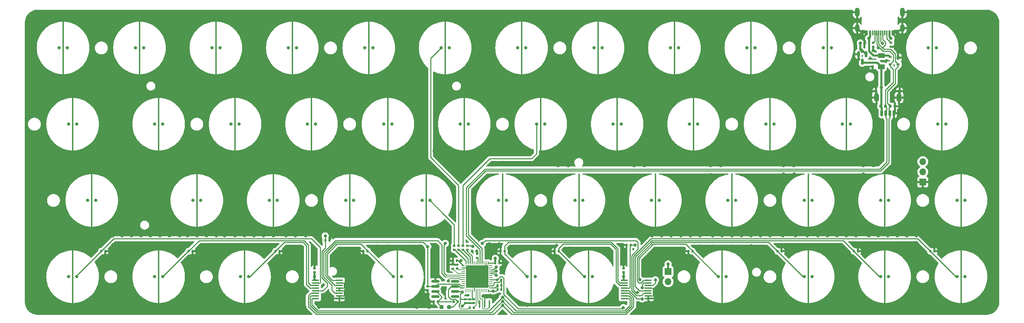
<source format=gbr>
%TF.GenerationSoftware,KiCad,Pcbnew,8.0.5*%
%TF.CreationDate,2024-12-22T15:25:04+01:00*%
%TF.ProjectId,toprevan V2,746f7072-6576-4616-9e20-56322e6b6963,rev?*%
%TF.SameCoordinates,Original*%
%TF.FileFunction,Copper,L4,Bot*%
%TF.FilePolarity,Positive*%
%FSLAX46Y46*%
G04 Gerber Fmt 4.6, Leading zero omitted, Abs format (unit mm)*
G04 Created by KiCad (PCBNEW 8.0.5) date 2024-12-22 15:25:04*
%MOMM*%
%LPD*%
G01*
G04 APERTURE LIST*
G04 Aperture macros list*
%AMRoundRect*
0 Rectangle with rounded corners*
0 $1 Rounding radius*
0 $2 $3 $4 $5 $6 $7 $8 $9 X,Y pos of 4 corners*
0 Add a 4 corners polygon primitive as box body*
4,1,4,$2,$3,$4,$5,$6,$7,$8,$9,$2,$3,0*
0 Add four circle primitives for the rounded corners*
1,1,$1+$1,$2,$3*
1,1,$1+$1,$4,$5*
1,1,$1+$1,$6,$7*
1,1,$1+$1,$8,$9*
0 Add four rect primitives between the rounded corners*
20,1,$1+$1,$2,$3,$4,$5,0*
20,1,$1+$1,$4,$5,$6,$7,0*
20,1,$1+$1,$6,$7,$8,$9,0*
20,1,$1+$1,$8,$9,$2,$3,0*%
%AMFreePoly0*
4,1,21,0.111114,6.666294,0.166294,6.611114,0.196157,6.539018,0.200000,6.500000,0.200000,-6.500000,0.196157,-6.539018,0.166294,-6.611114,0.111114,-6.666294,0.039018,-6.696157,-0.039018,-6.696157,-0.111114,-6.666294,-0.166294,-6.611114,-0.196157,-6.539018,-0.200000,-6.500000,-0.200000,6.500000,-0.196157,6.539018,-0.166294,6.611114,-0.111114,6.666294,-0.039018,6.696157,0.039018,6.696157,
0.111114,6.666294,0.111114,6.666294,$1*%
G04 Aperture macros list end*
%TA.AperFunction,ComponentPad*%
%ADD10C,0.800000*%
%TD*%
%TA.AperFunction,SMDPad,CuDef*%
%ADD11FreePoly0,0.000000*%
%TD*%
%TA.AperFunction,SMDPad,CuDef*%
%ADD12FreePoly0,180.000000*%
%TD*%
%TA.AperFunction,ComponentPad*%
%ADD13R,1.700000X1.700000*%
%TD*%
%TA.AperFunction,ComponentPad*%
%ADD14O,1.700000X1.700000*%
%TD*%
%TA.AperFunction,SMDPad,CuDef*%
%ADD15RoundRect,0.140000X-0.170000X0.140000X-0.170000X-0.140000X0.170000X-0.140000X0.170000X0.140000X0*%
%TD*%
%TA.AperFunction,SMDPad,CuDef*%
%ADD16RoundRect,0.135000X-0.135000X-0.185000X0.135000X-0.185000X0.135000X0.185000X-0.135000X0.185000X0*%
%TD*%
%TA.AperFunction,SMDPad,CuDef*%
%ADD17RoundRect,0.135000X-0.185000X0.135000X-0.185000X-0.135000X0.185000X-0.135000X0.185000X0.135000X0*%
%TD*%
%TA.AperFunction,SMDPad,CuDef*%
%ADD18RoundRect,0.135000X0.135000X0.185000X-0.135000X0.185000X-0.135000X-0.185000X0.135000X-0.185000X0*%
%TD*%
%TA.AperFunction,SMDPad,CuDef*%
%ADD19R,0.400000X1.900000*%
%TD*%
%TA.AperFunction,SMDPad,CuDef*%
%ADD20RoundRect,0.062500X0.062500X-0.375000X0.062500X0.375000X-0.062500X0.375000X-0.062500X-0.375000X0*%
%TD*%
%TA.AperFunction,SMDPad,CuDef*%
%ADD21RoundRect,0.062500X0.375000X-0.062500X0.375000X0.062500X-0.375000X0.062500X-0.375000X-0.062500X0*%
%TD*%
%TA.AperFunction,SMDPad,CuDef*%
%ADD22R,5.600000X5.600000*%
%TD*%
%TA.AperFunction,SMDPad,CuDef*%
%ADD23R,1.778000X0.419100*%
%TD*%
%TA.AperFunction,SMDPad,CuDef*%
%ADD24R,0.600000X1.300000*%
%TD*%
%TA.AperFunction,SMDPad,CuDef*%
%ADD25R,0.300000X1.300000*%
%TD*%
%TA.AperFunction,ComponentPad*%
%ADD26O,1.200000X2.250000*%
%TD*%
%TA.AperFunction,ComponentPad*%
%ADD27O,1.200000X1.850000*%
%TD*%
%TA.AperFunction,SMDPad,CuDef*%
%ADD28RoundRect,0.150000X-0.150000X-0.625000X0.150000X-0.625000X0.150000X0.625000X-0.150000X0.625000X0*%
%TD*%
%TA.AperFunction,SMDPad,CuDef*%
%ADD29RoundRect,0.250000X-0.350000X-0.650000X0.350000X-0.650000X0.350000X0.650000X-0.350000X0.650000X0*%
%TD*%
%TA.AperFunction,SMDPad,CuDef*%
%ADD30R,0.700000X1.000000*%
%TD*%
%TA.AperFunction,SMDPad,CuDef*%
%ADD31R,0.700000X0.600000*%
%TD*%
%TA.AperFunction,SMDPad,CuDef*%
%ADD32RoundRect,0.250000X-0.625000X0.375000X-0.625000X-0.375000X0.625000X-0.375000X0.625000X0.375000X0*%
%TD*%
%TA.AperFunction,SMDPad,CuDef*%
%ADD33RoundRect,0.140000X0.170000X-0.140000X0.170000X0.140000X-0.170000X0.140000X-0.170000X-0.140000X0*%
%TD*%
%TA.AperFunction,SMDPad,CuDef*%
%ADD34RoundRect,0.150000X-0.825000X-0.150000X0.825000X-0.150000X0.825000X0.150000X-0.825000X0.150000X0*%
%TD*%
%TA.AperFunction,SMDPad,CuDef*%
%ADD35RoundRect,0.150000X-0.150000X0.587500X-0.150000X-0.587500X0.150000X-0.587500X0.150000X0.587500X0*%
%TD*%
%TA.AperFunction,SMDPad,CuDef*%
%ADD36RoundRect,0.140000X-0.140000X-0.170000X0.140000X-0.170000X0.140000X0.170000X-0.140000X0.170000X0*%
%TD*%
%TA.AperFunction,SMDPad,CuDef*%
%ADD37RoundRect,0.135000X0.185000X-0.135000X0.185000X0.135000X-0.185000X0.135000X-0.185000X-0.135000X0*%
%TD*%
%TA.AperFunction,SMDPad,CuDef*%
%ADD38RoundRect,0.140000X0.140000X0.170000X-0.140000X0.170000X-0.140000X-0.170000X0.140000X-0.170000X0*%
%TD*%
%TA.AperFunction,SMDPad,CuDef*%
%ADD39RoundRect,0.150000X-0.150000X-0.275000X0.150000X-0.275000X0.150000X0.275000X-0.150000X0.275000X0*%
%TD*%
%TA.AperFunction,SMDPad,CuDef*%
%ADD40RoundRect,0.175000X-0.175000X-0.225000X0.175000X-0.225000X0.175000X0.225000X-0.175000X0.225000X0*%
%TD*%
%TA.AperFunction,SMDPad,CuDef*%
%ADD41RoundRect,0.237500X0.250000X0.237500X-0.250000X0.237500X-0.250000X-0.237500X0.250000X-0.237500X0*%
%TD*%
%TA.AperFunction,ViaPad*%
%ADD42C,0.800000*%
%TD*%
%TA.AperFunction,Conductor*%
%ADD43C,0.250000*%
%TD*%
%TA.AperFunction,Conductor*%
%ADD44C,0.500000*%
%TD*%
%TA.AperFunction,Conductor*%
%ADD45C,0.381000*%
%TD*%
%TA.AperFunction,Conductor*%
%ADD46C,0.200000*%
%TD*%
G04 APERTURE END LIST*
D10*
%TO.P,SW_EC17,1,1*%
%TO.N,ROW1*%
X112506250Y-50006250D03*
%TO.P,SW_EC17,2,2*%
%TO.N,COL4*%
X114506250Y-50006250D03*
D11*
%TO.P,SW_EC17,3,3*%
%TO.N,GND*%
X113506250Y-50006250D03*
%TD*%
D10*
%TO.P,SW_EC20,1,1*%
%TO.N,ROW1*%
X169656250Y-50006250D03*
%TO.P,SW_EC20,2,2*%
%TO.N,COL7*%
X171656250Y-50006250D03*
D11*
%TO.P,SW_EC20,3,3*%
%TO.N,GND*%
X170656250Y-50006250D03*
%TD*%
D10*
%TO.P,SW_EC25,1,1*%
%TO.N,ROW2*%
X38687500Y-69056250D03*
%TO.P,SW_EC25,2,2*%
%TO.N,COL0*%
X40687500Y-69056250D03*
D11*
%TO.P,SW_EC25,3,3*%
%TO.N,GND*%
X39687500Y-69056250D03*
%TD*%
D10*
%TO.P,SW_EC26,1,1*%
%TO.N,ROW2*%
X66881250Y-69056250D03*
%TO.P,SW_EC26,2,2*%
%TO.N,COL1*%
X64881250Y-69056250D03*
D12*
%TO.P,SW_EC26,3,3*%
%TO.N,GND*%
X65881250Y-69056250D03*
%TD*%
D10*
%TO.P,SW_EC44,1,1*%
%TO.N,ROW3*%
X219281250Y-88106250D03*
%TO.P,SW_EC44,2,2*%
%TO.N,COL9*%
X217281250Y-88106250D03*
D12*
%TO.P,SW_EC44,3,3*%
%TO.N,GND*%
X218281250Y-88106250D03*
%TD*%
D10*
%TO.P,SW_EC4,1,1*%
%TO.N,ROW0*%
X88693750Y-30956250D03*
%TO.P,SW_EC4,2,2*%
%TO.N,COL3*%
X90693750Y-30956250D03*
D11*
%TO.P,SW_EC4,3,3*%
%TO.N,GND*%
X89693750Y-30956250D03*
%TD*%
D10*
%TO.P,SW_EC5,1,1*%
%TO.N,ROW0*%
X107743750Y-30956250D03*
%TO.P,SW_EC5,2,2*%
%TO.N,COL4*%
X109743750Y-30956250D03*
D11*
%TO.P,SW_EC5,3,3*%
%TO.N,GND*%
X108743750Y-30956250D03*
%TD*%
D10*
%TO.P,SW_EC19,1,1*%
%TO.N,ROW1*%
X150606250Y-50006250D03*
%TO.P,SW_EC19,2,2*%
%TO.N,COL6*%
X152606250Y-50006250D03*
D11*
%TO.P,SW_EC19,3,3*%
%TO.N,GND*%
X151606250Y-50006250D03*
%TD*%
D10*
%TO.P,SW_EC33,1,1*%
%TO.N,ROW2*%
X200231250Y-69056250D03*
%TO.P,SW_EC33,2,2*%
%TO.N,COL8*%
X198231250Y-69056250D03*
D12*
%TO.P,SW_EC33,3,3*%
%TO.N,GND*%
X199231250Y-69056250D03*
%TD*%
D10*
%TO.P,SW_EC22,1,1*%
%TO.N,ROW1*%
X207756250Y-50006250D03*
%TO.P,SW_EC22,2,2*%
%TO.N,COL9*%
X209756250Y-50006250D03*
D11*
%TO.P,SW_EC22,3,3*%
%TO.N,GND*%
X208756250Y-50006250D03*
%TD*%
D10*
%TO.P,SW_EC15,1,1*%
%TO.N,ROW1*%
X74406250Y-50006250D03*
%TO.P,SW_EC15,2,2*%
%TO.N,COL2*%
X76406250Y-50006250D03*
D11*
%TO.P,SW_EC15,3,3*%
%TO.N,GND*%
X75406250Y-50006250D03*
%TD*%
D10*
%TO.P,SW_EC3,1,1*%
%TO.N,ROW0*%
X69643750Y-30956250D03*
%TO.P,SW_EC3,2,2*%
%TO.N,COL2*%
X71643750Y-30956250D03*
D11*
%TO.P,SW_EC3,3,3*%
%TO.N,GND*%
X70643750Y-30956250D03*
%TD*%
D10*
%TO.P,SW_EC46,1,1*%
%TO.N,ROW3*%
X257381250Y-88106250D03*
%TO.P,SW_EC46,2,2*%
%TO.N,COL11*%
X255381250Y-88106250D03*
D12*
%TO.P,SW_EC46,3,3*%
%TO.N,GND*%
X256381250Y-88106250D03*
%TD*%
D10*
%TO.P,SW_EC1,1,1*%
%TO.N,ROW0*%
X31543750Y-30956250D03*
%TO.P,SW_EC1,2,2*%
%TO.N,COL0*%
X33543750Y-30956250D03*
D11*
%TO.P,SW_EC1,3,3*%
%TO.N,GND*%
X32543750Y-30956250D03*
%TD*%
D13*
%TO.P,SW1,1,A*%
%TO.N,VBAT*%
X183356250Y-86831250D03*
D14*
%TO.P,SW1,2,B*%
%TO.N,BOOT0*%
X183356250Y-89371250D03*
%TD*%
D10*
%TO.P,SW_EC29,1,1*%
%TO.N,ROW2*%
X124031250Y-69056250D03*
%TO.P,SW_EC29,2,2*%
%TO.N,COL4*%
X122031250Y-69056250D03*
D12*
%TO.P,SW_EC29,3,3*%
%TO.N,GND*%
X123031250Y-69056250D03*
%TD*%
D10*
%TO.P,SW_EC13,1,1*%
%TO.N,ROW1*%
X33925000Y-50006250D03*
%TO.P,SW_EC13,2,2*%
%TO.N,COL0*%
X35925000Y-50006250D03*
D11*
%TO.P,SW_EC13,3,3*%
%TO.N,GND*%
X34925000Y-50006250D03*
%TD*%
D10*
%TO.P,SW_EC28,1,1*%
%TO.N,ROW2*%
X104981250Y-69056250D03*
%TO.P,SW_EC28,2,2*%
%TO.N,COL3*%
X102981250Y-69056250D03*
D12*
%TO.P,SW_EC28,3,3*%
%TO.N,GND*%
X103981250Y-69056250D03*
%TD*%
D10*
%TO.P,SW_EC31,1,1*%
%TO.N,ROW2*%
X162131250Y-69056250D03*
%TO.P,SW_EC31,2,2*%
%TO.N,COL6*%
X160131250Y-69056250D03*
D12*
%TO.P,SW_EC31,3,3*%
%TO.N,GND*%
X161131250Y-69056250D03*
%TD*%
D10*
%TO.P,SW_EC32,1,1*%
%TO.N,ROW2*%
X181181250Y-69056250D03*
%TO.P,SW_EC32,2,2*%
%TO.N,COL7*%
X179181250Y-69056250D03*
D12*
%TO.P,SW_EC32,3,3*%
%TO.N,GND*%
X180181250Y-69056250D03*
%TD*%
D10*
%TO.P,SW_EC10,1,1*%
%TO.N,ROW0*%
X202993750Y-30956250D03*
%TO.P,SW_EC10,2,2*%
%TO.N,COL9*%
X204993750Y-30956250D03*
D11*
%TO.P,SW_EC10,3,3*%
%TO.N,GND*%
X203993750Y-30956250D03*
%TD*%
D10*
%TO.P,SW_EC37,1,1*%
%TO.N,ROW3*%
X33925000Y-88106250D03*
%TO.P,SW_EC37,2,2*%
%TO.N,COL0*%
X35925000Y-88106250D03*
D11*
%TO.P,SW_EC37,3,3*%
%TO.N,GND*%
X34925000Y-88106250D03*
%TD*%
D10*
%TO.P,SW_EC23,1,1*%
%TO.N,ROW1*%
X226806250Y-50006250D03*
%TO.P,SW_EC23,2,2*%
%TO.N,COL10*%
X228806250Y-50006250D03*
D11*
%TO.P,SW_EC23,3,3*%
%TO.N,GND*%
X227806250Y-50006250D03*
%TD*%
D10*
%TO.P,SW_EC36,1,1*%
%TO.N,ROW2*%
X255381250Y-69056250D03*
%TO.P,SW_EC36,2,2*%
%TO.N,COL11*%
X257381250Y-69056250D03*
D11*
%TO.P,SW_EC36,3,3*%
%TO.N,GND*%
X256381250Y-69056250D03*
%TD*%
D10*
%TO.P,SW_EC24,1,1*%
%TO.N,ROW1*%
X250618750Y-50006250D03*
%TO.P,SW_EC24,2,2*%
%TO.N,COL11*%
X252618750Y-50006250D03*
D11*
%TO.P,SW_EC24,3,3*%
%TO.N,GND*%
X251618750Y-50006250D03*
%TD*%
D10*
%TO.P,SW_EC14,1,1*%
%TO.N,ROW1*%
X55356250Y-50006250D03*
%TO.P,SW_EC14,2,2*%
%TO.N,COL1*%
X57356250Y-50006250D03*
D11*
%TO.P,SW_EC14,3,3*%
%TO.N,GND*%
X56356250Y-50006250D03*
%TD*%
D10*
%TO.P,SW_EC6,1,1*%
%TO.N,ROW0*%
X126793750Y-30956250D03*
%TO.P,SW_EC6,2,2*%
%TO.N,COL5*%
X128793750Y-30956250D03*
D11*
%TO.P,SW_EC6,3,3*%
%TO.N,GND*%
X127793750Y-30956250D03*
%TD*%
D10*
%TO.P,SW_EC30,1,1*%
%TO.N,ROW2*%
X141081250Y-69056250D03*
%TO.P,SW_EC30,2,2*%
%TO.N,COL5*%
X143081250Y-69056250D03*
D11*
%TO.P,SW_EC30,3,3*%
%TO.N,GND*%
X142081250Y-69056250D03*
%TD*%
D10*
%TO.P,SW_EC11,1,1*%
%TO.N,ROW0*%
X222043750Y-30956250D03*
%TO.P,SW_EC11,2,2*%
%TO.N,COL10*%
X224043750Y-30956250D03*
D11*
%TO.P,SW_EC11,3,3*%
%TO.N,GND*%
X223043750Y-30956250D03*
%TD*%
D10*
%TO.P,SW_EC7,1,1*%
%TO.N,ROW0*%
X145843750Y-30956250D03*
%TO.P,SW_EC7,2,2*%
%TO.N,COL6*%
X147843750Y-30956250D03*
D11*
%TO.P,SW_EC7,3,3*%
%TO.N,GND*%
X146843750Y-30956250D03*
%TD*%
D10*
%TO.P,SW_EC8,1,1*%
%TO.N,ROW0*%
X164893750Y-30956250D03*
%TO.P,SW_EC8,2,2*%
%TO.N,COL7*%
X166893750Y-30956250D03*
D11*
%TO.P,SW_EC8,3,3*%
%TO.N,GND*%
X165893750Y-30956250D03*
%TD*%
D10*
%TO.P,SW_EC43,1,1*%
%TO.N,ROW3*%
X197850000Y-88106250D03*
%TO.P,SW_EC43,2,2*%
%TO.N,COL8*%
X195850000Y-88106250D03*
D12*
%TO.P,SW_EC43,3,3*%
%TO.N,GND*%
X196850000Y-88106250D03*
%TD*%
D10*
%TO.P,SW_EC35,1,1*%
%TO.N,ROW2*%
X238331250Y-69056250D03*
%TO.P,SW_EC35,2,2*%
%TO.N,COL10*%
X236331250Y-69056250D03*
D12*
%TO.P,SW_EC35,3,3*%
%TO.N,GND*%
X237331250Y-69056250D03*
%TD*%
D10*
%TO.P,SW_EC41,1,1*%
%TO.N,ROW3*%
X150225000Y-88106250D03*
%TO.P,SW_EC41,2,2*%
%TO.N,COL5*%
X148225000Y-88106250D03*
D12*
%TO.P,SW_EC41,3,3*%
%TO.N,GND*%
X149225000Y-88106250D03*
%TD*%
D10*
%TO.P,SW_EC42,1,1*%
%TO.N,ROW3*%
X164512500Y-88106250D03*
%TO.P,SW_EC42,2,2*%
%TO.N,COL6*%
X162512500Y-88106250D03*
D12*
%TO.P,SW_EC42,3,3*%
%TO.N,GND*%
X163512500Y-88106250D03*
%TD*%
D10*
%TO.P,SW_EC34,1,1*%
%TO.N,ROW2*%
X219281250Y-69056250D03*
%TO.P,SW_EC34,2,2*%
%TO.N,COL9*%
X217281250Y-69056250D03*
D12*
%TO.P,SW_EC34,3,3*%
%TO.N,GND*%
X218281250Y-69056250D03*
%TD*%
D10*
%TO.P,SW_EC39,1,1*%
%TO.N,ROW3*%
X76787500Y-88106250D03*
%TO.P,SW_EC39,2,2*%
%TO.N,COL2*%
X78787500Y-88106250D03*
D11*
%TO.P,SW_EC39,3,3*%
%TO.N,GND*%
X77787500Y-88106250D03*
%TD*%
D10*
%TO.P,SW_EC18,1,1*%
%TO.N,ROW1*%
X131556250Y-50006250D03*
%TO.P,SW_EC18,2,2*%
%TO.N,COL5*%
X133556250Y-50006250D03*
D11*
%TO.P,SW_EC18,3,3*%
%TO.N,GND*%
X132556250Y-50006250D03*
%TD*%
D10*
%TO.P,SW_EC21,1,1*%
%TO.N,ROW1*%
X188706250Y-50006250D03*
%TO.P,SW_EC21,2,2*%
%TO.N,COL8*%
X190706250Y-50006250D03*
D11*
%TO.P,SW_EC21,3,3*%
%TO.N,GND*%
X189706250Y-50006250D03*
%TD*%
D10*
%TO.P,SW_EC16,1,1*%
%TO.N,ROW1*%
X93456250Y-50006250D03*
%TO.P,SW_EC16,2,2*%
%TO.N,COL3*%
X95456250Y-50006250D03*
D11*
%TO.P,SW_EC16,3,3*%
%TO.N,GND*%
X94456250Y-50006250D03*
%TD*%
D10*
%TO.P,SW_EC27,1,1*%
%TO.N,ROW2*%
X85931250Y-69056250D03*
%TO.P,SW_EC27,2,2*%
%TO.N,COL2*%
X83931250Y-69056250D03*
D12*
%TO.P,SW_EC27,3,3*%
%TO.N,GND*%
X84931250Y-69056250D03*
%TD*%
D10*
%TO.P,SW_EC38,1,1*%
%TO.N,ROW3*%
X55356250Y-88106250D03*
%TO.P,SW_EC38,2,2*%
%TO.N,COL1*%
X57356250Y-88106250D03*
D11*
%TO.P,SW_EC38,3,3*%
%TO.N,GND*%
X56356250Y-88106250D03*
%TD*%
D10*
%TO.P,SW_EC9,1,1*%
%TO.N,ROW0*%
X183943750Y-30956250D03*
%TO.P,SW_EC9,2,2*%
%TO.N,COL8*%
X185943750Y-30956250D03*
D11*
%TO.P,SW_EC9,3,3*%
%TO.N,GND*%
X184943750Y-30956250D03*
%TD*%
D10*
%TO.P,SW_EC45,1,1*%
%TO.N,ROW3*%
X238331250Y-88106250D03*
%TO.P,SW_EC45,2,2*%
%TO.N,COL10*%
X236331250Y-88106250D03*
D12*
%TO.P,SW_EC45,3,3*%
%TO.N,GND*%
X237331250Y-88106250D03*
%TD*%
D10*
%TO.P,SW_EC2,1,1*%
%TO.N,ROW0*%
X50593750Y-30956250D03*
%TO.P,SW_EC2,2,2*%
%TO.N,COL1*%
X52593750Y-30956250D03*
D11*
%TO.P,SW_EC2,3,3*%
%TO.N,GND*%
X51593750Y-30956250D03*
%TD*%
D10*
%TO.P,SW_EC12,1,1*%
%TO.N,ROW0*%
X248237500Y-30956250D03*
%TO.P,SW_EC12,2,2*%
%TO.N,COL11*%
X250237500Y-30956250D03*
D11*
%TO.P,SW_EC12,3,3*%
%TO.N,GND*%
X249237500Y-30956250D03*
%TD*%
D10*
%TO.P,SW_EC40,1,1*%
%TO.N,ROW3*%
X116887500Y-88106250D03*
%TO.P,SW_EC40,2,2*%
%TO.N,COL4*%
X114887500Y-88106250D03*
D12*
%TO.P,SW_EC40,3,3*%
%TO.N,GND*%
X115887500Y-88106250D03*
%TD*%
D15*
%TO.P,C10,1*%
%TO.N,VBAT*%
X133886072Y-93745973D03*
%TO.P,C10,2*%
%TO.N,GND*%
X133886072Y-94705973D03*
%TD*%
D16*
%TO.P,R14,1*%
%TO.N,COL1*%
X63832898Y-81756250D03*
%TO.P,R14,2*%
%TO.N,GND*%
X64852898Y-81756250D03*
%TD*%
%TO.P,R23,1*%
%TO.N,COL9*%
X210627500Y-81756250D03*
%TO.P,R23,2*%
%TO.N,GND*%
X211647500Y-81756250D03*
%TD*%
D17*
%TO.P,R5,1*%
%TO.N,ROW1*%
X132256250Y-80387058D03*
%TO.P,R5,2*%
%TO.N,Net-(U1-PB14)*%
X132256250Y-81407058D03*
%TD*%
D18*
%TO.P,R18,1*%
%TO.N,Net-(JP1-B)*%
X125922500Y-94362500D03*
%TO.P,R18,2*%
%TO.N,GND*%
X124902500Y-94362500D03*
%TD*%
D19*
%TO.P,Y1,1,1*%
%TO.N,XTAL1*%
X136401214Y-94917035D03*
%TO.P,Y1,2,2*%
%TO.N,GND*%
X137601214Y-94917035D03*
%TO.P,Y1,3,3*%
%TO.N,XTAL0*%
X138801214Y-94917035D03*
%TD*%
D16*
%TO.P,R25,1*%
%TO.N,COL11*%
X248727500Y-81746059D03*
%TO.P,R25,2*%
%TO.N,GND*%
X249747500Y-81746059D03*
%TD*%
D20*
%TO.P,U1,1,VBAT*%
%TO.N,VBAT*%
X138481250Y-91543750D03*
%TO.P,U1,2,PC13*%
%TO.N,unconnected-(U1-PC13-Pad2)*%
X137981250Y-91543750D03*
%TO.P,U1,3,PC14*%
%TO.N,unconnected-(U1-PC14-Pad3)*%
X137481250Y-91543750D03*
%TO.P,U1,4,PC15*%
%TO.N,unconnected-(U1-PC15-Pad4)*%
X136981250Y-91543750D03*
%TO.P,U1,5,PH0*%
%TO.N,XTAL0*%
X136481250Y-91543750D03*
%TO.P,U1,6,PH1*%
%TO.N,XTAL1*%
X135981250Y-91543750D03*
%TO.P,U1,7,NRST*%
%TO.N,NRST*%
X135481250Y-91543750D03*
%TO.P,U1,8,VSSA*%
%TO.N,GND*%
X134981250Y-91543750D03*
%TO.P,U1,9,VREF+*%
%TO.N,VBAT*%
X134481250Y-91543750D03*
%TO.P,U1,10,PA0*%
%TO.N,unconnected-(U1-PA0-Pad10)*%
X133981250Y-91543750D03*
%TO.P,U1,11,PA1*%
%TO.N,unconnected-(U1-PA1-Pad11)*%
X133481250Y-91543750D03*
%TO.P,U1,12,PA2*%
%TO.N,unconnected-(U1-PA2-Pad12)*%
X132981250Y-91543750D03*
D21*
%TO.P,U1,13,PA3*%
%TO.N,ADC*%
X132293750Y-90856250D03*
%TO.P,U1,14,PA4*%
%TO.N,APLEX_OUT_PIN_0*%
X132293750Y-90356250D03*
%TO.P,U1,15,PA5*%
%TO.N,unconnected-(U1-PA5-Pad15)*%
X132293750Y-89856250D03*
%TO.P,U1,16,PA6*%
%TO.N,unconnected-(U1-PA6-Pad16)*%
X132293750Y-89356250D03*
%TO.P,U1,17,PA7*%
%TO.N,ARGB_3V3*%
X132293750Y-88856250D03*
%TO.P,U1,18,PB0*%
%TO.N,APLEX_EN_PIN_0*%
X132293750Y-88356250D03*
%TO.P,U1,19,PB1*%
%TO.N,APLEX_EN_PIN_1*%
X132293750Y-87856250D03*
%TO.P,U1,20,PB2*%
%TO.N,BOOT1*%
X132293750Y-87356250D03*
%TO.P,U1,21,PB10*%
%TO.N,unconnected-(U1-PB10-Pad21)*%
X132293750Y-86856250D03*
%TO.P,U1,22,VCAP1*%
%TO.N,Net-(U1-VCAP1)*%
X132293750Y-86356250D03*
%TO.P,U1,23,VSS*%
%TO.N,GND*%
X132293750Y-85856250D03*
%TO.P,U1,24,VDD*%
%TO.N,VBAT*%
X132293750Y-85356250D03*
D20*
%TO.P,U1,25,PB12*%
%TO.N,Net-(U1-PB12)*%
X132981250Y-84668750D03*
%TO.P,U1,26,PB13*%
%TO.N,Net-(U1-PB13)*%
X133481250Y-84668750D03*
%TO.P,U1,27,PB14*%
%TO.N,Net-(U1-PB14)*%
X133981250Y-84668750D03*
%TO.P,U1,28,PB15*%
%TO.N,Net-(U1-PB15)*%
X134481250Y-84668750D03*
%TO.P,U1,29,PA8*%
%TO.N,unconnected-(U1-PA8-Pad29)*%
X134981250Y-84668750D03*
%TO.P,U1,30,PA9*%
%TO.N,unconnected-(U1-PA9-Pad30)*%
X135481250Y-84668750D03*
%TO.P,U1,31,PA10*%
%TO.N,Net-(U1-PA10)*%
X135981250Y-84668750D03*
%TO.P,U1,32,PA11*%
%TO.N,D-*%
X136481250Y-84668750D03*
%TO.P,U1,33,PA12*%
%TO.N,D+*%
X136981250Y-84668750D03*
%TO.P,U1,34,PA13*%
%TO.N,SWDIO*%
X137481250Y-84668750D03*
%TO.P,U1,35,VSS*%
%TO.N,GND*%
X137981250Y-84668750D03*
%TO.P,U1,36,VDD*%
%TO.N,VBAT*%
X138481250Y-84668750D03*
D21*
%TO.P,U1,37,PA14*%
%TO.N,SWCLK*%
X139168750Y-85356250D03*
%TO.P,U1,38,PA15*%
%TO.N,unconnected-(U1-PA15-Pad38)*%
X139168750Y-85856250D03*
%TO.P,U1,39,PB3*%
%TO.N,AMUX_SEL_2*%
X139168750Y-86356250D03*
%TO.P,U1,40,PB4*%
%TO.N,AMUX_SEL_1*%
X139168750Y-86856250D03*
%TO.P,U1,41,PB5*%
%TO.N,AMUX_SEL_0*%
X139168750Y-87356250D03*
%TO.P,U1,42,PB6*%
%TO.N,unconnected-(U1-PB6-Pad42)*%
X139168750Y-87856250D03*
%TO.P,U1,43,PB7*%
%TO.N,unconnected-(U1-PB7-Pad43)*%
X139168750Y-88356250D03*
%TO.P,U1,44,BOOT0*%
%TO.N,BOOT0*%
X139168750Y-88856250D03*
%TO.P,U1,45,PB8*%
%TO.N,unconnected-(U1-PB8-Pad45)*%
X139168750Y-89356250D03*
%TO.P,U1,46,PB9*%
%TO.N,unconnected-(U1-PB9-Pad46)*%
X139168750Y-89856250D03*
%TO.P,U1,47,VSS*%
%TO.N,GND*%
X139168750Y-90356250D03*
%TO.P,U1,48,VDD*%
%TO.N,VBAT*%
X139168750Y-90856250D03*
D22*
%TO.P,U1,49,VSS*%
%TO.N,GND*%
X135731250Y-88106250D03*
%TD*%
D15*
%TO.P,C16,1*%
%TO.N,VBAT*%
X132789679Y-93745973D03*
%TO.P,C16,2*%
%TO.N,GND*%
X132789679Y-94705973D03*
%TD*%
D13*
%TO.P,J4,1,Pin_1*%
%TO.N,GND*%
X246856250Y-64452500D03*
D14*
%TO.P,J4,2,Pin_2*%
%TO.N,ARGB_3V3*%
X246856250Y-61912500D03*
%TO.P,J4,3,Pin_3*%
%TO.N,+5V*%
X246856250Y-59372500D03*
%TD*%
D23*
%TO.P,U6,1,A4*%
%TO.N,COL9*%
X178393090Y-89007950D03*
%TO.P,U6,2,A6*%
%TO.N,COL11*%
X178393090Y-89658190D03*
%TO.P,U6,3,A*%
%TO.N,APLEX_OUT_PIN_0*%
X178393090Y-90308430D03*
%TO.P,U6,4,A7*%
%TO.N,GND*%
X178393090Y-90958670D03*
%TO.P,U6,5,A5*%
%TO.N,COL10*%
X178393090Y-91603830D03*
%TO.P,U6,6,~{E}*%
%TO.N,APLEX_EN_PIN_1*%
X178393090Y-92254070D03*
%TO.P,U6,7,VEE*%
%TO.N,GND*%
X178393090Y-92904310D03*
%TO.P,U6,8,GND*%
X178393090Y-93554550D03*
%TO.P,U6,9,S2*%
%TO.N,AMUX_SEL_2*%
X172444410Y-93554550D03*
%TO.P,U6,10,S1*%
%TO.N,AMUX_SEL_1*%
X172444410Y-92904310D03*
%TO.P,U6,11,S0*%
%TO.N,AMUX_SEL_0*%
X172444410Y-92254070D03*
%TO.P,U6,12,A3*%
%TO.N,COL8*%
X172444410Y-91603830D03*
%TO.P,U6,13,A0*%
%TO.N,COL7*%
X172444410Y-90958670D03*
%TO.P,U6,14,A1*%
%TO.N,COL6*%
X172444410Y-90308430D03*
%TO.P,U6,15,A2*%
%TO.N,COL5*%
X172444410Y-89658190D03*
%TO.P,U6,16,VCC*%
%TO.N,VBAT*%
X172444410Y-89007950D03*
%TD*%
D24*
%TO.P,J5,A1,GND*%
%TO.N,GND*%
X232924750Y-27180750D03*
%TO.P,J5,A4,VBUS*%
%TO.N,VCC*%
X233724750Y-27180750D03*
D25*
%TO.P,J5,A5,CC1*%
%TO.N,/CC1*%
X234874750Y-27180750D03*
%TO.P,J5,A6,D+*%
%TO.N,D+*%
X235874750Y-27180750D03*
%TO.P,J5,A7,D-*%
%TO.N,D-*%
X236374750Y-27180750D03*
%TO.P,J5,A8,SBU1*%
%TO.N,unconnected-(J5-SBU1-PadA8)*%
X237374750Y-27180750D03*
D24*
%TO.P,J5,A9,VBUS*%
%TO.N,VCC*%
X238524750Y-27180750D03*
%TO.P,J5,A12,GND*%
%TO.N,GND*%
X239324750Y-27180750D03*
D25*
%TO.P,J5,B5,CC2*%
%TO.N,/CC2*%
X237874750Y-27180750D03*
%TO.P,J5,B6,D+*%
%TO.N,D+*%
X236874750Y-27180750D03*
%TO.P,J5,B7,D-*%
%TO.N,D-*%
X235374750Y-27180750D03*
%TO.P,J5,B8,SBU2*%
%TO.N,unconnected-(J5-SBU2-PadB8)*%
X234374750Y-27180750D03*
D26*
%TO.P,J5,S1,SHIELD*%
%TO.N,GND*%
X230504750Y-22030750D03*
D27*
X230504750Y-26030750D03*
D26*
X241744750Y-22030750D03*
D27*
X241744750Y-26030750D03*
%TD*%
D17*
%TO.P,R8,1*%
%TO.N,/CC2*%
X238918750Y-29652500D03*
%TO.P,R8,2*%
%TO.N,GND*%
X238918750Y-30672500D03*
%TD*%
D28*
%TO.P,J1,1,Pin_1*%
%TO.N,+5V*%
X236625000Y-47243750D03*
%TO.P,J1,2,Pin_2*%
%TO.N,D-*%
X237625000Y-47243750D03*
%TO.P,J1,3,Pin_3*%
%TO.N,D+*%
X238625000Y-47243750D03*
%TO.P,J1,4,Pin_4*%
%TO.N,GND*%
X239625000Y-47243750D03*
D29*
%TO.P,J1,MP,MountPin*%
X235325000Y-43368750D03*
X240925000Y-43368750D03*
%TD*%
D16*
%TO.P,R16,1*%
%TO.N,COL3*%
X97915000Y-78997940D03*
%TO.P,R16,2*%
%TO.N,GND*%
X98935000Y-78997940D03*
%TD*%
D30*
%TO.P,D1,1,GND*%
%TO.N,GND*%
X240712500Y-33381250D03*
D31*
%TO.P,D1,2,I/O1*%
%TO.N,D+*%
X240712500Y-35081250D03*
%TO.P,D1,3,I/O2*%
%TO.N,D-*%
X238712500Y-35081250D03*
%TO.P,D1,4,VCC*%
%TO.N,VCC*%
X238712500Y-33181250D03*
%TD*%
D23*
%TO.P,U4,1,A4*%
%TO.N,COL4*%
X101399340Y-89007950D03*
%TO.P,U4,2,A6*%
%TO.N,GND*%
X101399340Y-89658190D03*
%TO.P,U4,3,A*%
%TO.N,APLEX_OUT_PIN_0*%
X101399340Y-90308430D03*
%TO.P,U4,4,A7*%
%TO.N,GND*%
X101399340Y-90958670D03*
%TO.P,U4,5,A5*%
X101399340Y-91603830D03*
%TO.P,U4,6,~{E}*%
%TO.N,APLEX_EN_PIN_0*%
X101399340Y-92254070D03*
%TO.P,U4,7,VEE*%
%TO.N,GND*%
X101399340Y-92904310D03*
%TO.P,U4,8,GND*%
X101399340Y-93554550D03*
%TO.P,U4,9,S2*%
%TO.N,AMUX_SEL_2*%
X95450660Y-93554550D03*
%TO.P,U4,10,S1*%
%TO.N,AMUX_SEL_1*%
X95450660Y-92904310D03*
%TO.P,U4,11,S0*%
%TO.N,AMUX_SEL_0*%
X95450660Y-92254070D03*
%TO.P,U4,12,A3*%
%TO.N,COL3*%
X95450660Y-91603830D03*
%TO.P,U4,13,A0*%
%TO.N,COL2*%
X95450660Y-90958670D03*
%TO.P,U4,14,A1*%
%TO.N,COL1*%
X95450660Y-90308430D03*
%TO.P,U4,15,A2*%
%TO.N,COL0*%
X95450660Y-89658190D03*
%TO.P,U4,16,VCC*%
%TO.N,VBAT*%
X95450660Y-89007950D03*
%TD*%
D17*
%TO.P,R6,1*%
%TO.N,ROW2*%
X130056250Y-80387058D03*
%TO.P,R6,2*%
%TO.N,Net-(U1-PB12)*%
X130056250Y-81407058D03*
%TD*%
D18*
%TO.P,R20,1*%
%TO.N,COL6*%
X156085000Y-81756250D03*
%TO.P,R20,2*%
%TO.N,GND*%
X155065000Y-81756250D03*
%TD*%
D15*
%TO.P,C11,1*%
%TO.N,VBAT*%
X134889679Y-93753408D03*
%TO.P,C11,2*%
%TO.N,GND*%
X134889679Y-94713408D03*
%TD*%
D17*
%TO.P,R4,1*%
%TO.N,ROW0*%
X131156250Y-80387058D03*
%TO.P,R4,2*%
%TO.N,Net-(U1-PB13)*%
X131156250Y-81407058D03*
%TD*%
D16*
%TO.P,R11,1*%
%TO.N,BOOT0*%
X140777500Y-88900000D03*
%TO.P,R11,2*%
%TO.N,GND*%
X141797500Y-88900000D03*
%TD*%
D32*
%TO.P,F_USBC1,1*%
%TO.N,VCC*%
X236539379Y-32876278D03*
%TO.P,F_USBC1,2*%
%TO.N,+5V*%
X236539379Y-35676278D03*
%TD*%
D16*
%TO.P,R9,1*%
%TO.N,VBAT*%
X133883473Y-95832687D03*
%TO.P,R9,2*%
%TO.N,NRST*%
X134903473Y-95832687D03*
%TD*%
D17*
%TO.P,R7,1*%
%TO.N,/CC1*%
X234484473Y-29652500D03*
%TO.P,R7,2*%
%TO.N,GND*%
X234484473Y-30672500D03*
%TD*%
D16*
%TO.P,R15,1*%
%TO.N,COL0*%
X42068750Y-81756250D03*
%TO.P,R15,2*%
%TO.N,GND*%
X43088750Y-81756250D03*
%TD*%
D33*
%TO.P,C1,1*%
%TO.N,Net-(U1-VCAP1)*%
X130775537Y-86080138D03*
%TO.P,C1,2*%
%TO.N,GND*%
X130775537Y-85120138D03*
%TD*%
D18*
%TO.P,R17,1*%
%TO.N,COL4*%
X108453663Y-81746059D03*
%TO.P,R17,2*%
%TO.N,GND*%
X107433663Y-81746059D03*
%TD*%
D34*
%TO.P,U5,1*%
%TO.N,N/C*%
X125318750Y-93092500D03*
%TO.P,U5,2,IN-*%
%TO.N,Net-(JP1-B)*%
X125318750Y-91822500D03*
%TO.P,U5,3,IN+*%
%TO.N,APLEX_OUT_PIN_0*%
X125318750Y-90552500D03*
%TO.P,U5,4,V-*%
%TO.N,GND*%
X125318750Y-89282500D03*
%TO.P,U5,5*%
%TO.N,N/C*%
X130268750Y-89282500D03*
%TO.P,U5,6,OUT*%
%TO.N,ADC*%
X130268750Y-90552500D03*
%TO.P,U5,7,V+*%
%TO.N,VBAT*%
X130268750Y-91822500D03*
%TO.P,U5,8*%
%TO.N,N/C*%
X130268750Y-93092500D03*
%TD*%
D16*
%TO.P,R24,1*%
%TO.N,COL10*%
X229677500Y-81756250D03*
%TO.P,R24,2*%
%TO.N,GND*%
X230697500Y-81756250D03*
%TD*%
D35*
%TO.P,U3,1,GND*%
%TO.N,GND*%
X230825000Y-32545028D03*
%TO.P,U3,2,VO*%
%TO.N,VBAT*%
X232725000Y-32545028D03*
%TO.P,U3,3,VI*%
%TO.N,+5V*%
X231775000Y-34420028D03*
%TD*%
D15*
%TO.P,C12,1*%
%TO.N,+5V*%
X234360949Y-34664941D03*
%TO.P,C12,2*%
%TO.N,GND*%
X234360949Y-35624941D03*
%TD*%
D36*
%TO.P,C13,1*%
%TO.N,VBAT*%
X231295000Y-30730076D03*
%TO.P,C13,2*%
%TO.N,GND*%
X232255000Y-30730076D03*
%TD*%
D18*
%TO.P,R19,1*%
%TO.N,COL7*%
X174057500Y-80168750D03*
%TO.P,R19,2*%
%TO.N,GND*%
X173037500Y-80168750D03*
%TD*%
D36*
%TO.P,C9,1*%
%TO.N,VBAT*%
X140819430Y-90289802D03*
%TO.P,C9,2*%
%TO.N,GND*%
X141779430Y-90289802D03*
%TD*%
D33*
%TO.P,C15,1*%
%TO.N,GND*%
X123451464Y-91501881D03*
%TO.P,C15,2*%
%TO.N,APLEX_OUT_PIN_0*%
X123451464Y-90541881D03*
%TD*%
D37*
%TO.P,R2,1*%
%TO.N,Net-(U1-PA10)*%
X135731250Y-83460000D03*
%TO.P,R2,2*%
%TO.N,VBAT*%
X135731250Y-82440000D03*
%TD*%
D18*
%TO.P,R21,1*%
%TO.N,COL5*%
X142591250Y-81756250D03*
%TO.P,R21,2*%
%TO.N,GND*%
X141571250Y-81756250D03*
%TD*%
D36*
%TO.P,C6,1*%
%TO.N,VBAT*%
X140830343Y-91336235D03*
%TO.P,C6,2*%
%TO.N,GND*%
X141790343Y-91336235D03*
%TD*%
D38*
%TO.P,C7,1*%
%TO.N,VBAT*%
X130686750Y-84105750D03*
%TO.P,C7,2*%
%TO.N,GND*%
X129726750Y-84105750D03*
%TD*%
D16*
%TO.P,R12,1*%
%TO.N,Net-(JP1-B)*%
X129948750Y-94362500D03*
%TO.P,R12,2*%
%TO.N,ADC*%
X130968750Y-94362500D03*
%TD*%
D36*
%TO.P,C8,1*%
%TO.N,VBAT*%
X140295000Y-84650000D03*
%TO.P,C8,2*%
%TO.N,GND*%
X141255000Y-84650000D03*
%TD*%
D17*
%TO.P,R10,1*%
%TO.N,GND*%
X129695761Y-85072261D03*
%TO.P,R10,2*%
%TO.N,BOOT1*%
X129695761Y-86092261D03*
%TD*%
D39*
%TO.P,J2,1,Pin_1*%
%TO.N,+5V*%
X236325000Y-45531250D03*
%TO.P,J2,2,Pin_2*%
%TO.N,D-*%
X237525000Y-45531250D03*
%TO.P,J2,3,Pin_3*%
%TO.N,D+*%
X238725000Y-45531250D03*
%TO.P,J2,4,Pin_4*%
%TO.N,GND*%
X239925000Y-45531250D03*
D40*
%TO.P,J2,MP,MountPin*%
X235175000Y-41756250D03*
X241075000Y-41756250D03*
%TD*%
D16*
%TO.P,R13,1*%
%TO.N,COL2*%
X85498750Y-81756250D03*
%TO.P,R13,2*%
%TO.N,GND*%
X86518750Y-81756250D03*
%TD*%
D17*
%TO.P,R3,1*%
%TO.N,ROW3*%
X133350000Y-80387058D03*
%TO.P,R3,2*%
%TO.N,Net-(U1-PB15)*%
X133350000Y-81407058D03*
%TD*%
D33*
%TO.P,C14,1*%
%TO.N,VBAT*%
X95250000Y-86998750D03*
%TO.P,C14,2*%
%TO.N,GND*%
X95250000Y-86038750D03*
%TD*%
%TO.P,C17,1*%
%TO.N,VBAT*%
X172243750Y-86998750D03*
%TO.P,C17,2*%
%TO.N,GND*%
X172243750Y-86038750D03*
%TD*%
D18*
%TO.P,R22,1*%
%TO.N,COL8*%
X189422500Y-81756250D03*
%TO.P,R22,2*%
%TO.N,GND*%
X188402500Y-81756250D03*
%TD*%
D41*
%TO.P,JP1,1,A*%
%TO.N,ADC*%
X128723442Y-95665357D03*
%TO.P,JP1,2,B*%
%TO.N,Net-(JP1-B)*%
X126898442Y-95665357D03*
%TD*%
D42*
%TO.N,GND*%
X208756250Y-84137500D03*
X143988900Y-81460417D03*
X213518750Y-34925000D03*
X176212500Y-77910991D03*
X125136076Y-81727152D03*
X132015779Y-95457416D03*
X136937750Y-40036750D03*
X126888049Y-77899450D03*
X78898750Y-59213750D03*
X125126750Y-87661750D03*
X194087750Y-37623750D03*
X99218750Y-26987500D03*
X123460707Y-92482735D03*
X194470829Y-75919027D03*
X124999750Y-56673750D03*
X117760750Y-56673750D03*
X59848750Y-59213750D03*
X123476752Y-94359981D03*
X89693750Y-92075000D03*
X261143750Y-50006250D03*
X113506250Y-77910991D03*
X206375000Y-77910991D03*
X49561510Y-77888255D03*
X143691140Y-77906913D03*
X155936992Y-62677068D03*
X99099351Y-37623750D03*
X100806250Y-81756250D03*
X61118750Y-30956250D03*
X100488750Y-56673750D03*
X137318750Y-30956250D03*
X187325000Y-94456250D03*
X120300750Y-59213750D03*
X158750000Y-80962500D03*
X38258750Y-37623750D03*
X123031250Y-77910991D03*
X125157047Y-84719443D03*
X191295829Y-75919027D03*
X100488750Y-59213750D03*
X178593750Y-87312500D03*
X212144369Y-60368645D03*
X120650000Y-77910991D03*
X46831250Y-88106250D03*
X233379178Y-76076854D03*
X191293750Y-80422750D03*
X150744914Y-80436575D03*
X239712500Y-60325000D03*
X118968576Y-40036750D03*
X208756250Y-73025000D03*
X65881250Y-53975000D03*
X210597750Y-40036750D03*
X215106250Y-80295750D03*
X59089321Y-80162806D03*
X179387500Y-84931250D03*
X242093750Y-46037500D03*
X65881250Y-46037500D03*
X155917222Y-56561214D03*
X120681750Y-95789750D03*
X44450000Y-84137500D03*
X210597750Y-37623750D03*
X199231250Y-46037500D03*
X179387500Y-77910991D03*
X25400000Y-88106250D03*
X142081250Y-56356250D03*
X208756250Y-92075000D03*
X148442445Y-77888600D03*
X214661750Y-59086750D03*
X225440436Y-77910991D03*
X137210823Y-92976677D03*
X99218750Y-77910991D03*
X211931250Y-77910991D03*
X196518888Y-60368645D03*
X56356250Y-69056250D03*
X142081250Y-46037500D03*
X42068750Y-34925000D03*
X232079101Y-62422552D03*
X118268750Y-30956250D03*
X106362500Y-77910991D03*
X173386750Y-37623750D03*
X65571922Y-81739530D03*
X158457222Y-59101214D03*
X230204178Y-76076854D03*
X212121750Y-56546750D03*
X140493750Y-81756250D03*
X151606250Y-73025000D03*
X223059186Y-77910991D03*
X156368750Y-26987500D03*
X128868472Y-77879253D03*
X187325000Y-81756250D03*
X101600000Y-77910991D03*
X250825000Y-81756250D03*
X230823940Y-33765541D03*
X128946837Y-75987294D03*
X176223695Y-75942514D03*
X99218750Y-34925000D03*
X206406750Y-80549750D03*
X193998156Y-62553489D03*
X118268750Y-77910991D03*
X80168750Y-80359065D03*
X235807249Y-79594881D03*
X144811750Y-56419750D03*
X186531250Y-77910991D03*
X153987500Y-81756250D03*
X180181250Y-50006250D03*
X165893750Y-77910991D03*
X135731250Y-88106250D03*
X82550000Y-80359065D03*
X232060750Y-59086750D03*
X113506250Y-80433020D03*
X110699589Y-80433020D03*
X61603280Y-80205970D03*
X239488250Y-41687750D03*
X40798750Y-37623750D03*
X43973750Y-56546750D03*
X239712500Y-56546750D03*
X230009750Y-39782750D03*
X232549750Y-39782750D03*
X46831250Y-50006250D03*
X150823695Y-77888600D03*
X220677936Y-77910991D03*
X126892878Y-75998489D03*
X51593750Y-56546750D03*
X118968576Y-37623750D03*
X191547750Y-40036750D03*
X194468750Y-77910991D03*
X115887500Y-77910991D03*
X134616535Y-75981791D03*
X113499670Y-75893233D03*
X138813006Y-79828475D03*
X56689824Y-80146014D03*
X141287500Y-77910991D03*
X150812500Y-76000000D03*
X123031250Y-56673750D03*
X135707578Y-77945669D03*
X170656250Y-77910991D03*
X233394249Y-79594881D03*
X161131250Y-50006250D03*
X59045165Y-75917585D03*
X220630750Y-80295750D03*
X194468750Y-80422750D03*
X175418750Y-30956250D03*
X40798750Y-40036750D03*
X246856250Y-92075000D03*
X84931250Y-77910991D03*
X88121686Y-77910991D03*
X213518750Y-26987500D03*
X77987500Y-37623750D03*
X76231750Y-80422750D03*
X242093750Y-53975000D03*
X235759186Y-77910991D03*
X174915971Y-60368645D03*
X240506250Y-28575000D03*
X75378901Y-75839565D03*
X25400000Y-46037500D03*
X178593750Y-94456250D03*
X214684369Y-60368645D03*
X44450000Y-92075000D03*
X96243750Y-37623750D03*
X117760750Y-59213750D03*
X155860750Y-37623750D03*
X43973750Y-59086750D03*
X43976563Y-81766946D03*
X177450750Y-56546750D03*
X225456750Y-80422750D03*
X123031250Y-59213750D03*
X30162500Y-73025000D03*
X234600750Y-59086750D03*
X191293750Y-77910991D03*
X232515327Y-41663166D03*
X92995626Y-77906913D03*
X80168750Y-30956250D03*
X144811750Y-59594750D03*
X54324010Y-77888255D03*
X113506250Y-69056250D03*
X168275000Y-77910991D03*
X57308750Y-40036750D03*
X189706250Y-69056250D03*
X89693750Y-84137500D03*
X49577824Y-80146014D03*
X240506249Y-79594881D03*
X240710949Y-32081524D03*
X128587500Y-84137500D03*
X48418750Y-56546750D03*
X82550000Y-77910991D03*
X106362500Y-88106250D03*
X193960750Y-59086750D03*
X141261841Y-79828475D03*
X172056757Y-80168263D03*
X95318266Y-76008587D03*
X193960750Y-56546750D03*
X170656250Y-69056250D03*
X136937750Y-37623750D03*
X71203501Y-80248211D03*
X87298305Y-81745554D03*
X258762500Y-26987500D03*
X191547750Y-37623750D03*
X177455971Y-60368645D03*
X120300750Y-56673750D03*
X177450750Y-59086750D03*
X146477604Y-77883754D03*
X158462443Y-60383109D03*
X57308750Y-37623750D03*
X59848750Y-37623750D03*
X61603280Y-77910990D03*
X234156250Y-46037500D03*
X230686766Y-80793560D03*
X163512500Y-77910991D03*
X239929042Y-30672499D03*
X175926750Y-40036750D03*
X108743750Y-77910991D03*
X142081250Y-59531250D03*
X258762500Y-34925000D03*
X70710920Y-77906913D03*
X148304250Y-95250000D03*
X232343556Y-29726386D03*
X176085500Y-95250000D03*
X214751726Y-62422552D03*
X106362500Y-81756250D03*
X84931250Y-50006250D03*
X44450000Y-50006250D03*
X174910750Y-59086750D03*
X211971414Y-75964904D03*
X215106250Y-77910991D03*
X42068750Y-26987500D03*
X30162500Y-65087500D03*
X110701782Y-75888732D03*
X203993750Y-77910991D03*
X47180260Y-77888255D03*
X42352866Y-77900892D03*
X243046249Y-79594881D03*
X95250000Y-84931250D03*
X231775000Y-28575000D03*
X155514122Y-83092359D03*
X230202936Y-77910991D03*
X233377936Y-77910991D03*
X234360949Y-36430533D03*
X123031250Y-50006250D03*
X54276824Y-80146014D03*
X81438750Y-56673750D03*
X103981250Y-46037500D03*
X158457222Y-56561214D03*
X138906250Y-77910991D03*
X121443750Y-80422750D03*
X81438750Y-59213750D03*
X68790501Y-80248211D03*
X155586195Y-77888600D03*
X155860750Y-40036750D03*
X68262500Y-84137500D03*
X95265436Y-77910991D03*
X80168750Y-77910991D03*
X136889542Y-75981791D03*
X92868750Y-95789750D03*
X246856250Y-73025000D03*
X127793750Y-91217750D03*
X173386750Y-40036750D03*
X78659615Y-80359065D03*
X61575438Y-75923528D03*
X194468750Y-30956250D03*
X80699167Y-40036750D03*
X184816750Y-95250000D03*
X161131250Y-77910991D03*
X142100027Y-84650000D03*
X215146414Y-75964904D03*
X59848750Y-40036750D03*
X115993576Y-37623750D03*
X97948750Y-59213750D03*
X180975000Y-95250000D03*
X51990824Y-80146014D03*
X94456250Y-73025000D03*
X208756250Y-65087500D03*
X155917222Y-59101214D03*
X51942760Y-77888255D03*
X25400000Y-53975000D03*
X158750000Y-77910991D03*
X41433750Y-56546750D03*
X174910750Y-56546750D03*
X110699589Y-77910645D03*
X232074097Y-60368645D03*
X103981250Y-53975000D03*
X204123726Y-80412010D03*
X123094750Y-40036750D03*
X196500750Y-59086750D03*
X193978888Y-60368645D03*
X96343750Y-95789750D03*
X181768750Y-77910991D03*
X75406250Y-69056250D03*
X196881750Y-80422750D03*
X232060750Y-56546750D03*
X155922443Y-60383109D03*
X153193750Y-76000000D03*
X223043750Y-80295750D03*
X72754961Y-77909893D03*
X246856250Y-65881250D03*
X199231250Y-77910991D03*
X155545148Y-80326393D03*
X59848750Y-56673750D03*
X44908995Y-80123969D03*
X65881250Y-88106250D03*
X218281250Y-50006250D03*
X80699167Y-37623750D03*
X156368750Y-34925000D03*
X242902936Y-77910991D03*
X134397750Y-40036750D03*
X201612500Y-77910991D03*
X97948750Y-56673750D03*
X62388750Y-56673750D03*
X230182731Y-79594881D03*
X246856250Y-84137500D03*
X66706750Y-80295750D03*
X213137750Y-37623750D03*
X211965968Y-80314427D03*
X213137750Y-40036750D03*
X63567170Y-77906913D03*
X72781802Y-75856359D03*
X49212500Y-69056250D03*
X240521686Y-77910991D03*
X123040750Y-37623750D03*
X212669250Y-81756250D03*
X77987500Y-40036750D03*
X123729750Y-95789750D03*
X245332249Y-79594881D03*
X168275000Y-76000000D03*
X196500750Y-56546750D03*
X208756250Y-77910991D03*
X96243750Y-40036750D03*
X238140436Y-77910991D03*
X68329670Y-77906913D03*
X44900435Y-77899450D03*
X75406250Y-77910991D03*
X119085160Y-80433020D03*
X90502936Y-77910991D03*
X229978380Y-41621577D03*
X151606250Y-65087500D03*
X218109592Y-77906913D03*
X175926750Y-37623750D03*
X153204945Y-77888600D03*
X188912500Y-77910991D03*
X194087750Y-40036750D03*
X147351750Y-56546750D03*
X234481386Y-31563934D03*
X212154802Y-62422552D03*
X172243750Y-84931250D03*
X125380750Y-40036750D03*
X153320750Y-40036750D03*
X227806250Y-88106250D03*
X134397750Y-37623750D03*
X234600750Y-56546750D03*
X212121750Y-59086750D03*
X92989701Y-76008587D03*
X38258750Y-40036750D03*
X77787500Y-77910991D03*
X172243750Y-84931250D03*
X98425000Y-92075000D03*
X165893750Y-76000000D03*
X184150000Y-77910991D03*
X247665436Y-77910991D03*
X201707750Y-80422750D03*
X78898750Y-56673750D03*
X146504650Y-81389813D03*
X234614097Y-60368645D03*
X115993576Y-40036750D03*
X103981250Y-77910991D03*
X72852573Y-80269505D03*
X125412500Y-77910991D03*
X174930520Y-62662604D03*
X94456250Y-65087500D03*
X68262500Y-92075000D03*
X47164824Y-80146014D03*
X41433750Y-59086750D03*
X199231250Y-53975000D03*
X214661750Y-56546750D03*
X65948420Y-77906913D03*
X196850000Y-77910991D03*
X227806250Y-69056250D03*
X239503951Y-43656250D03*
X227821686Y-77910991D03*
X101123750Y-94773750D03*
X62388750Y-59213750D03*
X59073007Y-77905047D03*
X199294750Y-80422750D03*
X173037500Y-77910991D03*
X146474314Y-76065659D03*
X56705260Y-77888255D03*
X99099351Y-40036750D03*
X245284186Y-77910991D03*
%TO.N,COL3*%
X97885826Y-77932972D03*
%TO.N,COL7*%
X175135000Y-80168750D03*
%TO.N,COL8*%
X176356249Y-88880486D03*
X176904088Y-93662500D03*
%TO.N,COL11*%
X176904088Y-90878830D03*
X175732698Y-92091416D03*
%TO.N,ROW3*%
X134691065Y-80507425D03*
%TO.N,VBAT*%
X132071975Y-91966482D03*
X140283777Y-83538954D03*
X183356250Y-84931250D03*
X231295000Y-29726386D03*
X95250000Y-88106250D03*
X139748557Y-91690518D03*
X135723750Y-81763464D03*
X131730750Y-84105750D03*
X172243750Y-88106250D03*
%TO.N,+5V*%
X236537500Y-40798750D03*
%TO.N,APLEX_OUT_PIN_0*%
X123451464Y-80588964D03*
X180181250Y-88900000D03*
%TO.N,VCC*%
X233362500Y-28575000D03*
X238918750Y-28575000D03*
%TO.N,BOOT0*%
X172209222Y-95846722D03*
%TO.N,APLEX_EN_PIN_1*%
X137073750Y-79810491D03*
X127803750Y-79810491D03*
%TO.N,D-*%
X235743750Y-30956250D03*
X236814835Y-29825735D03*
%TO.N,AMUX_SEL_2*%
X140493750Y-85725000D03*
X142081250Y-93273096D03*
%TO.N,AMUX_SEL_1*%
X142081250Y-94297694D03*
X140506298Y-86737051D03*
%TO.N,AMUX_SEL_0*%
X140484508Y-87736316D03*
X142081250Y-95297197D03*
%TO.N,ARGB_3V3*%
X128587500Y-89183000D03*
%TD*%
D43*
%TO.N,GND*%
X141797500Y-91329078D02*
X141790343Y-91336235D01*
D44*
X172057244Y-80168750D02*
X172056757Y-80168263D01*
X232255000Y-29814942D02*
X232343556Y-29726386D01*
X155065000Y-81756250D02*
X153987500Y-81756250D01*
X211647500Y-81756250D02*
X212669250Y-81756250D01*
D43*
X102613340Y-91678830D02*
X102538340Y-91603830D01*
X129695761Y-85072261D02*
X129695761Y-84136739D01*
D44*
X125318750Y-89282500D02*
X125318750Y-87853750D01*
X86518750Y-81756250D02*
X87086250Y-81756250D01*
D43*
X139931250Y-89693750D02*
X139931250Y-90079258D01*
X102613340Y-90883670D02*
X102538340Y-90958670D01*
X141797500Y-88900000D02*
X141152500Y-89545000D01*
X139168750Y-90356250D02*
X137981250Y-90356250D01*
X178393090Y-90958670D02*
X179532090Y-90958670D01*
D44*
X239324750Y-27180750D02*
X239324750Y-27393500D01*
D43*
X101399340Y-94498160D02*
X101123750Y-94773750D01*
D44*
X98935000Y-78997940D02*
X99218750Y-78714190D01*
D45*
X239929041Y-30672500D02*
X239929042Y-30672499D01*
D43*
X137601214Y-94917035D02*
X137601214Y-93367068D01*
D44*
X87086250Y-81756250D02*
X87287609Y-81756250D01*
X230504750Y-26030750D02*
X230504750Y-22030750D01*
D43*
X101399340Y-92904310D02*
X102538340Y-92904310D01*
X102538340Y-91603830D02*
X101399340Y-91603830D01*
D44*
X241744750Y-26030750D02*
X241744750Y-22030750D01*
X99218750Y-78714190D02*
X99218750Y-77910991D01*
D43*
X128619250Y-84105750D02*
X128587500Y-84137500D01*
D44*
X250814809Y-81746059D02*
X250825000Y-81756250D01*
D45*
X172243750Y-86038750D02*
X172243750Y-84931250D01*
D43*
X179607090Y-91033670D02*
X179607090Y-92829310D01*
D44*
X241044000Y-26731500D02*
X241744750Y-26030750D01*
D43*
X134981250Y-88856250D02*
X135731250Y-88106250D01*
X129695761Y-84136739D02*
X129726750Y-84105750D01*
X101399340Y-92904310D02*
X101399340Y-93554550D01*
D44*
X238918750Y-30672500D02*
X239929041Y-30672500D01*
D43*
X131858242Y-85906250D02*
X133531250Y-85906250D01*
X179607090Y-92829310D02*
X179532090Y-92904310D01*
X102538340Y-90958670D02*
X101399340Y-90958670D01*
D44*
X232924750Y-27180750D02*
X232491375Y-26747375D01*
X141255000Y-84650000D02*
X142100027Y-84650000D01*
X123451464Y-92473492D02*
X123460707Y-92482735D01*
X230697500Y-81756250D02*
X230697500Y-80804294D01*
D46*
X129743638Y-85120138D02*
X129695761Y-85072261D01*
D43*
X101399340Y-90958670D02*
X101399340Y-91603830D01*
D44*
X239324750Y-27180750D02*
X239774000Y-26731500D01*
D45*
X240712500Y-32083075D02*
X240710949Y-32081524D01*
D43*
X137981250Y-84668750D02*
X137981250Y-85856250D01*
D44*
X235175000Y-41756250D02*
X235175000Y-43218750D01*
X241075000Y-41756250D02*
X241075000Y-43218750D01*
D43*
X129726750Y-84105750D02*
X128619250Y-84105750D01*
D44*
X173037500Y-80168750D02*
X172057244Y-80168750D01*
X240712500Y-33381250D02*
X240712500Y-32083075D01*
X123479271Y-94362500D02*
X123476752Y-94359981D01*
D43*
X178393090Y-92904310D02*
X178393090Y-94255590D01*
D44*
X43088750Y-81756250D02*
X43965867Y-81756250D01*
D43*
X137981250Y-90356250D02*
X135731250Y-88106250D01*
D44*
X249747500Y-81746059D02*
X250814809Y-81746059D01*
X234484473Y-30672500D02*
X234484473Y-31560847D01*
X123451464Y-91501881D02*
X123451464Y-92473492D01*
D43*
X102613340Y-89733190D02*
X102613340Y-90883670D01*
D44*
X239774000Y-26731500D02*
X241044000Y-26731500D01*
D43*
X132789679Y-94705973D02*
X132767222Y-94705973D01*
D44*
X239925000Y-46943750D02*
X239625000Y-47243750D01*
X230825000Y-33764481D02*
X230823940Y-33765541D01*
X141571250Y-81756250D02*
X140493750Y-81756250D01*
X234360949Y-35624941D02*
X234360949Y-36430533D01*
D45*
X234484473Y-31560847D02*
X234481386Y-31563934D01*
D44*
X235175000Y-43218750D02*
X235325000Y-43368750D01*
D43*
X137601214Y-93367068D02*
X137210823Y-92976677D01*
X141797500Y-88900000D02*
X141797500Y-91329078D01*
D44*
X65555202Y-81756250D02*
X65571922Y-81739530D01*
D43*
X178393090Y-94255590D02*
X178593750Y-94456250D01*
D44*
X87287609Y-81756250D02*
X87298305Y-81745554D01*
D43*
X133531250Y-85906250D02*
X135731250Y-88106250D01*
X102538340Y-89658190D02*
X102613340Y-89733190D01*
X179532090Y-90958670D02*
X179607090Y-91033670D01*
X139654258Y-90356250D02*
X139168750Y-90356250D01*
D44*
X232255000Y-30730076D02*
X232255000Y-29814942D01*
D46*
X130775537Y-85120138D02*
X129743638Y-85120138D01*
D43*
X132789679Y-94705973D02*
X134882244Y-94705973D01*
X102613340Y-92829310D02*
X102613340Y-91678830D01*
D44*
X241075000Y-43218750D02*
X240925000Y-43368750D01*
X232924750Y-27180750D02*
X232924750Y-27425250D01*
X125318750Y-87853750D02*
X125126750Y-87661750D01*
D45*
X95250000Y-86038750D02*
X95250000Y-84931250D01*
D44*
X230697500Y-80804294D02*
X230686766Y-80793560D01*
X230825000Y-32545028D02*
X230825000Y-33764481D01*
D43*
X132767222Y-94705973D02*
X132015779Y-95457416D01*
D44*
X107433663Y-81746059D02*
X106372691Y-81746059D01*
X239324750Y-27393500D02*
X240506250Y-28575000D01*
X106372691Y-81746059D02*
X106362500Y-81756250D01*
D43*
X134882244Y-94705973D02*
X134889679Y-94713408D01*
D44*
X43965867Y-81756250D02*
X43976563Y-81766946D01*
D43*
X139931250Y-90079258D02*
X139654258Y-90356250D01*
D44*
X239925000Y-45531250D02*
X239925000Y-46943750D01*
D43*
X179532090Y-92904310D02*
X178393090Y-92904310D01*
X137981250Y-85856250D02*
X135731250Y-88106250D01*
D44*
X124902500Y-94362500D02*
X123479271Y-94362500D01*
X188402500Y-81756250D02*
X187325000Y-81756250D01*
D43*
X141152500Y-89545000D02*
X140080000Y-89545000D01*
X101399340Y-93554550D02*
X101399340Y-94498160D01*
D44*
X231221375Y-26747375D02*
X230504750Y-26030750D01*
D43*
X140080000Y-89545000D02*
X139931250Y-89693750D01*
D44*
X232924750Y-27425250D02*
X231775000Y-28575000D01*
X232491375Y-26747375D02*
X231221375Y-26747375D01*
D43*
X134981250Y-91543750D02*
X134981250Y-88856250D01*
D44*
X64852898Y-81756250D02*
X65555202Y-81756250D01*
D43*
X102538340Y-92904310D02*
X102613340Y-92829310D01*
X101399340Y-89658190D02*
X102538340Y-89658190D01*
%TO.N,ROW0*%
X124181250Y-58300000D02*
X131156250Y-65275000D01*
X124181250Y-58300000D02*
X124181250Y-33586757D01*
X131156250Y-65275000D02*
X131156250Y-80387058D01*
X124181250Y-33586757D02*
X126837694Y-30930313D01*
%TO.N,COL0*%
X96664660Y-89542500D02*
X96548970Y-89658190D01*
X96625000Y-80804741D02*
X96625000Y-88582278D01*
X94456250Y-78635991D02*
X96625000Y-80804741D01*
X42068750Y-81756250D02*
X45189009Y-78635991D01*
X96625000Y-88582278D02*
X96664660Y-88621938D01*
X35976475Y-87848525D02*
X35976475Y-88087317D01*
X42068750Y-81756250D02*
X35976475Y-87848525D01*
X96548970Y-89658190D02*
X95450660Y-89658190D01*
X45189009Y-78635991D02*
X94456250Y-78635991D01*
X96664660Y-88621938D02*
X96664660Y-89542500D01*
%TO.N,COL1*%
X92579741Y-79085991D02*
X93662500Y-80168750D01*
X66476575Y-79085991D02*
X92579741Y-79085991D01*
X63832898Y-81756250D02*
X63806316Y-81756250D01*
X63832898Y-81756250D02*
X63706250Y-81756250D01*
X93662500Y-80168750D02*
X93662500Y-89693750D01*
X63706250Y-81756250D02*
X57356250Y-88106250D01*
X94277180Y-90308430D02*
X95450660Y-90308430D01*
X93662500Y-89693750D02*
X94277180Y-90308430D01*
X63806316Y-81756250D02*
X66476575Y-79085991D01*
%TO.N,COL2*%
X92393345Y-79535991D02*
X93212500Y-80355146D01*
X78859548Y-88088958D02*
X79166042Y-88088958D01*
X87719009Y-79535991D02*
X92393345Y-79535991D01*
X93212500Y-80355146D02*
X93212500Y-90037500D01*
X93212500Y-90037500D02*
X94133670Y-90958670D01*
X94133670Y-90958670D02*
X95450660Y-90958670D01*
X79166042Y-88088958D02*
X85498750Y-81756250D01*
X85498750Y-81756250D02*
X87719009Y-79535991D01*
%TO.N,COL3*%
X97308670Y-91603830D02*
X95450660Y-91603830D01*
X97075000Y-81808053D02*
X97075000Y-88395882D01*
X97915000Y-80968053D02*
X97075000Y-81808053D01*
X97915000Y-77962146D02*
X97885826Y-77932972D01*
X97915000Y-78997940D02*
X97915000Y-80968053D01*
X98425000Y-89745882D02*
X98425000Y-90487500D01*
X98425000Y-90487500D02*
X97308670Y-91603830D01*
X97075000Y-88395882D02*
X98425000Y-89745882D01*
X97915000Y-78997940D02*
X97915000Y-77962146D01*
%TO.N,COL4*%
X101399340Y-89007950D02*
X99596256Y-89007950D01*
X98425000Y-87836694D02*
X98425000Y-82367241D01*
X100806250Y-79985991D02*
X106798939Y-79985991D01*
X98425000Y-82367241D02*
X100806250Y-79985991D01*
X99596256Y-89007950D02*
X98425000Y-87836694D01*
X106798939Y-79985991D02*
X114882974Y-88070026D01*
%TO.N,COL5*%
X169229741Y-79535991D02*
X143507759Y-79535991D01*
X142591250Y-80452500D02*
X142591250Y-81756250D01*
X170820144Y-89132234D02*
X170820144Y-81126394D01*
X170820144Y-81126394D02*
X169229741Y-79535991D01*
X142591250Y-82422752D02*
X142591250Y-81756250D01*
X143507759Y-79535991D02*
X142591250Y-80452500D01*
X148217512Y-88049014D02*
X142591250Y-82422752D01*
X172444410Y-89658190D02*
X171346100Y-89658190D01*
X171346100Y-89658190D02*
X170820144Y-89132234D01*
%TO.N,ROW1*%
X138909250Y-58615750D02*
X132256250Y-65268750D01*
X150566382Y-50021900D02*
X150566382Y-57396118D01*
X132256250Y-65268750D02*
X132256250Y-80387058D01*
X150566382Y-57396118D02*
X149346750Y-58615750D01*
X149346750Y-58615750D02*
X138909250Y-58615750D01*
%TO.N,COL6*%
X157162500Y-79985991D02*
X156085000Y-81063491D01*
X170370144Y-81312790D02*
X169043345Y-79985991D01*
X156085000Y-81063491D02*
X156085000Y-81756250D01*
X169043345Y-79985991D02*
X157162500Y-79985991D01*
X172444410Y-90308430D02*
X171323254Y-90308430D01*
X170370144Y-89355320D02*
X170370144Y-81312790D01*
X171323254Y-90308430D02*
X170370144Y-89355320D01*
X162404227Y-88075477D02*
X156085000Y-81756250D01*
X162404227Y-88088959D02*
X162404227Y-88075477D01*
%TO.N,COL7*%
X175135000Y-80168750D02*
X174057500Y-80168750D01*
X173583410Y-90958670D02*
X172444410Y-90958670D01*
X173831250Y-90710830D02*
X173583410Y-90958670D01*
X174057500Y-80168750D02*
X173831250Y-80395000D01*
X173831250Y-80395000D02*
X173831250Y-90710830D01*
%TO.N,COL8*%
X176081250Y-83572744D02*
X179668003Y-79985991D01*
X176356249Y-88880486D02*
X176081250Y-88605487D01*
X176081250Y-88605487D02*
X176081250Y-83572744D01*
X173583410Y-91603830D02*
X172444410Y-91603830D01*
X175642080Y-93662500D02*
X176904088Y-93662500D01*
X173583410Y-91603830D02*
X175642080Y-93662500D01*
X187741306Y-79985991D02*
X195828623Y-88073308D01*
X179668003Y-79985991D02*
X187741306Y-79985991D01*
%TO.N,COL9*%
X176568290Y-89693750D02*
X176590048Y-89671991D01*
X176144208Y-89693750D02*
X176568290Y-89693750D01*
X177254090Y-89007950D02*
X178393090Y-89007950D01*
X217306383Y-88083595D02*
X216954845Y-88083595D01*
X210627500Y-81756250D02*
X208407241Y-79535991D01*
X176590048Y-89671991D02*
X177254090Y-89007950D01*
X175631249Y-89180791D02*
X175631250Y-83386348D01*
X208407241Y-79535991D02*
X179481607Y-79535991D01*
X175631249Y-89180791D02*
X176144208Y-89693750D01*
X179481607Y-79535991D02*
X175631250Y-83386348D01*
X216954845Y-88083595D02*
X210627500Y-81756250D01*
%TO.N,COL10*%
X227007241Y-79085991D02*
X179295211Y-79085991D01*
X175181250Y-83199952D02*
X175181250Y-90514664D01*
X236241909Y-88088958D02*
X236010208Y-88088958D01*
X179295211Y-79085991D02*
X175181250Y-83199952D01*
X236010208Y-88088958D02*
X229677500Y-81756250D01*
X176270416Y-91603830D02*
X178393090Y-91603830D01*
X175181250Y-90514664D02*
X176270416Y-91603830D01*
X229677500Y-81756250D02*
X227007241Y-79085991D01*
%TO.N,COL11*%
X175402334Y-92091416D02*
X175732698Y-92091416D01*
X178393090Y-89658190D02*
X177254090Y-89658190D01*
X248727500Y-81746059D02*
X245617432Y-78635991D01*
X175373061Y-92120689D02*
X175402334Y-92091416D01*
X255062715Y-88081274D02*
X248727500Y-81746059D01*
X245617432Y-78635991D02*
X179108815Y-78635991D01*
X179108815Y-78635991D02*
X174731250Y-83013556D01*
X176904088Y-90008192D02*
X176904088Y-90878830D01*
X177254090Y-89658190D02*
X176904088Y-90008192D01*
X174731250Y-83013556D02*
X174731250Y-91478878D01*
X174731250Y-91478878D02*
X175373061Y-92120689D01*
X255280942Y-88081274D02*
X255062715Y-88081274D01*
%TO.N,ROW2*%
X130056250Y-75129160D02*
X127476045Y-72548955D01*
X130056250Y-80387058D02*
X130056250Y-75129160D01*
X124045499Y-69118409D02*
X127476045Y-72548955D01*
%TO.N,ROW3*%
X134570698Y-80387058D02*
X134691065Y-80507425D01*
X133350000Y-80387058D02*
X134570698Y-80387058D01*
D46*
%TO.N,Net-(U1-VCAP1)*%
X132293750Y-86356250D02*
X131051649Y-86356250D01*
X131051649Y-86356250D02*
X130775537Y-86080138D01*
D43*
%TO.N,VBAT*%
X131291279Y-95723195D02*
X131291279Y-95010509D01*
D45*
X172243750Y-88807290D02*
X172243750Y-88106250D01*
D43*
X131927993Y-91822500D02*
X132071975Y-91966482D01*
X140476060Y-91690518D02*
X139748557Y-91690518D01*
D45*
X172444410Y-89007950D02*
X172243750Y-88807290D01*
D44*
X135731250Y-81770964D02*
X135723750Y-81763464D01*
D43*
X131568750Y-92469707D02*
X132071975Y-91966482D01*
X130268750Y-91822500D02*
X131927993Y-91822500D01*
D46*
X131749334Y-96181250D02*
X131291279Y-95723195D01*
D43*
X140830343Y-91336235D02*
X140476060Y-91690518D01*
X131568750Y-93468750D02*
X131568750Y-93439251D01*
X138500000Y-84650000D02*
X138481250Y-84668750D01*
X134889679Y-93753408D02*
X132797114Y-93753408D01*
D46*
X133534910Y-96181250D02*
X131749334Y-96181250D01*
D44*
X95441350Y-88998640D02*
X95450660Y-88998640D01*
D43*
X131568750Y-94733038D02*
X131568750Y-93439251D01*
X131568750Y-92469707D02*
X131568750Y-93439251D01*
X132293750Y-85356250D02*
X131043250Y-84105750D01*
X131291279Y-95010509D02*
X131568750Y-94733038D01*
D44*
X135731250Y-82440000D02*
X135731250Y-81770964D01*
D43*
X131043250Y-84105750D02*
X130686750Y-84105750D01*
D44*
X232725000Y-32545028D02*
X231295000Y-31115028D01*
X95250000Y-86998750D02*
X95250000Y-88807290D01*
D43*
X140830343Y-91336235D02*
X140830343Y-90300715D01*
X134481250Y-91543750D02*
X134481250Y-93344979D01*
X95250000Y-88106250D02*
X95250000Y-86998750D01*
X140819430Y-90289802D02*
X140252982Y-90856250D01*
X140830343Y-90300715D02*
X140819430Y-90289802D01*
D44*
X231295000Y-31115028D02*
X231295000Y-30730076D01*
D43*
X132797114Y-93753408D02*
X132789679Y-93745973D01*
X139748557Y-91690518D02*
X138628018Y-91690518D01*
D45*
X172243750Y-86998750D02*
X172243750Y-88106250D01*
D43*
X131845973Y-93745973D02*
X131568750Y-93468750D01*
D44*
X140283777Y-83538954D02*
X140283777Y-84638777D01*
D46*
X133883473Y-95832687D02*
X133534910Y-96181250D01*
D43*
X140295000Y-84650000D02*
X138500000Y-84650000D01*
X134481250Y-93344979D02*
X134889679Y-93753408D01*
D44*
X95250000Y-88807290D02*
X95441350Y-88998640D01*
X183356250Y-86831250D02*
X183356250Y-84931250D01*
X140283777Y-84638777D02*
X140295000Y-84650000D01*
D43*
X138628018Y-91690518D02*
X138481250Y-91543750D01*
X132789679Y-93745973D02*
X131845973Y-93745973D01*
D44*
X231295000Y-30730076D02*
X231295000Y-29726386D01*
D43*
X140252982Y-90856250D02*
X139168750Y-90856250D01*
X130686750Y-84105750D02*
X131730750Y-84105750D01*
D44*
%TO.N,+5V*%
X236537500Y-45318750D02*
X236325000Y-45531250D01*
X236537500Y-40798750D02*
X236537500Y-45243750D01*
X236539379Y-35676278D02*
X236539379Y-40796871D01*
X236625000Y-47243750D02*
X236625000Y-45831250D01*
X232019913Y-34664941D02*
X231775000Y-34420028D01*
X236539379Y-35676278D02*
X235528042Y-34664941D01*
X236625000Y-45831250D02*
X236325000Y-45531250D01*
X234360949Y-34664941D02*
X232019913Y-34664941D01*
X235528042Y-34664941D02*
X234360949Y-34664941D01*
X236539379Y-40796871D02*
X236537500Y-40798750D01*
D43*
%TO.N,APLEX_OUT_PIN_0*%
X125318750Y-90552500D02*
X123462083Y-90552500D01*
X132293750Y-90356250D02*
X131719251Y-90356250D01*
X97975000Y-82180845D02*
X97975000Y-88023090D01*
X179532090Y-90308430D02*
X178393090Y-90308430D01*
X123451464Y-90541881D02*
X123451464Y-80588964D01*
X100619854Y-79535991D02*
X97975000Y-82180845D01*
X180181250Y-88900000D02*
X180181250Y-89659270D01*
X131270501Y-89907500D02*
X125963750Y-89907500D01*
X100260340Y-90308430D02*
X101399340Y-90308430D01*
X125963750Y-89907500D02*
X125318750Y-90552500D01*
X123451464Y-80588964D02*
X122398491Y-79535991D01*
X131719251Y-90356250D02*
X131270501Y-89907500D01*
X123462083Y-90552500D02*
X123451464Y-90541881D01*
X180181250Y-89659270D02*
X179532090Y-90308430D01*
X97975000Y-88023090D02*
X100260340Y-90308430D01*
X122398491Y-79535991D02*
X100619854Y-79535991D01*
D44*
%TO.N,VCC*%
X236539379Y-32876278D02*
X238407528Y-32876278D01*
X233362500Y-28575000D02*
X233475000Y-28687500D01*
X233475000Y-31759630D02*
X234591648Y-32876278D01*
X238524750Y-28181000D02*
X238918750Y-28575000D01*
X234591648Y-32876278D02*
X236539379Y-32876278D01*
X233724750Y-28212750D02*
X233362500Y-28575000D01*
X238524750Y-27180750D02*
X238524750Y-28181000D01*
X233724750Y-27180750D02*
X233724750Y-28212750D01*
X233475000Y-28687500D02*
X233475000Y-31759630D01*
X238407528Y-32876278D02*
X238712500Y-33181250D01*
D43*
%TO.N,ADC*%
X129246999Y-93717500D02*
X128587500Y-93058001D01*
X128587500Y-91281250D02*
X129316250Y-90552500D01*
X129316250Y-90552500D02*
X130268750Y-90552500D01*
X128587500Y-93058001D02*
X128587500Y-91281250D01*
X130968750Y-94362500D02*
X129665893Y-95665357D01*
X132293750Y-90856250D02*
X131547559Y-90856250D01*
X130323750Y-93717500D02*
X129246999Y-93717500D01*
X130968750Y-94362500D02*
X130323750Y-93717500D01*
X131243809Y-90552500D02*
X130268750Y-90552500D01*
X131547559Y-90856250D02*
X131243809Y-90552500D01*
X129665893Y-95665357D02*
X128723442Y-95665357D01*
%TO.N,Net-(JP1-B)*%
X125922500Y-94362500D02*
X129948750Y-94362500D01*
X125922500Y-94689415D02*
X126898442Y-95665357D01*
X125695501Y-91822500D02*
X127000000Y-93126999D01*
X127000000Y-93285000D02*
X125922500Y-94362500D01*
X125318750Y-91822500D02*
X125695501Y-91822500D01*
X125922500Y-94362500D02*
X125922500Y-94689415D01*
X127000000Y-93126999D02*
X127000000Y-93285000D01*
%TO.N,Net-(U1-PA10)*%
X135981250Y-83710000D02*
X135731250Y-83460000D01*
X135981250Y-84668750D02*
X135981250Y-83710000D01*
%TO.N,Net-(U1-PB13)*%
X133481250Y-83602596D02*
X131285712Y-81407058D01*
X131285712Y-81407058D02*
X131156250Y-81407058D01*
X133481250Y-84668750D02*
X133481250Y-83602596D01*
%TO.N,Net-(U1-PB14)*%
X133981250Y-83132058D02*
X132256250Y-81407058D01*
X133981250Y-84668750D02*
X133981250Y-83132058D01*
%TO.N,Net-(U1-PB15)*%
X134481250Y-84668750D02*
X134481250Y-82956453D01*
X133350000Y-81825203D02*
X133350000Y-81407058D01*
X134481250Y-82956453D02*
X133350000Y-81825203D01*
D46*
%TO.N,NRST*%
X135547500Y-91610000D02*
X135481250Y-91543750D01*
X134903473Y-95832687D02*
X135547500Y-95188660D01*
X135547500Y-95188660D02*
X135547500Y-91610000D01*
%TO.N,BOOT1*%
X132293750Y-87356250D02*
X130959750Y-87356250D01*
X130959750Y-87356250D02*
X129695761Y-86092261D01*
D43*
%TO.N,BOOT0*%
X140777500Y-88888077D02*
X141026538Y-88639038D01*
X142395343Y-92561884D02*
X145989709Y-96156250D01*
X145989709Y-96156250D02*
X171899694Y-96156250D01*
X142395343Y-88463347D02*
X142395343Y-92561884D01*
X141559327Y-88106250D02*
X142038246Y-88106250D01*
X141026538Y-88639038D02*
X141559327Y-88106250D01*
X140809326Y-88856250D02*
X141026538Y-88639038D01*
X171899694Y-96156250D02*
X172209222Y-95846722D01*
X142038246Y-88106250D02*
X142395343Y-88463347D01*
X139168750Y-88856250D02*
X140809326Y-88856250D01*
D46*
%TO.N,XTAL0*%
X138801214Y-94917035D02*
X138801214Y-95667035D01*
X137101214Y-93867035D02*
X136896679Y-93662500D01*
X137101214Y-96043750D02*
X137101214Y-93867035D01*
X136481250Y-93618750D02*
X136481250Y-91543750D01*
X138301214Y-96167035D02*
X137224499Y-96167035D01*
X137224499Y-96167035D02*
X137101214Y-96043750D01*
X138801214Y-95667035D02*
X138301214Y-96167035D01*
X136896679Y-93662500D02*
X136525000Y-93662500D01*
X136525000Y-93662500D02*
X136481250Y-93618750D01*
%TO.N,XTAL1*%
X135981250Y-94497071D02*
X136401214Y-94917035D01*
X135981250Y-91543750D02*
X135981250Y-94497071D01*
D43*
%TO.N,APLEX_EN_PIN_0*%
X100260340Y-92254070D02*
X99510882Y-91504612D01*
X127000000Y-87312500D02*
X127000000Y-80168750D01*
D46*
X132293750Y-88356250D02*
X131578003Y-88356250D01*
D43*
X98490975Y-81028475D02*
X98490974Y-81028475D01*
X127000000Y-87312500D02*
X127843750Y-88156250D01*
X99510882Y-90195368D02*
X99510882Y-91504612D01*
D46*
X131578003Y-88356250D02*
X131378003Y-88156250D01*
D43*
X101399340Y-92254070D02*
X100260340Y-92254070D01*
X127000000Y-80168750D02*
X125917241Y-79085991D01*
X97525000Y-81994449D02*
X97525000Y-88209486D01*
X98490974Y-81028475D02*
X97525000Y-81994449D01*
X100433458Y-79085991D02*
X125917241Y-79085991D01*
D46*
X131378003Y-88156250D02*
X127843750Y-88156250D01*
D43*
X100433458Y-79085991D02*
X98490975Y-81028475D01*
X97525000Y-88209486D02*
X99510882Y-90195368D01*
%TO.N,APLEX_EN_PIN_1*%
X127450000Y-87126104D02*
X127450000Y-80164241D01*
D46*
X131543689Y-87756250D02*
X128080146Y-87756250D01*
D43*
X174281250Y-91665274D02*
X174281250Y-82827160D01*
X137798250Y-79085991D02*
X137073750Y-79810491D01*
X175860000Y-81248410D02*
X175860000Y-79527241D01*
D46*
X132293750Y-87856250D02*
X131643689Y-87856250D01*
D43*
X175418750Y-79085991D02*
X137798250Y-79085991D01*
X176713088Y-92835762D02*
X175451738Y-92835762D01*
X127450000Y-87126104D02*
X128055146Y-87731250D01*
X175451738Y-92835762D02*
X174281250Y-91665274D01*
D46*
X128080146Y-87756250D02*
X127450000Y-87126104D01*
D43*
X128055146Y-87731250D02*
X128080146Y-87731250D01*
X178393090Y-92254070D02*
X177294780Y-92254070D01*
X127450000Y-80164241D02*
X127803750Y-79810491D01*
X177294780Y-92254070D02*
X176713088Y-92835762D01*
X174281250Y-82827160D02*
X175860000Y-81248410D01*
X175860000Y-79527241D02*
X175418750Y-79085991D01*
D46*
X131643689Y-87856250D02*
X131543689Y-87756250D01*
D43*
%TO.N,D-*%
X237875000Y-48656251D02*
X237875000Y-59437413D01*
X235743750Y-30567341D02*
X235399750Y-30223341D01*
X237525000Y-45656250D02*
X237875000Y-46006250D01*
X238712500Y-35081250D02*
X238712500Y-35031250D01*
X237625000Y-47243750D02*
X237625000Y-48406251D01*
X133100000Y-77891054D02*
X136481250Y-81272304D01*
X236374750Y-29385650D02*
X236814835Y-29825735D01*
X237625000Y-46768750D02*
X237625000Y-47243750D01*
X237875000Y-46006250D02*
X237875000Y-46518750D01*
X238712500Y-35081250D02*
X238712500Y-35606251D01*
X238565196Y-31750000D02*
X236926408Y-31750000D01*
X237525000Y-45531250D02*
X237525000Y-45656250D01*
X235399750Y-30223341D02*
X235399750Y-27205750D01*
X235399750Y-27205750D02*
X235374750Y-27180750D01*
X239462500Y-36356251D02*
X239462500Y-39583946D01*
X239462500Y-34281250D02*
X239462500Y-32647304D01*
X136481250Y-81272304D02*
X136481250Y-84668750D01*
X237625000Y-48406251D02*
X237875000Y-48656251D01*
X133100000Y-65777696D02*
X133100000Y-77891054D01*
X236114785Y-61197628D02*
X137680068Y-61197628D01*
X239462500Y-32647304D02*
X238565196Y-31750000D01*
X137680068Y-61197628D02*
X133100000Y-65777696D01*
X236132658Y-30956250D02*
X235743750Y-30956250D01*
X237525000Y-41521446D02*
X237525000Y-45531250D01*
X238712500Y-35031250D02*
X239462500Y-34281250D01*
X236926408Y-31750000D02*
X236132658Y-30956250D01*
X237875000Y-46518750D02*
X237625000Y-46768750D01*
X236374750Y-27180750D02*
X236374750Y-29385650D01*
X235743750Y-30956250D02*
X235743750Y-30567341D01*
X238712500Y-35606251D02*
X239462500Y-36356251D01*
X239462500Y-39583946D02*
X237525000Y-41521446D01*
X237875000Y-59437413D02*
X236114785Y-61197628D01*
%TO.N,D+*%
X238025000Y-44831250D02*
X238725000Y-45531250D01*
X133600000Y-77683946D02*
X136981250Y-81065196D01*
X238375000Y-59644521D02*
X236321893Y-61697628D01*
X239962500Y-36356251D02*
X239962500Y-39791054D01*
X235874750Y-27180750D02*
X235874750Y-30061945D01*
X238375000Y-46006250D02*
X238375000Y-46518750D01*
X240712500Y-35606251D02*
X239962500Y-36356251D01*
X239962500Y-39791054D02*
X238025000Y-41728554D01*
X238625000Y-48406251D02*
X238375000Y-48656251D01*
X238375000Y-48656251D02*
X238375000Y-59644521D01*
X136981250Y-81065196D02*
X136981250Y-84668750D01*
X236321893Y-61697628D02*
X137887176Y-61697628D01*
X237112805Y-31300000D02*
X238822304Y-31300000D01*
X240712500Y-35031250D02*
X240712500Y-35081250D01*
X239962500Y-34281250D02*
X240712500Y-35031250D01*
X137887176Y-61697628D02*
X133600000Y-65984804D01*
X235874750Y-30061945D02*
X236653277Y-30840473D01*
X238625000Y-47243750D02*
X238625000Y-48406251D01*
X236825402Y-30840473D02*
X236653277Y-30840473D01*
X237539835Y-29525430D02*
X237539835Y-30126040D01*
X239962500Y-32440196D02*
X239962500Y-34281250D01*
X238725000Y-45531250D02*
X238725000Y-45656250D01*
X236874750Y-28860345D02*
X237539835Y-29525430D01*
X238625000Y-46768750D02*
X238625000Y-47243750D01*
X238375000Y-46518750D02*
X238625000Y-46768750D01*
X236653277Y-30840473D02*
X237112805Y-31300000D01*
X236874750Y-27180750D02*
X236874750Y-28860345D01*
X238725000Y-45656250D02*
X238375000Y-46006250D01*
X133600000Y-65984804D02*
X133600000Y-77683946D01*
X240712500Y-35081250D02*
X240712500Y-35606251D01*
X237539835Y-30126040D02*
X236825402Y-30840473D01*
X238025000Y-41728554D02*
X238025000Y-44831250D01*
X238822304Y-31300000D02*
X239962500Y-32440196D01*
%TO.N,AMUX_SEL_2*%
X95450660Y-93554550D02*
X94564200Y-93554550D01*
X173831250Y-93788546D02*
X173831250Y-95250000D01*
X172475000Y-96606250D02*
X145414404Y-96606250D01*
X172444410Y-93554550D02*
X173597254Y-93554550D01*
X173597254Y-93554550D02*
X173831250Y-93788546D01*
X96043750Y-96606250D02*
X94562500Y-95125000D01*
X139168750Y-86356250D02*
X139862500Y-86356250D01*
X96043750Y-96606250D02*
X138748096Y-96606250D01*
X145414404Y-96606250D02*
X142081250Y-93273096D01*
X94562500Y-95125000D02*
X94562500Y-93556250D01*
X139862500Y-86356250D02*
X140493750Y-85725000D01*
X138748096Y-96606250D02*
X142081250Y-93273096D01*
X94564200Y-93554550D02*
X94562500Y-93556250D01*
X173831250Y-95250000D02*
X172475000Y-96606250D01*
%TO.N,AMUX_SEL_1*%
X140387099Y-86856250D02*
X140506298Y-86737051D01*
X142107052Y-94297694D02*
X144865608Y-97056250D01*
X142055448Y-94297694D02*
X142081250Y-94297694D01*
X144865608Y-97056250D02*
X172661396Y-97056250D01*
X172661396Y-97056250D02*
X174281250Y-95436396D01*
X95450660Y-92904310D02*
X94311660Y-92904310D01*
X173583410Y-92904310D02*
X172444410Y-92904310D01*
X94112500Y-93103470D02*
X94112500Y-95311396D01*
X95857354Y-97056250D02*
X139296892Y-97056250D01*
X139296892Y-97056250D02*
X142055448Y-94297694D01*
X142107052Y-94297694D02*
X142081250Y-94297694D01*
X94112500Y-95311396D02*
X95857354Y-97056250D01*
X174281250Y-93602150D02*
X174281250Y-95436396D01*
X94311660Y-92904310D02*
X94112500Y-93103470D01*
X139168750Y-86856250D02*
X140387099Y-86856250D01*
X174281250Y-93602150D02*
X173583410Y-92904310D01*
%TO.N,AMUX_SEL_0*%
X94277180Y-92254070D02*
X95450660Y-92254070D01*
X140104442Y-87356250D02*
X140484508Y-87736316D01*
X95670958Y-97506250D02*
X139872197Y-97506250D01*
X94311660Y-92254070D02*
X93662500Y-92903230D01*
X144290303Y-97506250D02*
X142081250Y-95297197D01*
X95450660Y-92254070D02*
X94311660Y-92254070D01*
X174731250Y-93401910D02*
X174731250Y-95622792D01*
X144290303Y-97506250D02*
X172847792Y-97506250D01*
X172847792Y-97506250D02*
X174731250Y-95622792D01*
X93662500Y-92903230D02*
X93662500Y-95497792D01*
X174731250Y-93401910D02*
X173583410Y-92254070D01*
X173583410Y-92254070D02*
X172444410Y-92254070D01*
X95670958Y-97506250D02*
X93662500Y-95497792D01*
X93662500Y-92868750D02*
X94277180Y-92254070D01*
X139872197Y-97506250D02*
X142081250Y-95297197D01*
X139168750Y-87356250D02*
X140104442Y-87356250D01*
D46*
%TO.N,ARGB_3V3*%
X128587500Y-89183000D02*
X128587500Y-88900000D01*
X131513236Y-88856250D02*
X132293750Y-88856250D01*
X131438236Y-88781250D02*
X131513236Y-88856250D01*
X128587500Y-88900000D02*
X128931250Y-88556250D01*
X131212317Y-88556250D02*
X131437317Y-88781250D01*
X131437317Y-88781250D02*
X131438236Y-88781250D01*
X128931250Y-88556250D02*
X131212317Y-88556250D01*
D43*
%TO.N,/CC1*%
X234874750Y-29262223D02*
X234484473Y-29652500D01*
X234874750Y-27180750D02*
X234874750Y-29262223D01*
%TO.N,/CC2*%
X237874750Y-28608500D02*
X238918750Y-29652500D01*
X237874750Y-27180750D02*
X237874750Y-28608500D01*
%TO.N,Net-(U1-PB12)*%
X132981250Y-84668750D02*
X132981250Y-84202596D01*
X130185712Y-81407058D02*
X130056250Y-81407058D01*
X132981250Y-84202596D02*
X130185712Y-81407058D01*
%TD*%
%TA.AperFunction,Conductor*%
%TO.N,GND*%
G36*
X229347789Y-21450935D02*
G01*
X229393544Y-21503739D01*
X229404750Y-21555250D01*
X229404750Y-21780750D01*
X230204750Y-21780750D01*
X230204750Y-22280750D01*
X229404750Y-22280750D01*
X229404750Y-22642321D01*
X229431835Y-22813334D01*
X229485341Y-22978007D01*
X229563945Y-23132274D01*
X229665717Y-23272352D01*
X229788147Y-23394782D01*
X229928225Y-23496554D01*
X230082494Y-23575158D01*
X230247165Y-23628664D01*
X230247164Y-23628664D01*
X230254749Y-23629865D01*
X230254750Y-23629864D01*
X230254750Y-22722738D01*
X230264690Y-22739955D01*
X230320545Y-22795810D01*
X230388954Y-22835306D01*
X230465254Y-22855750D01*
X230544246Y-22855750D01*
X230620546Y-22835306D01*
X230688955Y-22795810D01*
X230744810Y-22739955D01*
X230754750Y-22722738D01*
X230754750Y-23629865D01*
X230762334Y-23628664D01*
X230927005Y-23575158D01*
X231081274Y-23496554D01*
X231221352Y-23394782D01*
X231343782Y-23272352D01*
X231427724Y-23156815D01*
X231483054Y-23114149D01*
X231552667Y-23108170D01*
X231614462Y-23140775D01*
X231648820Y-23201613D01*
X231652043Y-23229746D01*
X231651374Y-25030924D01*
X231631665Y-25097956D01*
X231578844Y-25143691D01*
X231509681Y-25153609D01*
X231446136Y-25124561D01*
X231427056Y-25103763D01*
X231343788Y-24989154D01*
X231343784Y-24989149D01*
X231221352Y-24866717D01*
X231081274Y-24764945D01*
X230927007Y-24686341D01*
X230762339Y-24632837D01*
X230762331Y-24632835D01*
X230754750Y-24631634D01*
X230754750Y-25538761D01*
X230744810Y-25521545D01*
X230688955Y-25465690D01*
X230620546Y-25426194D01*
X230544246Y-25405750D01*
X230465254Y-25405750D01*
X230388954Y-25426194D01*
X230320545Y-25465690D01*
X230264690Y-25521545D01*
X230254750Y-25538761D01*
X230254750Y-24631634D01*
X230254749Y-24631634D01*
X230247168Y-24632835D01*
X230247160Y-24632837D01*
X230082492Y-24686341D01*
X229928225Y-24764945D01*
X229788147Y-24866717D01*
X229665717Y-24989147D01*
X229563945Y-25129225D01*
X229485341Y-25283492D01*
X229431835Y-25448165D01*
X229404750Y-25619178D01*
X229404750Y-25780750D01*
X230204750Y-25780750D01*
X230204750Y-26280750D01*
X229404750Y-26280750D01*
X229404750Y-26442321D01*
X229431835Y-26613334D01*
X229485341Y-26778007D01*
X229563945Y-26932274D01*
X229665717Y-27072352D01*
X229788147Y-27194782D01*
X229928225Y-27296554D01*
X230082494Y-27375158D01*
X230247165Y-27428664D01*
X230247164Y-27428664D01*
X230254749Y-27429865D01*
X230254750Y-27429864D01*
X230254750Y-26522738D01*
X230264690Y-26539955D01*
X230320545Y-26595810D01*
X230388954Y-26635306D01*
X230465254Y-26655750D01*
X230544246Y-26655750D01*
X230620546Y-26635306D01*
X230688955Y-26595810D01*
X230744810Y-26539955D01*
X230754750Y-26522738D01*
X230754750Y-27429865D01*
X230762334Y-27428664D01*
X230927005Y-27375158D01*
X231081274Y-27296554D01*
X231221352Y-27194782D01*
X231343782Y-27072352D01*
X231445554Y-26932274D01*
X231524158Y-26778007D01*
X231577663Y-26613334D01*
X231584599Y-26569549D01*
X231614528Y-26506414D01*
X231673840Y-26469483D01*
X231707072Y-26464947D01*
X232000750Y-26464947D01*
X232067789Y-26484632D01*
X232113544Y-26537436D01*
X232124750Y-26588947D01*
X232124750Y-26930750D01*
X232800250Y-26930750D01*
X232867289Y-26950435D01*
X232913044Y-27003239D01*
X232924250Y-27054750D01*
X232924250Y-27306750D01*
X232904565Y-27373789D01*
X232851761Y-27419544D01*
X232800250Y-27430750D01*
X232124750Y-27430750D01*
X232124750Y-27878594D01*
X232131151Y-27938122D01*
X232131153Y-27938129D01*
X232181395Y-28072836D01*
X232181399Y-28072843D01*
X232267559Y-28187937D01*
X232267562Y-28187940D01*
X232382656Y-28274100D01*
X232382663Y-28274104D01*
X232394634Y-28278569D01*
X232450568Y-28320440D01*
X232474985Y-28385904D01*
X232474622Y-28407712D01*
X232457040Y-28575000D01*
X232476826Y-28763256D01*
X232476827Y-28763259D01*
X232535318Y-28943277D01*
X232535321Y-28943284D01*
X232629967Y-29107216D01*
X232692650Y-29176832D01*
X232722880Y-29239823D01*
X232724500Y-29259804D01*
X232724500Y-29824188D01*
X232704815Y-29891227D01*
X232652011Y-29936982D01*
X232582853Y-29946926D01*
X232565905Y-29943264D01*
X232505001Y-29925569D01*
X232505000Y-29925570D01*
X232505000Y-30856076D01*
X232485315Y-30923115D01*
X232432511Y-30968870D01*
X232381000Y-30980076D01*
X232272778Y-30980076D01*
X232205739Y-30960391D01*
X232185097Y-30943757D01*
X232111819Y-30870479D01*
X232078334Y-30809156D01*
X232075500Y-30782798D01*
X232075500Y-30495393D01*
X232075499Y-30495378D01*
X232072643Y-30459084D01*
X232072642Y-30459081D01*
X232067878Y-30442684D01*
X232050423Y-30382604D01*
X232045500Y-30348010D01*
X232045500Y-30260707D01*
X232062113Y-30198707D01*
X232122179Y-30094670D01*
X232180674Y-29914642D01*
X232200460Y-29726386D01*
X232180674Y-29538130D01*
X232122179Y-29358102D01*
X232027533Y-29194170D01*
X231900871Y-29053498D01*
X231900870Y-29053497D01*
X231747734Y-28942237D01*
X231747729Y-28942234D01*
X231574807Y-28865243D01*
X231574802Y-28865241D01*
X231423294Y-28833038D01*
X231389646Y-28825886D01*
X231200354Y-28825886D01*
X231167897Y-28832784D01*
X231015197Y-28865241D01*
X231015192Y-28865243D01*
X230842270Y-28942234D01*
X230842265Y-28942237D01*
X230689129Y-29053497D01*
X230562466Y-29194171D01*
X230467821Y-29358101D01*
X230467818Y-29358108D01*
X230409327Y-29538126D01*
X230409326Y-29538130D01*
X230389540Y-29726386D01*
X230409326Y-29914642D01*
X230409327Y-29914645D01*
X230467818Y-30094663D01*
X230467821Y-30094670D01*
X230527887Y-30198707D01*
X230544500Y-30260707D01*
X230544500Y-30348010D01*
X230539576Y-30382606D01*
X230517357Y-30459081D01*
X230517356Y-30459084D01*
X230514500Y-30495378D01*
X230514500Y-30964773D01*
X230517356Y-31001067D01*
X230517357Y-31001070D01*
X230539576Y-31077545D01*
X230544500Y-31112141D01*
X230544500Y-31188944D01*
X230546688Y-31199945D01*
X230540459Y-31269536D01*
X230497596Y-31324713D01*
X230459666Y-31343211D01*
X230414804Y-31356244D01*
X230414803Y-31356245D01*
X230273447Y-31439842D01*
X230273438Y-31439849D01*
X230157321Y-31555966D01*
X230157314Y-31555975D01*
X230073717Y-31697331D01*
X230073716Y-31697334D01*
X230027900Y-31855032D01*
X230027899Y-31855038D01*
X230025000Y-31891878D01*
X230025000Y-32295028D01*
X230951000Y-32295028D01*
X231018039Y-32314713D01*
X231063794Y-32367517D01*
X231075000Y-32419028D01*
X231075000Y-33450712D01*
X231057733Y-33513832D01*
X231023254Y-33572133D01*
X231023254Y-33572134D01*
X230977402Y-33729954D01*
X230977401Y-33729960D01*
X230974500Y-33766826D01*
X230974500Y-35073229D01*
X230977401Y-35110095D01*
X230977402Y-35110101D01*
X231023254Y-35267921D01*
X231023255Y-35267924D01*
X231106917Y-35409390D01*
X231106923Y-35409398D01*
X231223129Y-35525604D01*
X231223133Y-35525607D01*
X231223135Y-35525609D01*
X231364602Y-35609272D01*
X231378549Y-35613324D01*
X231522426Y-35655125D01*
X231522429Y-35655125D01*
X231522431Y-35655126D01*
X231559306Y-35658028D01*
X231559314Y-35658028D01*
X231990686Y-35658028D01*
X231990694Y-35658028D01*
X232027569Y-35655126D01*
X232027571Y-35655125D01*
X232027573Y-35655125D01*
X232069191Y-35643033D01*
X232185398Y-35609272D01*
X232326865Y-35525609D01*
X232400715Y-35451758D01*
X232462036Y-35418275D01*
X232488395Y-35415441D01*
X233978883Y-35415441D01*
X234013477Y-35420364D01*
X234089956Y-35442584D01*
X234126259Y-35445441D01*
X234126267Y-35445441D01*
X234486949Y-35445441D01*
X234553988Y-35465126D01*
X234599743Y-35517930D01*
X234610949Y-35569441D01*
X234610949Y-36403730D01*
X234631859Y-36402086D01*
X234787144Y-36356972D01*
X234926323Y-36274662D01*
X234926328Y-36274658D01*
X234988056Y-36212930D01*
X235049379Y-36179445D01*
X235119071Y-36184429D01*
X235175005Y-36226300D01*
X235193443Y-36261605D01*
X235229565Y-36370612D01*
X235321667Y-36519934D01*
X235445723Y-36643990D01*
X235595045Y-36736092D01*
X235703884Y-36772157D01*
X235761328Y-36811930D01*
X235788151Y-36876445D01*
X235788879Y-36889863D01*
X235788879Y-40261173D01*
X235772267Y-40323172D01*
X235710320Y-40430468D01*
X235710318Y-40430472D01*
X235656000Y-40597647D01*
X235651826Y-40610494D01*
X235643778Y-40687062D01*
X235636311Y-40758108D01*
X235609726Y-40822723D01*
X235552428Y-40862707D01*
X235482609Y-40865367D01*
X235476102Y-40863532D01*
X235472566Y-40862430D01*
X235425000Y-40858106D01*
X235425000Y-41925750D01*
X235451000Y-41925750D01*
X235518039Y-41945435D01*
X235563794Y-41998239D01*
X235575000Y-42049750D01*
X235575000Y-44768749D01*
X235590287Y-44784036D01*
X235623772Y-44845359D01*
X235618788Y-44915051D01*
X235609339Y-44934836D01*
X235573256Y-44995851D01*
X235573254Y-44995856D01*
X235527402Y-45153676D01*
X235527401Y-45153682D01*
X235524500Y-45190548D01*
X235524500Y-45871951D01*
X235527401Y-45908817D01*
X235527402Y-45908823D01*
X235573254Y-46066643D01*
X235573255Y-46066646D01*
X235656917Y-46208112D01*
X235656923Y-46208120D01*
X235773129Y-46324326D01*
X235773138Y-46324333D01*
X235784216Y-46330884D01*
X235831901Y-46381951D01*
X235844408Y-46450692D01*
X235840176Y-46472211D01*
X235827403Y-46516178D01*
X235827401Y-46516186D01*
X235824500Y-46553048D01*
X235824500Y-47934451D01*
X235827401Y-47971317D01*
X235827402Y-47971323D01*
X235873254Y-48129143D01*
X235873255Y-48129146D01*
X235956917Y-48270612D01*
X235956923Y-48270620D01*
X236073129Y-48386826D01*
X236073133Y-48386829D01*
X236073135Y-48386831D01*
X236214602Y-48470494D01*
X236225978Y-48473799D01*
X236372426Y-48516347D01*
X236372429Y-48516347D01*
X236372431Y-48516348D01*
X236409306Y-48519250D01*
X236409314Y-48519250D01*
X236840686Y-48519250D01*
X236840694Y-48519250D01*
X236877569Y-48516348D01*
X236877572Y-48516347D01*
X236883799Y-48515210D01*
X236884178Y-48517285D01*
X236944296Y-48517444D01*
X237002974Y-48555373D01*
X237023609Y-48588877D01*
X237037347Y-48622044D01*
X237070685Y-48702531D01*
X237070690Y-48702540D01*
X237104914Y-48753758D01*
X237104915Y-48753760D01*
X237139140Y-48804982D01*
X237139141Y-48804983D01*
X237139142Y-48804984D01*
X237213182Y-48879024D01*
X237246666Y-48940345D01*
X237249500Y-48966704D01*
X237249500Y-59126961D01*
X237229815Y-59194000D01*
X237213181Y-59214642D01*
X235892014Y-60535809D01*
X235830691Y-60569294D01*
X235804333Y-60572128D01*
X161998805Y-60572128D01*
X161931766Y-60552443D01*
X161886011Y-60499639D01*
X161876067Y-60430481D01*
X161905092Y-60366925D01*
X161909062Y-60362558D01*
X161913271Y-60358144D01*
X161990422Y-60277230D01*
X162106060Y-60097293D01*
X162185556Y-59898722D01*
X162226036Y-59688695D01*
X162228577Y-59581749D01*
X162226036Y-59474803D01*
X162185556Y-59264776D01*
X162106060Y-59066205D01*
X161990422Y-58886268D01*
X161842819Y-58731466D01*
X161668588Y-58607397D01*
X161668586Y-58607396D01*
X161668587Y-58607396D01*
X161561161Y-58558337D01*
X161474024Y-58518543D01*
X161266161Y-58468116D01*
X161052511Y-58457938D01*
X161052510Y-58457938D01*
X161052509Y-58457938D01*
X161052508Y-58457938D01*
X160840794Y-58488378D01*
X160638664Y-58558337D01*
X160453433Y-58665281D01*
X160453432Y-58665281D01*
X160291788Y-58805345D01*
X160291780Y-58805353D01*
X160159565Y-58973477D01*
X160061551Y-59163599D01*
X160001293Y-59368821D01*
X160001292Y-59368825D01*
X159980960Y-59581749D01*
X160001292Y-59794672D01*
X160001293Y-59794676D01*
X160044200Y-59940807D01*
X160061552Y-59999901D01*
X160149559Y-60170612D01*
X160159565Y-60190020D01*
X160291780Y-60358144D01*
X160295861Y-60362424D01*
X160293850Y-60364340D01*
X160325245Y-60413175D01*
X160325255Y-60483045D01*
X160287490Y-60541829D01*
X160223938Y-60570863D01*
X160206273Y-60572128D01*
X138136824Y-60572128D01*
X138069785Y-60552443D01*
X138024030Y-60499639D01*
X138014086Y-60430481D01*
X138043111Y-60366925D01*
X138049143Y-60360447D01*
X139132021Y-59277569D01*
X139193344Y-59244084D01*
X139219702Y-59241250D01*
X149408357Y-59241250D01*
X149468779Y-59229231D01*
X149529202Y-59217213D01*
X149529205Y-59217211D01*
X149529208Y-59217211D01*
X149562537Y-59203404D01*
X149562536Y-59203404D01*
X149562542Y-59203402D01*
X149643036Y-59170062D01*
X149694259Y-59135834D01*
X149745483Y-59101608D01*
X149832608Y-59014483D01*
X149832609Y-59014481D01*
X149839675Y-59007415D01*
X149839678Y-59007411D01*
X150965111Y-57881978D01*
X150965115Y-57881976D01*
X151052240Y-57794851D01*
X151086466Y-57743627D01*
X151120694Y-57692404D01*
X151167845Y-57578569D01*
X151191882Y-57457725D01*
X151191882Y-57334511D01*
X151191882Y-56677192D01*
X151211567Y-56610153D01*
X151264371Y-56564398D01*
X151320749Y-56553288D01*
X151474499Y-56559329D01*
X151606241Y-56564506D01*
X151606250Y-56564506D01*
X151606260Y-56564506D01*
X151851276Y-56554878D01*
X152120805Y-56544289D01*
X152120811Y-56544288D01*
X152120817Y-56544288D01*
X152358082Y-56516205D01*
X152632187Y-56483763D01*
X153137244Y-56383301D01*
X153632863Y-56243522D01*
X154115986Y-56065288D01*
X154583636Y-55849699D01*
X155032929Y-55598082D01*
X155461096Y-55311991D01*
X155865497Y-54993187D01*
X156243637Y-54643637D01*
X156593187Y-54265497D01*
X156911991Y-53861096D01*
X157198082Y-53432929D01*
X157449699Y-52983636D01*
X157665288Y-52515986D01*
X157843522Y-52032863D01*
X157983301Y-51537244D01*
X158083763Y-51032187D01*
X158144289Y-50520805D01*
X158164506Y-50006250D01*
X158164506Y-50006239D01*
X164097994Y-50006239D01*
X164097994Y-50006260D01*
X164118210Y-50520794D01*
X164118211Y-50520817D01*
X164178734Y-51032166D01*
X164178735Y-51032176D01*
X164178737Y-51032187D01*
X164178740Y-51032202D01*
X164279196Y-51537231D01*
X164279201Y-51537254D01*
X164418978Y-52032862D01*
X164418979Y-52032868D01*
X164597210Y-52515982D01*
X164812807Y-52983648D01*
X165064407Y-53432911D01*
X165064415Y-53432925D01*
X165064418Y-53432929D01*
X165350509Y-53861096D01*
X165350511Y-53861098D01*
X165350513Y-53861102D01*
X165669306Y-54265489D01*
X165669317Y-54265502D01*
X165809908Y-54417592D01*
X166018863Y-54643637D01*
X166263394Y-54869680D01*
X166396997Y-54993182D01*
X166397010Y-54993193D01*
X166801397Y-55311986D01*
X166801398Y-55311986D01*
X166801404Y-55311991D01*
X167229571Y-55598082D01*
X167229574Y-55598084D01*
X167229588Y-55598092D01*
X167678851Y-55849692D01*
X167678853Y-55849693D01*
X167678864Y-55849699D01*
X168146514Y-56065288D01*
X168146517Y-56065289D01*
X168629631Y-56243520D01*
X168629632Y-56243520D01*
X168629637Y-56243522D01*
X169125256Y-56383301D01*
X169630313Y-56483763D01*
X169837600Y-56508297D01*
X170141682Y-56544288D01*
X170141689Y-56544288D01*
X170141695Y-56544289D01*
X170398972Y-56554397D01*
X170656240Y-56564506D01*
X170656250Y-56564506D01*
X170656260Y-56564506D01*
X170901276Y-56554878D01*
X171170805Y-56544289D01*
X171170811Y-56544288D01*
X171170817Y-56544288D01*
X171408082Y-56516205D01*
X171682187Y-56483763D01*
X172187244Y-56383301D01*
X172682863Y-56243522D01*
X173165986Y-56065288D01*
X173633636Y-55849699D01*
X174082929Y-55598082D01*
X174511096Y-55311991D01*
X174915497Y-54993187D01*
X175293637Y-54643637D01*
X175643187Y-54265497D01*
X175961991Y-53861096D01*
X176248082Y-53432929D01*
X176499699Y-52983636D01*
X176715288Y-52515986D01*
X176893522Y-52032863D01*
X177033301Y-51537244D01*
X177133763Y-51032187D01*
X177194289Y-50520805D01*
X177214506Y-50006250D01*
X177214506Y-50006239D01*
X183147994Y-50006239D01*
X183147994Y-50006260D01*
X183168210Y-50520794D01*
X183168211Y-50520817D01*
X183228734Y-51032166D01*
X183228735Y-51032176D01*
X183228737Y-51032187D01*
X183228740Y-51032202D01*
X183329196Y-51537231D01*
X183329201Y-51537254D01*
X183468978Y-52032862D01*
X183468979Y-52032868D01*
X183647210Y-52515982D01*
X183862807Y-52983648D01*
X184114407Y-53432911D01*
X184114415Y-53432925D01*
X184114418Y-53432929D01*
X184400509Y-53861096D01*
X184400511Y-53861098D01*
X184400513Y-53861102D01*
X184719306Y-54265489D01*
X184719317Y-54265502D01*
X184859908Y-54417592D01*
X185068863Y-54643637D01*
X185313394Y-54869680D01*
X185446997Y-54993182D01*
X185447010Y-54993193D01*
X185851397Y-55311986D01*
X185851398Y-55311986D01*
X185851404Y-55311991D01*
X186279571Y-55598082D01*
X186279574Y-55598084D01*
X186279588Y-55598092D01*
X186728851Y-55849692D01*
X186728853Y-55849693D01*
X186728864Y-55849699D01*
X187196514Y-56065288D01*
X187196517Y-56065289D01*
X187679631Y-56243520D01*
X187679632Y-56243520D01*
X187679637Y-56243522D01*
X188175256Y-56383301D01*
X188680313Y-56483763D01*
X188887600Y-56508297D01*
X189191682Y-56544288D01*
X189191689Y-56544288D01*
X189191695Y-56544289D01*
X189448972Y-56554397D01*
X189706240Y-56564506D01*
X189706250Y-56564506D01*
X189706260Y-56564506D01*
X189951276Y-56554878D01*
X190220805Y-56544289D01*
X190220811Y-56544288D01*
X190220817Y-56544288D01*
X190458082Y-56516205D01*
X190732187Y-56483763D01*
X191237244Y-56383301D01*
X191732863Y-56243522D01*
X192215986Y-56065288D01*
X192683636Y-55849699D01*
X193132929Y-55598082D01*
X193561096Y-55311991D01*
X193965497Y-54993187D01*
X194343637Y-54643637D01*
X194693187Y-54265497D01*
X195011991Y-53861096D01*
X195298082Y-53432929D01*
X195549699Y-52983636D01*
X195765288Y-52515986D01*
X195943522Y-52032863D01*
X196083301Y-51537244D01*
X196183763Y-51032187D01*
X196244289Y-50520805D01*
X196264506Y-50006250D01*
X196259557Y-49880288D01*
X197630750Y-49880288D01*
X197630750Y-50132211D01*
X197670160Y-50381035D01*
X197748010Y-50620633D01*
X197862382Y-50845098D01*
X198010451Y-51048899D01*
X198010455Y-51048904D01*
X198188595Y-51227044D01*
X198188600Y-51227048D01*
X198366367Y-51356202D01*
X198392405Y-51375120D01*
X198535434Y-51447997D01*
X198616866Y-51489489D01*
X198616868Y-51489489D01*
X198616871Y-51489491D01*
X198856465Y-51567340D01*
X199105288Y-51606750D01*
X199105289Y-51606750D01*
X199357211Y-51606750D01*
X199357212Y-51606750D01*
X199606035Y-51567340D01*
X199845629Y-51489491D01*
X200070095Y-51375120D01*
X200273906Y-51227043D01*
X200452043Y-51048906D01*
X200600120Y-50845095D01*
X200714491Y-50620629D01*
X200792340Y-50381035D01*
X200831750Y-50132212D01*
X200831750Y-50006239D01*
X202197994Y-50006239D01*
X202197994Y-50006260D01*
X202218210Y-50520794D01*
X202218211Y-50520817D01*
X202278734Y-51032166D01*
X202278735Y-51032176D01*
X202278737Y-51032187D01*
X202278740Y-51032202D01*
X202379196Y-51537231D01*
X202379201Y-51537254D01*
X202518978Y-52032862D01*
X202518979Y-52032868D01*
X202697210Y-52515982D01*
X202912807Y-52983648D01*
X203164407Y-53432911D01*
X203164415Y-53432925D01*
X203164418Y-53432929D01*
X203450509Y-53861096D01*
X203450511Y-53861098D01*
X203450513Y-53861102D01*
X203769306Y-54265489D01*
X203769317Y-54265502D01*
X203909908Y-54417592D01*
X204118863Y-54643637D01*
X204363394Y-54869680D01*
X204496997Y-54993182D01*
X204497010Y-54993193D01*
X204901397Y-55311986D01*
X204901398Y-55311986D01*
X204901404Y-55311991D01*
X205329571Y-55598082D01*
X205329574Y-55598084D01*
X205329588Y-55598092D01*
X205778851Y-55849692D01*
X205778853Y-55849693D01*
X205778864Y-55849699D01*
X206246514Y-56065288D01*
X206246517Y-56065289D01*
X206729631Y-56243520D01*
X206729632Y-56243520D01*
X206729637Y-56243522D01*
X207225256Y-56383301D01*
X207730313Y-56483763D01*
X207937600Y-56508297D01*
X208241682Y-56544288D01*
X208241689Y-56544288D01*
X208241695Y-56544289D01*
X208498972Y-56554397D01*
X208756240Y-56564506D01*
X208756250Y-56564506D01*
X208756260Y-56564506D01*
X209001276Y-56554878D01*
X209270805Y-56544289D01*
X209270811Y-56544288D01*
X209270817Y-56544288D01*
X209508082Y-56516205D01*
X209782187Y-56483763D01*
X210287244Y-56383301D01*
X210782863Y-56243522D01*
X211265986Y-56065288D01*
X211733636Y-55849699D01*
X212182929Y-55598082D01*
X212611096Y-55311991D01*
X213015497Y-54993187D01*
X213393637Y-54643637D01*
X213743187Y-54265497D01*
X214061991Y-53861096D01*
X214348082Y-53432929D01*
X214599699Y-52983636D01*
X214815288Y-52515986D01*
X214993522Y-52032863D01*
X215133301Y-51537244D01*
X215233763Y-51032187D01*
X215294289Y-50520805D01*
X215314506Y-50006250D01*
X215314506Y-50006239D01*
X221247994Y-50006239D01*
X221247994Y-50006260D01*
X221268210Y-50520794D01*
X221268211Y-50520817D01*
X221328734Y-51032166D01*
X221328735Y-51032176D01*
X221328737Y-51032187D01*
X221328740Y-51032202D01*
X221429196Y-51537231D01*
X221429201Y-51537254D01*
X221568978Y-52032862D01*
X221568979Y-52032868D01*
X221747210Y-52515982D01*
X221962807Y-52983648D01*
X222214407Y-53432911D01*
X222214415Y-53432925D01*
X222214418Y-53432929D01*
X222500509Y-53861096D01*
X222500511Y-53861098D01*
X222500513Y-53861102D01*
X222819306Y-54265489D01*
X222819317Y-54265502D01*
X222959908Y-54417592D01*
X223168863Y-54643637D01*
X223413394Y-54869680D01*
X223546997Y-54993182D01*
X223547010Y-54993193D01*
X223951397Y-55311986D01*
X223951398Y-55311986D01*
X223951404Y-55311991D01*
X224379571Y-55598082D01*
X224379574Y-55598084D01*
X224379588Y-55598092D01*
X224828851Y-55849692D01*
X224828853Y-55849693D01*
X224828864Y-55849699D01*
X225296514Y-56065288D01*
X225296517Y-56065289D01*
X225779631Y-56243520D01*
X225779632Y-56243520D01*
X225779637Y-56243522D01*
X226275256Y-56383301D01*
X226780313Y-56483763D01*
X226987600Y-56508297D01*
X227291682Y-56544288D01*
X227291689Y-56544288D01*
X227291695Y-56544289D01*
X227548972Y-56554397D01*
X227806240Y-56564506D01*
X227806250Y-56564506D01*
X227806260Y-56564506D01*
X228051276Y-56554878D01*
X228320805Y-56544289D01*
X228320811Y-56544288D01*
X228320817Y-56544288D01*
X228558082Y-56516205D01*
X228832187Y-56483763D01*
X229337244Y-56383301D01*
X229832863Y-56243522D01*
X230315986Y-56065288D01*
X230783636Y-55849699D01*
X231232929Y-55598082D01*
X231661096Y-55311991D01*
X232065497Y-54993187D01*
X232443637Y-54643637D01*
X232793187Y-54265497D01*
X233111991Y-53861096D01*
X233398082Y-53432929D01*
X233649699Y-52983636D01*
X233865288Y-52515986D01*
X234043522Y-52032863D01*
X234183301Y-51537244D01*
X234283763Y-51032187D01*
X234344289Y-50520805D01*
X234364506Y-50006250D01*
X234344289Y-49491695D01*
X234344288Y-49491689D01*
X234344288Y-49491682D01*
X234283765Y-48980333D01*
X234283763Y-48980313D01*
X234183301Y-48475256D01*
X234043522Y-47979637D01*
X234040453Y-47971319D01*
X233865289Y-47496517D01*
X233865288Y-47496514D01*
X233649699Y-47028864D01*
X233398082Y-46579571D01*
X233111991Y-46151404D01*
X233111986Y-46151398D01*
X233111986Y-46151397D01*
X232793193Y-45747010D01*
X232793182Y-45746997D01*
X232669680Y-45613394D01*
X232443637Y-45368863D01*
X232210850Y-45153676D01*
X232065502Y-45019317D01*
X232065489Y-45019306D01*
X231661102Y-44700513D01*
X231661099Y-44700511D01*
X231661096Y-44700509D01*
X231232929Y-44414418D01*
X231232925Y-44414415D01*
X231232911Y-44414407D01*
X230783648Y-44162807D01*
X230783640Y-44162803D01*
X230783636Y-44162801D01*
X230579593Y-44068736D01*
X234225001Y-44068736D01*
X234235494Y-44171447D01*
X234290641Y-44337869D01*
X234290643Y-44337874D01*
X234382684Y-44487095D01*
X234506654Y-44611065D01*
X234655875Y-44703106D01*
X234655880Y-44703108D01*
X234822302Y-44758255D01*
X234822309Y-44758256D01*
X234925019Y-44768749D01*
X235074999Y-44768749D01*
X235075000Y-44768748D01*
X235075000Y-43618750D01*
X234225001Y-43618750D01*
X234225001Y-44068736D01*
X230579593Y-44068736D01*
X230315986Y-43947212D01*
X230315987Y-43947212D01*
X230315982Y-43947210D01*
X229832868Y-43768979D01*
X229832863Y-43768978D01*
X229706060Y-43733215D01*
X229337254Y-43629201D01*
X229337231Y-43629196D01*
X228832202Y-43528740D01*
X228832187Y-43528737D01*
X228832176Y-43528735D01*
X228832166Y-43528734D01*
X228320817Y-43468211D01*
X228320794Y-43468210D01*
X227806260Y-43447994D01*
X227806240Y-43447994D01*
X227291705Y-43468210D01*
X227291682Y-43468211D01*
X226780333Y-43528734D01*
X226780319Y-43528736D01*
X226780313Y-43528737D01*
X226780302Y-43528739D01*
X226780297Y-43528740D01*
X226275268Y-43629196D01*
X226275245Y-43629201D01*
X225779637Y-43768978D01*
X225779631Y-43768979D01*
X225296517Y-43947210D01*
X224828851Y-44162807D01*
X224379588Y-44414407D01*
X224379574Y-44414415D01*
X223951401Y-44700511D01*
X223951397Y-44700513D01*
X223547010Y-45019306D01*
X223546997Y-45019317D01*
X223168863Y-45368863D01*
X222819317Y-45746997D01*
X222819306Y-45747010D01*
X222500513Y-46151397D01*
X222500511Y-46151401D01*
X222214415Y-46579574D01*
X222214407Y-46579588D01*
X221962807Y-47028851D01*
X221747210Y-47496517D01*
X221568979Y-47979631D01*
X221568978Y-47979637D01*
X221429201Y-48475245D01*
X221429196Y-48475268D01*
X221328740Y-48980297D01*
X221328734Y-48980333D01*
X221268211Y-49491682D01*
X221268210Y-49491705D01*
X221247994Y-50006239D01*
X215314506Y-50006239D01*
X215294289Y-49491695D01*
X215294288Y-49491689D01*
X215294288Y-49491682D01*
X215233765Y-48980333D01*
X215233763Y-48980313D01*
X215133301Y-48475256D01*
X214993522Y-47979637D01*
X214990453Y-47971319D01*
X214815289Y-47496517D01*
X214815288Y-47496514D01*
X214599699Y-47028864D01*
X214348082Y-46579571D01*
X214061991Y-46151404D01*
X214061986Y-46151398D01*
X214061986Y-46151397D01*
X213743193Y-45747010D01*
X213743182Y-45746997D01*
X213619680Y-45613394D01*
X213393637Y-45368863D01*
X213160850Y-45153676D01*
X213015502Y-45019317D01*
X213015489Y-45019306D01*
X212611102Y-44700513D01*
X212611099Y-44700511D01*
X212611096Y-44700509D01*
X212182929Y-44414418D01*
X212182925Y-44414415D01*
X212182911Y-44414407D01*
X211733648Y-44162807D01*
X211733640Y-44162803D01*
X211733636Y-44162801D01*
X211265986Y-43947212D01*
X211265987Y-43947212D01*
X211265982Y-43947210D01*
X210782868Y-43768979D01*
X210782863Y-43768978D01*
X210656060Y-43733215D01*
X210287254Y-43629201D01*
X210287231Y-43629196D01*
X209782202Y-43528740D01*
X209782187Y-43528737D01*
X209782176Y-43528735D01*
X209782166Y-43528734D01*
X209270817Y-43468211D01*
X209270794Y-43468210D01*
X208756260Y-43447994D01*
X208756240Y-43447994D01*
X208241705Y-43468210D01*
X208241682Y-43468211D01*
X207730333Y-43528734D01*
X207730319Y-43528736D01*
X207730313Y-43528737D01*
X207730302Y-43528739D01*
X207730297Y-43528740D01*
X207225268Y-43629196D01*
X207225245Y-43629201D01*
X206729637Y-43768978D01*
X206729631Y-43768979D01*
X206246517Y-43947210D01*
X205778851Y-44162807D01*
X205329588Y-44414407D01*
X205329574Y-44414415D01*
X204901401Y-44700511D01*
X204901397Y-44700513D01*
X204497010Y-45019306D01*
X204496997Y-45019317D01*
X204118863Y-45368863D01*
X203769317Y-45746997D01*
X203769306Y-45747010D01*
X203450513Y-46151397D01*
X203450511Y-46151401D01*
X203164415Y-46579574D01*
X203164407Y-46579588D01*
X202912807Y-47028851D01*
X202697210Y-47496517D01*
X202518979Y-47979631D01*
X202518978Y-47979637D01*
X202379201Y-48475245D01*
X202379196Y-48475268D01*
X202278740Y-48980297D01*
X202278734Y-48980333D01*
X202218211Y-49491682D01*
X202218210Y-49491705D01*
X202197994Y-50006239D01*
X200831750Y-50006239D01*
X200831750Y-49880288D01*
X200792340Y-49631465D01*
X200714491Y-49391871D01*
X200714489Y-49391868D01*
X200714489Y-49391866D01*
X200672997Y-49310434D01*
X200600120Y-49167405D01*
X200464205Y-48980333D01*
X200452048Y-48963600D01*
X200452044Y-48963595D01*
X200273904Y-48785455D01*
X200273899Y-48785451D01*
X200070098Y-48637382D01*
X200070097Y-48637381D01*
X200070095Y-48637380D01*
X199999997Y-48601663D01*
X199845633Y-48523010D01*
X199606035Y-48445160D01*
X199357212Y-48405750D01*
X199105288Y-48405750D01*
X198980876Y-48425455D01*
X198856464Y-48445160D01*
X198616866Y-48523010D01*
X198392401Y-48637382D01*
X198188600Y-48785451D01*
X198188595Y-48785455D01*
X198010455Y-48963595D01*
X198010451Y-48963600D01*
X197862382Y-49167401D01*
X197748010Y-49391866D01*
X197670160Y-49631464D01*
X197630750Y-49880288D01*
X196259557Y-49880288D01*
X196244289Y-49491695D01*
X196244288Y-49491689D01*
X196244288Y-49491682D01*
X196183765Y-48980333D01*
X196183763Y-48980313D01*
X196083301Y-48475256D01*
X195943522Y-47979637D01*
X195940453Y-47971319D01*
X195765289Y-47496517D01*
X195765288Y-47496514D01*
X195549699Y-47028864D01*
X195298082Y-46579571D01*
X195011991Y-46151404D01*
X195011986Y-46151398D01*
X195011986Y-46151397D01*
X194693193Y-45747010D01*
X194693182Y-45746997D01*
X194569680Y-45613394D01*
X194343637Y-45368863D01*
X194110850Y-45153676D01*
X193965502Y-45019317D01*
X193965489Y-45019306D01*
X193561102Y-44700513D01*
X193561099Y-44700511D01*
X193561096Y-44700509D01*
X193132929Y-44414418D01*
X193132925Y-44414415D01*
X193132911Y-44414407D01*
X192683648Y-44162807D01*
X192683640Y-44162803D01*
X192683636Y-44162801D01*
X192215986Y-43947212D01*
X192215987Y-43947212D01*
X192215982Y-43947210D01*
X191732868Y-43768979D01*
X191732863Y-43768978D01*
X191606060Y-43733215D01*
X191237254Y-43629201D01*
X191237231Y-43629196D01*
X190732202Y-43528740D01*
X190732187Y-43528737D01*
X190732176Y-43528735D01*
X190732166Y-43528734D01*
X190220817Y-43468211D01*
X190220794Y-43468210D01*
X189706260Y-43447994D01*
X189706240Y-43447994D01*
X189191705Y-43468210D01*
X189191682Y-43468211D01*
X188680333Y-43528734D01*
X188680319Y-43528736D01*
X188680313Y-43528737D01*
X188680302Y-43528739D01*
X188680297Y-43528740D01*
X188175268Y-43629196D01*
X188175245Y-43629201D01*
X187679637Y-43768978D01*
X187679631Y-43768979D01*
X187196517Y-43947210D01*
X186728851Y-44162807D01*
X186279588Y-44414407D01*
X186279574Y-44414415D01*
X185851401Y-44700511D01*
X185851397Y-44700513D01*
X185447010Y-45019306D01*
X185446997Y-45019317D01*
X185068863Y-45368863D01*
X184719317Y-45746997D01*
X184719306Y-45747010D01*
X184400513Y-46151397D01*
X184400511Y-46151401D01*
X184114415Y-46579574D01*
X184114407Y-46579588D01*
X183862807Y-47028851D01*
X183647210Y-47496517D01*
X183468979Y-47979631D01*
X183468978Y-47979637D01*
X183329201Y-48475245D01*
X183329196Y-48475268D01*
X183228740Y-48980297D01*
X183228734Y-48980333D01*
X183168211Y-49491682D01*
X183168210Y-49491705D01*
X183147994Y-50006239D01*
X177214506Y-50006239D01*
X177194289Y-49491695D01*
X177194288Y-49491689D01*
X177194288Y-49491682D01*
X177133765Y-48980333D01*
X177133763Y-48980313D01*
X177033301Y-48475256D01*
X176893522Y-47979637D01*
X176890453Y-47971319D01*
X176715289Y-47496517D01*
X176715288Y-47496514D01*
X176499699Y-47028864D01*
X176248082Y-46579571D01*
X175961991Y-46151404D01*
X175961986Y-46151398D01*
X175961986Y-46151397D01*
X175643193Y-45747010D01*
X175643182Y-45746997D01*
X175519680Y-45613394D01*
X175293637Y-45368863D01*
X175060850Y-45153676D01*
X174915502Y-45019317D01*
X174915489Y-45019306D01*
X174511102Y-44700513D01*
X174511099Y-44700511D01*
X174511096Y-44700509D01*
X174082929Y-44414418D01*
X174082925Y-44414415D01*
X174082911Y-44414407D01*
X173633648Y-44162807D01*
X173633640Y-44162803D01*
X173633636Y-44162801D01*
X173165986Y-43947212D01*
X173165987Y-43947212D01*
X173165982Y-43947210D01*
X172682868Y-43768979D01*
X172682863Y-43768978D01*
X172556060Y-43733215D01*
X172187254Y-43629201D01*
X172187231Y-43629196D01*
X171682202Y-43528740D01*
X171682187Y-43528737D01*
X171682176Y-43528735D01*
X171682166Y-43528734D01*
X171170817Y-43468211D01*
X171170794Y-43468210D01*
X170656260Y-43447994D01*
X170656240Y-43447994D01*
X170141705Y-43468210D01*
X170141682Y-43468211D01*
X169630333Y-43528734D01*
X169630319Y-43528736D01*
X169630313Y-43528737D01*
X169630302Y-43528739D01*
X169630297Y-43528740D01*
X169125268Y-43629196D01*
X169125245Y-43629201D01*
X168629637Y-43768978D01*
X168629631Y-43768979D01*
X168146517Y-43947210D01*
X167678851Y-44162807D01*
X167229588Y-44414407D01*
X167229574Y-44414415D01*
X166801401Y-44700511D01*
X166801397Y-44700513D01*
X166397010Y-45019306D01*
X166396997Y-45019317D01*
X166018863Y-45368863D01*
X165669317Y-45746997D01*
X165669306Y-45747010D01*
X165350513Y-46151397D01*
X165350511Y-46151401D01*
X165064415Y-46579574D01*
X165064407Y-46579588D01*
X164812807Y-47028851D01*
X164597210Y-47496517D01*
X164418979Y-47979631D01*
X164418978Y-47979637D01*
X164279201Y-48475245D01*
X164279196Y-48475268D01*
X164178740Y-48980297D01*
X164178734Y-48980333D01*
X164118211Y-49491682D01*
X164118210Y-49491705D01*
X164097994Y-50006239D01*
X158164506Y-50006239D01*
X158144289Y-49491695D01*
X158144288Y-49491689D01*
X158144288Y-49491682D01*
X158083765Y-48980333D01*
X158083763Y-48980313D01*
X157983301Y-48475256D01*
X157843522Y-47979637D01*
X157840453Y-47971319D01*
X157665289Y-47496517D01*
X157665288Y-47496514D01*
X157449699Y-47028864D01*
X157198082Y-46579571D01*
X156911991Y-46151404D01*
X156911986Y-46151398D01*
X156911986Y-46151397D01*
X156593193Y-45747010D01*
X156593182Y-45746997D01*
X156469680Y-45613394D01*
X156243637Y-45368863D01*
X156010850Y-45153676D01*
X155865502Y-45019317D01*
X155865489Y-45019306D01*
X155461102Y-44700513D01*
X155461099Y-44700511D01*
X155461096Y-44700509D01*
X155032929Y-44414418D01*
X155032925Y-44414415D01*
X155032911Y-44414407D01*
X154583648Y-44162807D01*
X154583640Y-44162803D01*
X154583636Y-44162801D01*
X154115986Y-43947212D01*
X154115987Y-43947212D01*
X154115982Y-43947210D01*
X153632868Y-43768979D01*
X153632863Y-43768978D01*
X153506060Y-43733215D01*
X153137254Y-43629201D01*
X153137231Y-43629196D01*
X152632202Y-43528740D01*
X152632187Y-43528737D01*
X152632176Y-43528735D01*
X152632166Y-43528734D01*
X152120817Y-43468211D01*
X152120794Y-43468210D01*
X151606260Y-43447994D01*
X151606240Y-43447994D01*
X151091705Y-43468210D01*
X151091682Y-43468211D01*
X150580333Y-43528734D01*
X150580319Y-43528736D01*
X150580313Y-43528737D01*
X150580302Y-43528739D01*
X150580297Y-43528740D01*
X150075268Y-43629196D01*
X150075245Y-43629201D01*
X149579637Y-43768978D01*
X149579631Y-43768979D01*
X149096517Y-43947210D01*
X148628851Y-44162807D01*
X148179588Y-44414407D01*
X148179574Y-44414415D01*
X147751401Y-44700511D01*
X147751397Y-44700513D01*
X147347010Y-45019306D01*
X147346997Y-45019317D01*
X146968863Y-45368863D01*
X146619317Y-45746997D01*
X146619306Y-45747010D01*
X146300513Y-46151397D01*
X146300511Y-46151401D01*
X146014415Y-46579574D01*
X146014407Y-46579588D01*
X145762807Y-47028851D01*
X145547210Y-47496517D01*
X145368979Y-47979631D01*
X145368978Y-47979637D01*
X145229201Y-48475245D01*
X145229196Y-48475268D01*
X145128740Y-48980297D01*
X145128734Y-48980333D01*
X145068211Y-49491682D01*
X145068210Y-49491705D01*
X145047994Y-50006239D01*
X145047994Y-50006260D01*
X145068210Y-50520794D01*
X145068211Y-50520817D01*
X145128734Y-51032166D01*
X145128735Y-51032176D01*
X145128737Y-51032187D01*
X145128740Y-51032202D01*
X145229196Y-51537231D01*
X145229201Y-51537254D01*
X145368978Y-52032862D01*
X145368979Y-52032868D01*
X145547210Y-52515982D01*
X145762807Y-52983648D01*
X146014407Y-53432911D01*
X146014415Y-53432925D01*
X146014418Y-53432929D01*
X146300509Y-53861096D01*
X146300511Y-53861098D01*
X146300513Y-53861102D01*
X146619306Y-54265489D01*
X146619317Y-54265502D01*
X146759908Y-54417592D01*
X146968863Y-54643637D01*
X147213394Y-54869680D01*
X147346997Y-54993182D01*
X147347010Y-54993193D01*
X147751397Y-55311986D01*
X147751398Y-55311986D01*
X147751404Y-55311991D01*
X148179571Y-55598082D01*
X148179574Y-55598084D01*
X148179588Y-55598092D01*
X148628851Y-55849692D01*
X148628853Y-55849693D01*
X148628864Y-55849699D01*
X149096514Y-56065288D01*
X149096517Y-56065289D01*
X149579637Y-56243522D01*
X149850540Y-56319924D01*
X149909720Y-56357067D01*
X149939424Y-56420308D01*
X149940882Y-56439269D01*
X149940882Y-57085666D01*
X149921197Y-57152705D01*
X149904563Y-57173347D01*
X149123979Y-57953931D01*
X149062656Y-57987416D01*
X149036298Y-57990250D01*
X138847642Y-57990250D01*
X138829215Y-57993915D01*
X138810787Y-57997581D01*
X138743503Y-58010964D01*
X138726797Y-58014287D01*
X138722894Y-58015904D01*
X138709100Y-58021618D01*
X138678298Y-58034376D01*
X138612962Y-58061438D01*
X138602877Y-58068178D01*
X138602876Y-58068179D01*
X138510518Y-58129890D01*
X138466955Y-58173453D01*
X138423392Y-58217017D01*
X138423389Y-58217020D01*
X131857520Y-64782889D01*
X131857517Y-64782892D01*
X131790807Y-64849602D01*
X131790806Y-64849603D01*
X131729482Y-64883087D01*
X131659791Y-64878102D01*
X131615444Y-64849602D01*
X124843069Y-58077227D01*
X124809584Y-58015904D01*
X124806750Y-57989546D01*
X124806750Y-50006239D01*
X125997994Y-50006239D01*
X125997994Y-50006260D01*
X126018210Y-50520794D01*
X126018211Y-50520817D01*
X126078734Y-51032166D01*
X126078735Y-51032176D01*
X126078737Y-51032187D01*
X126078740Y-51032202D01*
X126179196Y-51537231D01*
X126179201Y-51537254D01*
X126318978Y-52032862D01*
X126318979Y-52032868D01*
X126497210Y-52515982D01*
X126712807Y-52983648D01*
X126964407Y-53432911D01*
X126964415Y-53432925D01*
X126964418Y-53432929D01*
X127250509Y-53861096D01*
X127250511Y-53861098D01*
X127250513Y-53861102D01*
X127569306Y-54265489D01*
X127569317Y-54265502D01*
X127709908Y-54417592D01*
X127918863Y-54643637D01*
X128163394Y-54869680D01*
X128296997Y-54993182D01*
X128297010Y-54993193D01*
X128701397Y-55311986D01*
X128701398Y-55311986D01*
X128701404Y-55311991D01*
X129129571Y-55598082D01*
X129129574Y-55598084D01*
X129129588Y-55598092D01*
X129578851Y-55849692D01*
X129578853Y-55849693D01*
X129578864Y-55849699D01*
X130046514Y-56065288D01*
X130046517Y-56065289D01*
X130529631Y-56243520D01*
X130529632Y-56243520D01*
X130529637Y-56243522D01*
X131025256Y-56383301D01*
X131530313Y-56483763D01*
X131737600Y-56508297D01*
X132041682Y-56544288D01*
X132041689Y-56544288D01*
X132041695Y-56544289D01*
X132298972Y-56554397D01*
X132556240Y-56564506D01*
X132556250Y-56564506D01*
X132556260Y-56564506D01*
X132801276Y-56554878D01*
X133070805Y-56544289D01*
X133070811Y-56544288D01*
X133070817Y-56544288D01*
X133308082Y-56516205D01*
X133582187Y-56483763D01*
X134087244Y-56383301D01*
X134582863Y-56243522D01*
X135065986Y-56065288D01*
X135533636Y-55849699D01*
X135982929Y-55598082D01*
X136411096Y-55311991D01*
X136815497Y-54993187D01*
X137193637Y-54643637D01*
X137543187Y-54265497D01*
X137861991Y-53861096D01*
X138148082Y-53432929D01*
X138399699Y-52983636D01*
X138615288Y-52515986D01*
X138793522Y-52032863D01*
X138933301Y-51537244D01*
X139033763Y-51032187D01*
X139094289Y-50520805D01*
X139114506Y-50006250D01*
X139109557Y-49880288D01*
X140480750Y-49880288D01*
X140480750Y-50132211D01*
X140520160Y-50381035D01*
X140598010Y-50620633D01*
X140712382Y-50845098D01*
X140860451Y-51048899D01*
X140860455Y-51048904D01*
X141038595Y-51227044D01*
X141038600Y-51227048D01*
X141216367Y-51356202D01*
X141242405Y-51375120D01*
X141385434Y-51447997D01*
X141466866Y-51489489D01*
X141466868Y-51489489D01*
X141466871Y-51489491D01*
X141706465Y-51567340D01*
X141955288Y-51606750D01*
X141955289Y-51606750D01*
X142207211Y-51606750D01*
X142207212Y-51606750D01*
X142456035Y-51567340D01*
X142695629Y-51489491D01*
X142920095Y-51375120D01*
X143123906Y-51227043D01*
X143302043Y-51048906D01*
X143450120Y-50845095D01*
X143564491Y-50620629D01*
X143642340Y-50381035D01*
X143681750Y-50132212D01*
X143681750Y-49880288D01*
X143642340Y-49631465D01*
X143564491Y-49391871D01*
X143564489Y-49391868D01*
X143564489Y-49391866D01*
X143522997Y-49310434D01*
X143450120Y-49167405D01*
X143314205Y-48980333D01*
X143302048Y-48963600D01*
X143302044Y-48963595D01*
X143123904Y-48785455D01*
X143123899Y-48785451D01*
X142920098Y-48637382D01*
X142920097Y-48637381D01*
X142920095Y-48637380D01*
X142849997Y-48601663D01*
X142695633Y-48523010D01*
X142456035Y-48445160D01*
X142207212Y-48405750D01*
X141955288Y-48405750D01*
X141830876Y-48425455D01*
X141706464Y-48445160D01*
X141466866Y-48523010D01*
X141242401Y-48637382D01*
X141038600Y-48785451D01*
X141038595Y-48785455D01*
X140860455Y-48963595D01*
X140860451Y-48963600D01*
X140712382Y-49167401D01*
X140598010Y-49391866D01*
X140520160Y-49631464D01*
X140480750Y-49880288D01*
X139109557Y-49880288D01*
X139094289Y-49491695D01*
X139094288Y-49491689D01*
X139094288Y-49491682D01*
X139033765Y-48980333D01*
X139033763Y-48980313D01*
X138933301Y-48475256D01*
X138793522Y-47979637D01*
X138790453Y-47971319D01*
X138615289Y-47496517D01*
X138615288Y-47496514D01*
X138399699Y-47028864D01*
X138148082Y-46579571D01*
X137861991Y-46151404D01*
X137861986Y-46151398D01*
X137861986Y-46151397D01*
X137543193Y-45747010D01*
X137543182Y-45746997D01*
X137419680Y-45613394D01*
X137193637Y-45368863D01*
X136960850Y-45153676D01*
X136815502Y-45019317D01*
X136815489Y-45019306D01*
X136411102Y-44700513D01*
X136411099Y-44700511D01*
X136411096Y-44700509D01*
X135982929Y-44414418D01*
X135982925Y-44414415D01*
X135982911Y-44414407D01*
X135533648Y-44162807D01*
X135533640Y-44162803D01*
X135533636Y-44162801D01*
X135065986Y-43947212D01*
X135065987Y-43947212D01*
X135065982Y-43947210D01*
X134582868Y-43768979D01*
X134582863Y-43768978D01*
X134456060Y-43733215D01*
X134087254Y-43629201D01*
X134087231Y-43629196D01*
X133582202Y-43528740D01*
X133582187Y-43528737D01*
X133582176Y-43528735D01*
X133582166Y-43528734D01*
X133070817Y-43468211D01*
X133070794Y-43468210D01*
X132556260Y-43447994D01*
X132556240Y-43447994D01*
X132041705Y-43468210D01*
X132041682Y-43468211D01*
X131530333Y-43528734D01*
X131530319Y-43528736D01*
X131530313Y-43528737D01*
X131530302Y-43528739D01*
X131530297Y-43528740D01*
X131025268Y-43629196D01*
X131025245Y-43629201D01*
X130529637Y-43768978D01*
X130529631Y-43768979D01*
X130046517Y-43947210D01*
X129578851Y-44162807D01*
X129129588Y-44414407D01*
X129129574Y-44414415D01*
X128701401Y-44700511D01*
X128701397Y-44700513D01*
X128297010Y-45019306D01*
X128296997Y-45019317D01*
X127918863Y-45368863D01*
X127569317Y-45746997D01*
X127569306Y-45747010D01*
X127250513Y-46151397D01*
X127250511Y-46151401D01*
X126964415Y-46579574D01*
X126964407Y-46579588D01*
X126712807Y-47028851D01*
X126497210Y-47496517D01*
X126318979Y-47979631D01*
X126318978Y-47979637D01*
X126179201Y-48475245D01*
X126179196Y-48475268D01*
X126078740Y-48980297D01*
X126078734Y-48980333D01*
X126018211Y-49491682D01*
X126018210Y-49491705D01*
X125997994Y-50006239D01*
X124806750Y-50006239D01*
X124806750Y-42668763D01*
X234225000Y-42668763D01*
X234225000Y-43118750D01*
X235075000Y-43118750D01*
X235075000Y-42699250D01*
X235049000Y-42699250D01*
X234981961Y-42679565D01*
X234936206Y-42626761D01*
X234925000Y-42575250D01*
X234925000Y-42006250D01*
X234325001Y-42006250D01*
X234325001Y-42035816D01*
X234331178Y-42103813D01*
X234362011Y-42202761D01*
X234363161Y-42272621D01*
X234349164Y-42304746D01*
X234290646Y-42399621D01*
X234290641Y-42399630D01*
X234235494Y-42566052D01*
X234235493Y-42566059D01*
X234225000Y-42668763D01*
X124806750Y-42668763D01*
X124806750Y-40480488D01*
X129493667Y-40480488D01*
X129504854Y-40597647D01*
X129513999Y-40693411D01*
X129514000Y-40693415D01*
X129563626Y-40862429D01*
X129574259Y-40898640D01*
X129580733Y-40911197D01*
X129672272Y-41088759D01*
X129804487Y-41256883D01*
X129804495Y-41256891D01*
X129966139Y-41396955D01*
X130151371Y-41503899D01*
X130151372Y-41503899D01*
X130151375Y-41503901D01*
X130353503Y-41573859D01*
X130565218Y-41604299D01*
X130778868Y-41594121D01*
X130986731Y-41543694D01*
X131133443Y-41476693D01*
X234325000Y-41476693D01*
X234325000Y-41506250D01*
X234925000Y-41506250D01*
X234925000Y-40858107D01*
X234924999Y-40858107D01*
X234877441Y-40862428D01*
X234720934Y-40911197D01*
X234580662Y-40995993D01*
X234580657Y-40995997D01*
X234464747Y-41111907D01*
X234464743Y-41111912D01*
X234379947Y-41252184D01*
X234331179Y-41408687D01*
X234325000Y-41476693D01*
X131133443Y-41476693D01*
X131181295Y-41454840D01*
X131355526Y-41330771D01*
X131503129Y-41175969D01*
X131618767Y-40996032D01*
X131698263Y-40797461D01*
X131738743Y-40587434D01*
X131741284Y-40480488D01*
X131738743Y-40373542D01*
X131698263Y-40163515D01*
X131618767Y-39964944D01*
X131503129Y-39785007D01*
X131355526Y-39630205D01*
X131181295Y-39506136D01*
X131181293Y-39506135D01*
X131181294Y-39506135D01*
X131073868Y-39457076D01*
X130986731Y-39417282D01*
X130778868Y-39366855D01*
X130565218Y-39356677D01*
X130565217Y-39356677D01*
X130565216Y-39356677D01*
X130565215Y-39356677D01*
X130353501Y-39387117D01*
X130151371Y-39457076D01*
X129966140Y-39564020D01*
X129966139Y-39564020D01*
X129804495Y-39704084D01*
X129804487Y-39704092D01*
X129672272Y-39872216D01*
X129574258Y-40062338D01*
X129514000Y-40267560D01*
X129513999Y-40267564D01*
X129493667Y-40480488D01*
X124806750Y-40480488D01*
X124806750Y-38181750D01*
X232530960Y-38181750D01*
X232551292Y-38394674D01*
X232611552Y-38599902D01*
X232661761Y-38697294D01*
X232709565Y-38790021D01*
X232841780Y-38958145D01*
X232841788Y-38958153D01*
X233003432Y-39098217D01*
X233188664Y-39205161D01*
X233188665Y-39205161D01*
X233188668Y-39205163D01*
X233390796Y-39275121D01*
X233602511Y-39305561D01*
X233816161Y-39295383D01*
X234024024Y-39244956D01*
X234218588Y-39156102D01*
X234392819Y-39032033D01*
X234540422Y-38877231D01*
X234656060Y-38697294D01*
X234735556Y-38498723D01*
X234776036Y-38288696D01*
X234778577Y-38181750D01*
X234776036Y-38074804D01*
X234735556Y-37864777D01*
X234656060Y-37666206D01*
X234540422Y-37486269D01*
X234392819Y-37331467D01*
X234218588Y-37207398D01*
X234218586Y-37207397D01*
X234218587Y-37207397D01*
X234111161Y-37158338D01*
X234024024Y-37118544D01*
X233816161Y-37068117D01*
X233602511Y-37057939D01*
X233602510Y-37057939D01*
X233602509Y-37057939D01*
X233602508Y-37057939D01*
X233390794Y-37088379D01*
X233188664Y-37158338D01*
X233003433Y-37265282D01*
X233003432Y-37265282D01*
X232841788Y-37405346D01*
X232841780Y-37405354D01*
X232709565Y-37573478D01*
X232661761Y-37666206D01*
X232611552Y-37763598D01*
X232551292Y-37968826D01*
X232530960Y-38181750D01*
X124806750Y-38181750D01*
X124806750Y-36988973D01*
X124826435Y-36921934D01*
X124879239Y-36876179D01*
X124948397Y-36866235D01*
X124982657Y-36876360D01*
X125284014Y-37015288D01*
X125284017Y-37015289D01*
X125767131Y-37193520D01*
X125767132Y-37193520D01*
X125767137Y-37193522D01*
X126262756Y-37333301D01*
X126767813Y-37433763D01*
X126975100Y-37458297D01*
X127279182Y-37494288D01*
X127279189Y-37494288D01*
X127279195Y-37494289D01*
X127536472Y-37504397D01*
X127793740Y-37514506D01*
X127793750Y-37514506D01*
X127793760Y-37514506D01*
X128038776Y-37504878D01*
X128308305Y-37494289D01*
X128308311Y-37494288D01*
X128308317Y-37494288D01*
X128545582Y-37466205D01*
X128819687Y-37433763D01*
X129324744Y-37333301D01*
X129820363Y-37193522D01*
X130303486Y-37015288D01*
X130771136Y-36799699D01*
X131220429Y-36548082D01*
X131648596Y-36261991D01*
X132052997Y-35943187D01*
X132431137Y-35593637D01*
X132780687Y-35215497D01*
X133099491Y-34811096D01*
X133385582Y-34382929D01*
X133637199Y-33933636D01*
X133852788Y-33465986D01*
X134031022Y-32982863D01*
X134170801Y-32487244D01*
X134271263Y-31982187D01*
X134319974Y-31570629D01*
X134331788Y-31470817D01*
X134331789Y-31470794D01*
X134331791Y-31470765D01*
X134344609Y-31144506D01*
X134352006Y-30956260D01*
X134352006Y-30956239D01*
X140285494Y-30956239D01*
X140285494Y-30956260D01*
X140305710Y-31470794D01*
X140305711Y-31470817D01*
X140366234Y-31982166D01*
X140366235Y-31982176D01*
X140366237Y-31982187D01*
X140366240Y-31982202D01*
X140466696Y-32487231D01*
X140466701Y-32487254D01*
X140606478Y-32982862D01*
X140606479Y-32982868D01*
X140784710Y-33465982D01*
X140804295Y-33508465D01*
X140998207Y-33929094D01*
X141000307Y-33933648D01*
X141251907Y-34382911D01*
X141251915Y-34382925D01*
X141339803Y-34514459D01*
X141538009Y-34811096D01*
X141538011Y-34811098D01*
X141538013Y-34811102D01*
X141856806Y-35215489D01*
X141856817Y-35215502D01*
X141905273Y-35267921D01*
X142206363Y-35593637D01*
X142363393Y-35738794D01*
X142584497Y-35943182D01*
X142584510Y-35943193D01*
X142988897Y-36261986D01*
X142988898Y-36261986D01*
X142988904Y-36261991D01*
X143374946Y-36519935D01*
X143417074Y-36548084D01*
X143417088Y-36548092D01*
X143866351Y-36799692D01*
X143866353Y-36799693D01*
X143866364Y-36799699D01*
X144334014Y-37015288D01*
X144334017Y-37015289D01*
X144817131Y-37193520D01*
X144817132Y-37193520D01*
X144817137Y-37193522D01*
X145312756Y-37333301D01*
X145817813Y-37433763D01*
X146025100Y-37458297D01*
X146329182Y-37494288D01*
X146329189Y-37494288D01*
X146329195Y-37494289D01*
X146586472Y-37504397D01*
X146843740Y-37514506D01*
X146843750Y-37514506D01*
X146843760Y-37514506D01*
X147088776Y-37504878D01*
X147358305Y-37494289D01*
X147358311Y-37494288D01*
X147358317Y-37494288D01*
X147595582Y-37466205D01*
X147869687Y-37433763D01*
X148374744Y-37333301D01*
X148870363Y-37193522D01*
X149353486Y-37015288D01*
X149821136Y-36799699D01*
X150270429Y-36548082D01*
X150698596Y-36261991D01*
X151102997Y-35943187D01*
X151481137Y-35593637D01*
X151830687Y-35215497D01*
X152149491Y-34811096D01*
X152435582Y-34382929D01*
X152687199Y-33933636D01*
X152902788Y-33465986D01*
X153081022Y-32982863D01*
X153220801Y-32487244D01*
X153321263Y-31982187D01*
X153369974Y-31570629D01*
X153381788Y-31470817D01*
X153381789Y-31470794D01*
X153381791Y-31470765D01*
X153394609Y-31144506D01*
X153402006Y-30956260D01*
X153402006Y-30956239D01*
X153397057Y-30830288D01*
X154768250Y-30830288D01*
X154768250Y-31082212D01*
X154785155Y-31188944D01*
X154807660Y-31331035D01*
X154885510Y-31570633D01*
X154950067Y-31697331D01*
X154985301Y-31766483D01*
X154999882Y-31795098D01*
X155147951Y-31998899D01*
X155147955Y-31998904D01*
X155326095Y-32177044D01*
X155326100Y-32177048D01*
X155437168Y-32257743D01*
X155529905Y-32325120D01*
X155652629Y-32387651D01*
X155754366Y-32439489D01*
X155754368Y-32439489D01*
X155754371Y-32439491D01*
X155993965Y-32517340D01*
X156242788Y-32556750D01*
X156242789Y-32556750D01*
X156494711Y-32556750D01*
X156494712Y-32556750D01*
X156743535Y-32517340D01*
X156983129Y-32439491D01*
X156986254Y-32437899D01*
X156988798Y-32436602D01*
X157207595Y-32325120D01*
X157411406Y-32177043D01*
X157589543Y-31998906D01*
X157737620Y-31795095D01*
X157851991Y-31570629D01*
X157929840Y-31331035D01*
X157969250Y-31082212D01*
X157969250Y-30956239D01*
X159335494Y-30956239D01*
X159335494Y-30956260D01*
X159355710Y-31470794D01*
X159355711Y-31470817D01*
X159416234Y-31982166D01*
X159416235Y-31982176D01*
X159416237Y-31982187D01*
X159416240Y-31982202D01*
X159516696Y-32487231D01*
X159516701Y-32487254D01*
X159656478Y-32982862D01*
X159656479Y-32982868D01*
X159834710Y-33465982D01*
X159854295Y-33508465D01*
X160048207Y-33929094D01*
X160050307Y-33933648D01*
X160301907Y-34382911D01*
X160301915Y-34382925D01*
X160389803Y-34514459D01*
X160588009Y-34811096D01*
X160588011Y-34811098D01*
X160588013Y-34811102D01*
X160906806Y-35215489D01*
X160906817Y-35215502D01*
X160955273Y-35267921D01*
X161256363Y-35593637D01*
X161413393Y-35738794D01*
X161634497Y-35943182D01*
X161634510Y-35943193D01*
X162038897Y-36261986D01*
X162038898Y-36261986D01*
X162038904Y-36261991D01*
X162424946Y-36519935D01*
X162467074Y-36548084D01*
X162467088Y-36548092D01*
X162916351Y-36799692D01*
X162916353Y-36799693D01*
X162916364Y-36799699D01*
X163384014Y-37015288D01*
X163384017Y-37015289D01*
X163867131Y-37193520D01*
X163867132Y-37193520D01*
X163867137Y-37193522D01*
X164362756Y-37333301D01*
X164867813Y-37433763D01*
X165075100Y-37458297D01*
X165379182Y-37494288D01*
X165379189Y-37494288D01*
X165379195Y-37494289D01*
X165636472Y-37504397D01*
X165893740Y-37514506D01*
X165893750Y-37514506D01*
X165893760Y-37514506D01*
X166138776Y-37504878D01*
X166408305Y-37494289D01*
X166408311Y-37494288D01*
X166408317Y-37494288D01*
X166645582Y-37466205D01*
X166919687Y-37433763D01*
X167424744Y-37333301D01*
X167920363Y-37193522D01*
X168403486Y-37015288D01*
X168871136Y-36799699D01*
X169320429Y-36548082D01*
X169748596Y-36261991D01*
X170152997Y-35943187D01*
X170531137Y-35593637D01*
X170880687Y-35215497D01*
X171199491Y-34811096D01*
X171485582Y-34382929D01*
X171737199Y-33933636D01*
X171952788Y-33465986D01*
X172131022Y-32982863D01*
X172270801Y-32487244D01*
X172371263Y-31982187D01*
X172419974Y-31570629D01*
X172431788Y-31470817D01*
X172431789Y-31470794D01*
X172431791Y-31470765D01*
X172444609Y-31144506D01*
X172452006Y-30956260D01*
X172452006Y-30956239D01*
X178385494Y-30956239D01*
X178385494Y-30956260D01*
X178405710Y-31470794D01*
X178405711Y-31470817D01*
X178466234Y-31982166D01*
X178466235Y-31982176D01*
X178466237Y-31982187D01*
X178466240Y-31982202D01*
X178566696Y-32487231D01*
X178566701Y-32487254D01*
X178706478Y-32982862D01*
X178706479Y-32982868D01*
X178884710Y-33465982D01*
X178904295Y-33508465D01*
X179098207Y-33929094D01*
X179100307Y-33933648D01*
X179351907Y-34382911D01*
X179351915Y-34382925D01*
X179439803Y-34514459D01*
X179638009Y-34811096D01*
X179638011Y-34811098D01*
X179638013Y-34811102D01*
X179956806Y-35215489D01*
X179956817Y-35215502D01*
X180005273Y-35267921D01*
X180306363Y-35593637D01*
X180463393Y-35738794D01*
X180684497Y-35943182D01*
X180684510Y-35943193D01*
X181088897Y-36261986D01*
X181088898Y-36261986D01*
X181088904Y-36261991D01*
X181474946Y-36519935D01*
X181517074Y-36548084D01*
X181517088Y-36548092D01*
X181966351Y-36799692D01*
X181966353Y-36799693D01*
X181966364Y-36799699D01*
X182434014Y-37015288D01*
X182434017Y-37015289D01*
X182917131Y-37193520D01*
X182917132Y-37193520D01*
X182917137Y-37193522D01*
X183412756Y-37333301D01*
X183917813Y-37433763D01*
X184125100Y-37458297D01*
X184429182Y-37494288D01*
X184429189Y-37494288D01*
X184429195Y-37494289D01*
X184686472Y-37504397D01*
X184943740Y-37514506D01*
X184943750Y-37514506D01*
X184943760Y-37514506D01*
X185188776Y-37504878D01*
X185458305Y-37494289D01*
X185458311Y-37494288D01*
X185458317Y-37494288D01*
X185695582Y-37466205D01*
X185969687Y-37433763D01*
X186474744Y-37333301D01*
X186970363Y-37193522D01*
X187453486Y-37015288D01*
X187921136Y-36799699D01*
X188370429Y-36548082D01*
X188798596Y-36261991D01*
X189202997Y-35943187D01*
X189581137Y-35593637D01*
X189930687Y-35215497D01*
X190249491Y-34811096D01*
X190535582Y-34382929D01*
X190787199Y-33933636D01*
X191002788Y-33465986D01*
X191181022Y-32982863D01*
X191320801Y-32487244D01*
X191421263Y-31982187D01*
X191469974Y-31570629D01*
X191481788Y-31470817D01*
X191481789Y-31470794D01*
X191481791Y-31470765D01*
X191494609Y-31144506D01*
X191502006Y-30956260D01*
X191502006Y-30956239D01*
X197435494Y-30956239D01*
X197435494Y-30956260D01*
X197455710Y-31470794D01*
X197455711Y-31470817D01*
X197516234Y-31982166D01*
X197516235Y-31982176D01*
X197516237Y-31982187D01*
X197516240Y-31982202D01*
X197616696Y-32487231D01*
X197616701Y-32487254D01*
X197756478Y-32982862D01*
X197756479Y-32982868D01*
X197934710Y-33465982D01*
X197954295Y-33508465D01*
X198148207Y-33929094D01*
X198150307Y-33933648D01*
X198401907Y-34382911D01*
X198401915Y-34382925D01*
X198489803Y-34514459D01*
X198688009Y-34811096D01*
X198688011Y-34811098D01*
X198688013Y-34811102D01*
X199006806Y-35215489D01*
X199006817Y-35215502D01*
X199055273Y-35267921D01*
X199356363Y-35593637D01*
X199513393Y-35738794D01*
X199734497Y-35943182D01*
X199734510Y-35943193D01*
X200138897Y-36261986D01*
X200138898Y-36261986D01*
X200138904Y-36261991D01*
X200524946Y-36519935D01*
X200567074Y-36548084D01*
X200567088Y-36548092D01*
X201016351Y-36799692D01*
X201016353Y-36799693D01*
X201016364Y-36799699D01*
X201484014Y-37015288D01*
X201484017Y-37015289D01*
X201967131Y-37193520D01*
X201967132Y-37193520D01*
X201967137Y-37193522D01*
X202462756Y-37333301D01*
X202967813Y-37433763D01*
X203175100Y-37458297D01*
X203479182Y-37494288D01*
X203479189Y-37494288D01*
X203479195Y-37494289D01*
X203736472Y-37504397D01*
X203993740Y-37514506D01*
X203993750Y-37514506D01*
X203993760Y-37514506D01*
X204238776Y-37504878D01*
X204508305Y-37494289D01*
X204508311Y-37494288D01*
X204508317Y-37494288D01*
X204745582Y-37466205D01*
X205019687Y-37433763D01*
X205524744Y-37333301D01*
X206020363Y-37193522D01*
X206503486Y-37015288D01*
X206971136Y-36799699D01*
X207420429Y-36548082D01*
X207848596Y-36261991D01*
X208252997Y-35943187D01*
X208631137Y-35593637D01*
X208980687Y-35215497D01*
X209299491Y-34811096D01*
X209585582Y-34382929D01*
X209837199Y-33933636D01*
X210052788Y-33465986D01*
X210231022Y-32982863D01*
X210370801Y-32487244D01*
X210471263Y-31982187D01*
X210519974Y-31570629D01*
X210531788Y-31470817D01*
X210531789Y-31470794D01*
X210531791Y-31470765D01*
X210544609Y-31144506D01*
X210552006Y-30956260D01*
X210552006Y-30956239D01*
X210547057Y-30830288D01*
X211918250Y-30830288D01*
X211918250Y-31082212D01*
X211935155Y-31188944D01*
X211957660Y-31331035D01*
X212035510Y-31570633D01*
X212100067Y-31697331D01*
X212135301Y-31766483D01*
X212149882Y-31795098D01*
X212297951Y-31998899D01*
X212297955Y-31998904D01*
X212476095Y-32177044D01*
X212476100Y-32177048D01*
X212587168Y-32257743D01*
X212679905Y-32325120D01*
X212802629Y-32387651D01*
X212904366Y-32439489D01*
X212904368Y-32439489D01*
X212904371Y-32439491D01*
X213143965Y-32517340D01*
X213392788Y-32556750D01*
X213392789Y-32556750D01*
X213644711Y-32556750D01*
X213644712Y-32556750D01*
X213893535Y-32517340D01*
X214133129Y-32439491D01*
X214136254Y-32437899D01*
X214138798Y-32436602D01*
X214357595Y-32325120D01*
X214561406Y-32177043D01*
X214739543Y-31998906D01*
X214887620Y-31795095D01*
X215001991Y-31570629D01*
X215079840Y-31331035D01*
X215119250Y-31082212D01*
X215119250Y-30956239D01*
X216485494Y-30956239D01*
X216485494Y-30956260D01*
X216505710Y-31470794D01*
X216505711Y-31470817D01*
X216566234Y-31982166D01*
X216566235Y-31982176D01*
X216566237Y-31982187D01*
X216566240Y-31982202D01*
X216666696Y-32487231D01*
X216666701Y-32487254D01*
X216806478Y-32982862D01*
X216806479Y-32982868D01*
X216984710Y-33465982D01*
X217004295Y-33508465D01*
X217198207Y-33929094D01*
X217200307Y-33933648D01*
X217451907Y-34382911D01*
X217451915Y-34382925D01*
X217539803Y-34514459D01*
X217738009Y-34811096D01*
X217738011Y-34811098D01*
X217738013Y-34811102D01*
X218056806Y-35215489D01*
X218056817Y-35215502D01*
X218105273Y-35267921D01*
X218406363Y-35593637D01*
X218563393Y-35738794D01*
X218784497Y-35943182D01*
X218784510Y-35943193D01*
X219188897Y-36261986D01*
X219188898Y-36261986D01*
X219188904Y-36261991D01*
X219574946Y-36519935D01*
X219617074Y-36548084D01*
X219617088Y-36548092D01*
X220066351Y-36799692D01*
X220066353Y-36799693D01*
X220066364Y-36799699D01*
X220534014Y-37015288D01*
X220534017Y-37015289D01*
X221017131Y-37193520D01*
X221017132Y-37193520D01*
X221017137Y-37193522D01*
X221512756Y-37333301D01*
X222017813Y-37433763D01*
X222225100Y-37458297D01*
X222529182Y-37494288D01*
X222529189Y-37494288D01*
X222529195Y-37494289D01*
X222786472Y-37504397D01*
X223043740Y-37514506D01*
X223043750Y-37514506D01*
X223043760Y-37514506D01*
X223288776Y-37504878D01*
X223558305Y-37494289D01*
X223558311Y-37494288D01*
X223558317Y-37494288D01*
X223795582Y-37466205D01*
X224069687Y-37433763D01*
X224574744Y-37333301D01*
X225070363Y-37193522D01*
X225553486Y-37015288D01*
X226021136Y-36799699D01*
X226470429Y-36548082D01*
X226898596Y-36261991D01*
X227302997Y-35943187D01*
X227376825Y-35874941D01*
X233556445Y-35874941D01*
X233598917Y-36021136D01*
X233681227Y-36160315D01*
X233681234Y-36160324D01*
X233795565Y-36274655D01*
X233795574Y-36274662D01*
X233934753Y-36356972D01*
X234090038Y-36402086D01*
X234110949Y-36403730D01*
X234110949Y-35874941D01*
X233556445Y-35874941D01*
X227376825Y-35874941D01*
X227681137Y-35593637D01*
X228030687Y-35215497D01*
X228349491Y-34811096D01*
X228635582Y-34382929D01*
X228887199Y-33933636D01*
X229102788Y-33465986D01*
X229201588Y-33198177D01*
X230025000Y-33198177D01*
X230027899Y-33235017D01*
X230027900Y-33235023D01*
X230073716Y-33392721D01*
X230073717Y-33392724D01*
X230157314Y-33534080D01*
X230157321Y-33534089D01*
X230273438Y-33650206D01*
X230273447Y-33650213D01*
X230414801Y-33733809D01*
X230572514Y-33779628D01*
X230572511Y-33779628D01*
X230574998Y-33779823D01*
X230575000Y-33779823D01*
X230575000Y-32795028D01*
X230025000Y-32795028D01*
X230025000Y-33198177D01*
X229201588Y-33198177D01*
X229281022Y-32982863D01*
X229420801Y-32487244D01*
X229521263Y-31982187D01*
X229569974Y-31570629D01*
X229581788Y-31470817D01*
X229581789Y-31470794D01*
X229581791Y-31470765D01*
X229594609Y-31144506D01*
X229602006Y-30956260D01*
X229602006Y-30956239D01*
X229590936Y-30674500D01*
X229581789Y-30441695D01*
X229581788Y-30441689D01*
X229581788Y-30441682D01*
X229521265Y-29930333D01*
X229521263Y-29930313D01*
X229420801Y-29425256D01*
X229281022Y-28929637D01*
X229257265Y-28865242D01*
X229102789Y-28446517D01*
X229078872Y-28394637D01*
X228887199Y-27978864D01*
X228887192Y-27978851D01*
X228635592Y-27529588D01*
X228635584Y-27529574D01*
X228568158Y-27428664D01*
X228349491Y-27101404D01*
X228349486Y-27101398D01*
X228349486Y-27101397D01*
X228030693Y-26697010D01*
X228030682Y-26696997D01*
X227854508Y-26506414D01*
X227681137Y-26318863D01*
X227430260Y-26086954D01*
X227303002Y-25969317D01*
X227302989Y-25969306D01*
X226898602Y-25650513D01*
X226898599Y-25650511D01*
X226898596Y-25650509D01*
X226470429Y-25364418D01*
X226470425Y-25364415D01*
X226470411Y-25364407D01*
X226021148Y-25112807D01*
X226021140Y-25112803D01*
X226021136Y-25112801D01*
X225553486Y-24897212D01*
X225553487Y-24897212D01*
X225553482Y-24897210D01*
X225070368Y-24718979D01*
X225070363Y-24718978D01*
X224943560Y-24683215D01*
X224574754Y-24579201D01*
X224574731Y-24579196D01*
X224069702Y-24478740D01*
X224069687Y-24478737D01*
X224069676Y-24478735D01*
X224069666Y-24478734D01*
X223558317Y-24418211D01*
X223558294Y-24418210D01*
X223043760Y-24397994D01*
X223043740Y-24397994D01*
X222529205Y-24418210D01*
X222529182Y-24418211D01*
X222017833Y-24478734D01*
X222017819Y-24478736D01*
X222017813Y-24478737D01*
X222017802Y-24478739D01*
X222017797Y-24478740D01*
X221512768Y-24579196D01*
X221512745Y-24579201D01*
X221017137Y-24718978D01*
X221017131Y-24718979D01*
X220534017Y-24897210D01*
X220066351Y-25112807D01*
X219617088Y-25364407D01*
X219617074Y-25364415D01*
X219188901Y-25650511D01*
X219188897Y-25650513D01*
X218784510Y-25969306D01*
X218784497Y-25969317D01*
X218406363Y-26318863D01*
X218056817Y-26696997D01*
X218056806Y-26697010D01*
X217738013Y-27101397D01*
X217738011Y-27101401D01*
X217451915Y-27529574D01*
X217451907Y-27529588D01*
X217200307Y-27978851D01*
X216984710Y-28446517D01*
X216806479Y-28929631D01*
X216806478Y-28929637D01*
X216666701Y-29425245D01*
X216666696Y-29425268D01*
X216566240Y-29930297D01*
X216566234Y-29930333D01*
X216505711Y-30441682D01*
X216505710Y-30441705D01*
X216485494Y-30956239D01*
X215119250Y-30956239D01*
X215119250Y-30830288D01*
X215079840Y-30581465D01*
X215001991Y-30341871D01*
X215001989Y-30341868D01*
X215001989Y-30341866D01*
X214923410Y-30187647D01*
X214887620Y-30117405D01*
X214832760Y-30041896D01*
X214739548Y-29913600D01*
X214739544Y-29913595D01*
X214561404Y-29735455D01*
X214561399Y-29735451D01*
X214357598Y-29587382D01*
X214357597Y-29587381D01*
X214357595Y-29587380D01*
X214287497Y-29551663D01*
X214133133Y-29473010D01*
X213893535Y-29395160D01*
X213644712Y-29355750D01*
X213392788Y-29355750D01*
X213268376Y-29375455D01*
X213143964Y-29395160D01*
X212904366Y-29473010D01*
X212679901Y-29587382D01*
X212476100Y-29735451D01*
X212476095Y-29735455D01*
X212297955Y-29913595D01*
X212297951Y-29913600D01*
X212149882Y-30117401D01*
X212035510Y-30341866D01*
X211957660Y-30581464D01*
X211941998Y-30680350D01*
X211918250Y-30830288D01*
X210547057Y-30830288D01*
X210540936Y-30674500D01*
X210531789Y-30441695D01*
X210531788Y-30441689D01*
X210531788Y-30441682D01*
X210471265Y-29930333D01*
X210471263Y-29930313D01*
X210370801Y-29425256D01*
X210231022Y-28929637D01*
X210207265Y-28865242D01*
X210052789Y-28446517D01*
X210028872Y-28394637D01*
X209837199Y-27978864D01*
X209837192Y-27978851D01*
X209585592Y-27529588D01*
X209585584Y-27529574D01*
X209518158Y-27428664D01*
X209299491Y-27101404D01*
X209299486Y-27101398D01*
X209299486Y-27101397D01*
X208980693Y-26697010D01*
X208980682Y-26696997D01*
X208804508Y-26506414D01*
X208631137Y-26318863D01*
X208380260Y-26086954D01*
X208253002Y-25969317D01*
X208252989Y-25969306D01*
X207848602Y-25650513D01*
X207848599Y-25650511D01*
X207848596Y-25650509D01*
X207420429Y-25364418D01*
X207420425Y-25364415D01*
X207420411Y-25364407D01*
X206971148Y-25112807D01*
X206971140Y-25112803D01*
X206971136Y-25112801D01*
X206503486Y-24897212D01*
X206503487Y-24897212D01*
X206503482Y-24897210D01*
X206020368Y-24718979D01*
X206020363Y-24718978D01*
X205893560Y-24683215D01*
X205524754Y-24579201D01*
X205524731Y-24579196D01*
X205019702Y-24478740D01*
X205019687Y-24478737D01*
X205019676Y-24478735D01*
X205019666Y-24478734D01*
X204508317Y-24418211D01*
X204508294Y-24418210D01*
X203993760Y-24397994D01*
X203993740Y-24397994D01*
X203479205Y-24418210D01*
X203479182Y-24418211D01*
X202967833Y-24478734D01*
X202967819Y-24478736D01*
X202967813Y-24478737D01*
X202967802Y-24478739D01*
X202967797Y-24478740D01*
X202462768Y-24579196D01*
X202462745Y-24579201D01*
X201967137Y-24718978D01*
X201967131Y-24718979D01*
X201484017Y-24897210D01*
X201016351Y-25112807D01*
X200567088Y-25364407D01*
X200567074Y-25364415D01*
X200138901Y-25650511D01*
X200138897Y-25650513D01*
X199734510Y-25969306D01*
X199734497Y-25969317D01*
X199356363Y-26318863D01*
X199006817Y-26696997D01*
X199006806Y-26697010D01*
X198688013Y-27101397D01*
X198688011Y-27101401D01*
X198401915Y-27529574D01*
X198401907Y-27529588D01*
X198150307Y-27978851D01*
X197934710Y-28446517D01*
X197756479Y-28929631D01*
X197756478Y-28929637D01*
X197616701Y-29425245D01*
X197616696Y-29425268D01*
X197516240Y-29930297D01*
X197516234Y-29930333D01*
X197455711Y-30441682D01*
X197455710Y-30441705D01*
X197435494Y-30956239D01*
X191502006Y-30956239D01*
X191490936Y-30674500D01*
X191481789Y-30441695D01*
X191481788Y-30441689D01*
X191481788Y-30441682D01*
X191421265Y-29930333D01*
X191421263Y-29930313D01*
X191320801Y-29425256D01*
X191181022Y-28929637D01*
X191157265Y-28865242D01*
X191002789Y-28446517D01*
X190978872Y-28394637D01*
X190787199Y-27978864D01*
X190787192Y-27978851D01*
X190535592Y-27529588D01*
X190535584Y-27529574D01*
X190468158Y-27428664D01*
X190249491Y-27101404D01*
X190249486Y-27101398D01*
X190249486Y-27101397D01*
X189930693Y-26697010D01*
X189930682Y-26696997D01*
X189754508Y-26506414D01*
X189581137Y-26318863D01*
X189330260Y-26086954D01*
X189203002Y-25969317D01*
X189202989Y-25969306D01*
X188798602Y-25650513D01*
X188798599Y-25650511D01*
X188798596Y-25650509D01*
X188370429Y-25364418D01*
X188370425Y-25364415D01*
X188370411Y-25364407D01*
X187921148Y-25112807D01*
X187921140Y-25112803D01*
X187921136Y-25112801D01*
X187453486Y-24897212D01*
X187453487Y-24897212D01*
X187453482Y-24897210D01*
X186970368Y-24718979D01*
X186970363Y-24718978D01*
X186843560Y-24683215D01*
X186474754Y-24579201D01*
X186474731Y-24579196D01*
X185969702Y-24478740D01*
X185969687Y-24478737D01*
X185969676Y-24478735D01*
X185969666Y-24478734D01*
X185458317Y-24418211D01*
X185458294Y-24418210D01*
X184943760Y-24397994D01*
X184943740Y-24397994D01*
X184429205Y-24418210D01*
X184429182Y-24418211D01*
X183917833Y-24478734D01*
X183917819Y-24478736D01*
X183917813Y-24478737D01*
X183917802Y-24478739D01*
X183917797Y-24478740D01*
X183412768Y-24579196D01*
X183412745Y-24579201D01*
X182917137Y-24718978D01*
X182917131Y-24718979D01*
X182434017Y-24897210D01*
X181966351Y-25112807D01*
X181517088Y-25364407D01*
X181517074Y-25364415D01*
X181088901Y-25650511D01*
X181088897Y-25650513D01*
X180684510Y-25969306D01*
X180684497Y-25969317D01*
X180306363Y-26318863D01*
X179956817Y-26696997D01*
X179956806Y-26697010D01*
X179638013Y-27101397D01*
X179638011Y-27101401D01*
X179351915Y-27529574D01*
X179351907Y-27529588D01*
X179100307Y-27978851D01*
X178884710Y-28446517D01*
X178706479Y-28929631D01*
X178706478Y-28929637D01*
X178566701Y-29425245D01*
X178566696Y-29425268D01*
X178466240Y-29930297D01*
X178466234Y-29930333D01*
X178405711Y-30441682D01*
X178405710Y-30441705D01*
X178385494Y-30956239D01*
X172452006Y-30956239D01*
X172440936Y-30674500D01*
X172431789Y-30441695D01*
X172431788Y-30441689D01*
X172431788Y-30441682D01*
X172371265Y-29930333D01*
X172371263Y-29930313D01*
X172270801Y-29425256D01*
X172131022Y-28929637D01*
X172107265Y-28865242D01*
X171952789Y-28446517D01*
X171928872Y-28394637D01*
X171737199Y-27978864D01*
X171737192Y-27978851D01*
X171485592Y-27529588D01*
X171485584Y-27529574D01*
X171418158Y-27428664D01*
X171199491Y-27101404D01*
X171199486Y-27101398D01*
X171199486Y-27101397D01*
X170880693Y-26697010D01*
X170880682Y-26696997D01*
X170704508Y-26506414D01*
X170531137Y-26318863D01*
X170280260Y-26086954D01*
X170153002Y-25969317D01*
X170152989Y-25969306D01*
X169748602Y-25650513D01*
X169748599Y-25650511D01*
X169748596Y-25650509D01*
X169320429Y-25364418D01*
X169320425Y-25364415D01*
X169320411Y-25364407D01*
X168871148Y-25112807D01*
X168871140Y-25112803D01*
X168871136Y-25112801D01*
X168403486Y-24897212D01*
X168403487Y-24897212D01*
X168403482Y-24897210D01*
X167920368Y-24718979D01*
X167920363Y-24718978D01*
X167793560Y-24683215D01*
X167424754Y-24579201D01*
X167424731Y-24579196D01*
X166919702Y-24478740D01*
X166919687Y-24478737D01*
X166919676Y-24478735D01*
X166919666Y-24478734D01*
X166408317Y-24418211D01*
X166408294Y-24418210D01*
X165893760Y-24397994D01*
X165893740Y-24397994D01*
X165379205Y-24418210D01*
X165379182Y-24418211D01*
X164867833Y-24478734D01*
X164867819Y-24478736D01*
X164867813Y-24478737D01*
X164867802Y-24478739D01*
X164867797Y-24478740D01*
X164362768Y-24579196D01*
X164362745Y-24579201D01*
X163867137Y-24718978D01*
X163867131Y-24718979D01*
X163384017Y-24897210D01*
X162916351Y-25112807D01*
X162467088Y-25364407D01*
X162467074Y-25364415D01*
X162038901Y-25650511D01*
X162038897Y-25650513D01*
X161634510Y-25969306D01*
X161634497Y-25969317D01*
X161256363Y-26318863D01*
X160906817Y-26696997D01*
X160906806Y-26697010D01*
X160588013Y-27101397D01*
X160588011Y-27101401D01*
X160301915Y-27529574D01*
X160301907Y-27529588D01*
X160050307Y-27978851D01*
X159834710Y-28446517D01*
X159656479Y-28929631D01*
X159656478Y-28929637D01*
X159516701Y-29425245D01*
X159516696Y-29425268D01*
X159416240Y-29930297D01*
X159416234Y-29930333D01*
X159355711Y-30441682D01*
X159355710Y-30441705D01*
X159335494Y-30956239D01*
X157969250Y-30956239D01*
X157969250Y-30830288D01*
X157929840Y-30581465D01*
X157851991Y-30341871D01*
X157851989Y-30341868D01*
X157851989Y-30341866D01*
X157773410Y-30187647D01*
X157737620Y-30117405D01*
X157682760Y-30041896D01*
X157589548Y-29913600D01*
X157589544Y-29913595D01*
X157411404Y-29735455D01*
X157411399Y-29735451D01*
X157207598Y-29587382D01*
X157207597Y-29587381D01*
X157207595Y-29587380D01*
X157137497Y-29551663D01*
X156983133Y-29473010D01*
X156743535Y-29395160D01*
X156494712Y-29355750D01*
X156242788Y-29355750D01*
X156118376Y-29375455D01*
X155993964Y-29395160D01*
X155754366Y-29473010D01*
X155529901Y-29587382D01*
X155326100Y-29735451D01*
X155326095Y-29735455D01*
X155147955Y-29913595D01*
X155147951Y-29913600D01*
X154999882Y-30117401D01*
X154885510Y-30341866D01*
X154807660Y-30581464D01*
X154791998Y-30680350D01*
X154768250Y-30830288D01*
X153397057Y-30830288D01*
X153390936Y-30674500D01*
X153381789Y-30441695D01*
X153381788Y-30441689D01*
X153381788Y-30441682D01*
X153321265Y-29930333D01*
X153321263Y-29930313D01*
X153220801Y-29425256D01*
X153081022Y-28929637D01*
X153057265Y-28865242D01*
X152902789Y-28446517D01*
X152878872Y-28394637D01*
X152687199Y-27978864D01*
X152687192Y-27978851D01*
X152435592Y-27529588D01*
X152435584Y-27529574D01*
X152368158Y-27428664D01*
X152149491Y-27101404D01*
X152149486Y-27101398D01*
X152149486Y-27101397D01*
X151830693Y-26697010D01*
X151830682Y-26696997D01*
X151654508Y-26506414D01*
X151481137Y-26318863D01*
X151230260Y-26086954D01*
X151103002Y-25969317D01*
X151102989Y-25969306D01*
X150698602Y-25650513D01*
X150698599Y-25650511D01*
X150698596Y-25650509D01*
X150270429Y-25364418D01*
X150270425Y-25364415D01*
X150270411Y-25364407D01*
X149821148Y-25112807D01*
X149821140Y-25112803D01*
X149821136Y-25112801D01*
X149353486Y-24897212D01*
X149353487Y-24897212D01*
X149353482Y-24897210D01*
X148870368Y-24718979D01*
X148870363Y-24718978D01*
X148743560Y-24683215D01*
X148374754Y-24579201D01*
X148374731Y-24579196D01*
X147869702Y-24478740D01*
X147869687Y-24478737D01*
X147869676Y-24478735D01*
X147869666Y-24478734D01*
X147358317Y-24418211D01*
X147358294Y-24418210D01*
X146843760Y-24397994D01*
X146843740Y-24397994D01*
X146329205Y-24418210D01*
X146329182Y-24418211D01*
X145817833Y-24478734D01*
X145817819Y-24478736D01*
X145817813Y-24478737D01*
X145817802Y-24478739D01*
X145817797Y-24478740D01*
X145312768Y-24579196D01*
X145312745Y-24579201D01*
X144817137Y-24718978D01*
X144817131Y-24718979D01*
X144334017Y-24897210D01*
X143866351Y-25112807D01*
X143417088Y-25364407D01*
X143417074Y-25364415D01*
X142988901Y-25650511D01*
X142988897Y-25650513D01*
X142584510Y-25969306D01*
X142584497Y-25969317D01*
X142206363Y-26318863D01*
X141856817Y-26696997D01*
X141856806Y-26697010D01*
X141538013Y-27101397D01*
X141538011Y-27101401D01*
X141251915Y-27529574D01*
X141251907Y-27529588D01*
X141000307Y-27978851D01*
X140784710Y-28446517D01*
X140606479Y-28929631D01*
X140606478Y-28929637D01*
X140466701Y-29425245D01*
X140466696Y-29425268D01*
X140366240Y-29930297D01*
X140366234Y-29930333D01*
X140305711Y-30441682D01*
X140305710Y-30441705D01*
X140285494Y-30956239D01*
X134352006Y-30956239D01*
X134340936Y-30674500D01*
X134331789Y-30441695D01*
X134331788Y-30441689D01*
X134331788Y-30441682D01*
X134271265Y-29930333D01*
X134271263Y-29930313D01*
X134170801Y-29425256D01*
X134031022Y-28929637D01*
X134007265Y-28865242D01*
X133852789Y-28446517D01*
X133828872Y-28394637D01*
X133637199Y-27978864D01*
X133637192Y-27978851D01*
X133385592Y-27529588D01*
X133385584Y-27529574D01*
X133318158Y-27428664D01*
X133099491Y-27101404D01*
X133099486Y-27101398D01*
X133099486Y-27101397D01*
X132780693Y-26697010D01*
X132780682Y-26696997D01*
X132604508Y-26506414D01*
X132431137Y-26318863D01*
X132180260Y-26086954D01*
X132053002Y-25969317D01*
X132052989Y-25969306D01*
X131648602Y-25650513D01*
X131648599Y-25650511D01*
X131648596Y-25650509D01*
X131220429Y-25364418D01*
X131220425Y-25364415D01*
X131220411Y-25364407D01*
X130771148Y-25112807D01*
X130771140Y-25112803D01*
X130771136Y-25112801D01*
X130303486Y-24897212D01*
X130303487Y-24897212D01*
X130303482Y-24897210D01*
X129820368Y-24718979D01*
X129820363Y-24718978D01*
X129693560Y-24683215D01*
X129324754Y-24579201D01*
X129324731Y-24579196D01*
X128819702Y-24478740D01*
X128819687Y-24478737D01*
X128819676Y-24478735D01*
X128819666Y-24478734D01*
X128308317Y-24418211D01*
X128308294Y-24418210D01*
X127793760Y-24397994D01*
X127793740Y-24397994D01*
X127279205Y-24418210D01*
X127279182Y-24418211D01*
X126767833Y-24478734D01*
X126767819Y-24478736D01*
X126767813Y-24478737D01*
X126767802Y-24478739D01*
X126767797Y-24478740D01*
X126262768Y-24579196D01*
X126262745Y-24579201D01*
X125767137Y-24718978D01*
X125767131Y-24718979D01*
X125284017Y-24897210D01*
X124816351Y-25112807D01*
X124367088Y-25364407D01*
X124367074Y-25364415D01*
X123938901Y-25650511D01*
X123938897Y-25650513D01*
X123534510Y-25969306D01*
X123534497Y-25969317D01*
X123156363Y-26318863D01*
X122806817Y-26696997D01*
X122806806Y-26697010D01*
X122488013Y-27101397D01*
X122488011Y-27101401D01*
X122201915Y-27529574D01*
X122201907Y-27529588D01*
X121950307Y-27978851D01*
X121734710Y-28446517D01*
X121556479Y-28929631D01*
X121556478Y-28929637D01*
X121416701Y-29425245D01*
X121416696Y-29425268D01*
X121316240Y-29930297D01*
X121316234Y-29930333D01*
X121255711Y-30441682D01*
X121255710Y-30441705D01*
X121235494Y-30956239D01*
X121235494Y-30956260D01*
X121255710Y-31470794D01*
X121255711Y-31470817D01*
X121316234Y-31982166D01*
X121316235Y-31982176D01*
X121316237Y-31982187D01*
X121316240Y-31982202D01*
X121416696Y-32487231D01*
X121416701Y-32487254D01*
X121556478Y-32982862D01*
X121556479Y-32982868D01*
X121734710Y-33465982D01*
X121754295Y-33508465D01*
X121948207Y-33929094D01*
X121950307Y-33933648D01*
X122201907Y-34382911D01*
X122201915Y-34382925D01*
X122289803Y-34514459D01*
X122488009Y-34811096D01*
X122488011Y-34811098D01*
X122488013Y-34811102D01*
X122806806Y-35215489D01*
X122806817Y-35215502D01*
X122855273Y-35267921D01*
X123156363Y-35593637D01*
X123490520Y-35902529D01*
X123515921Y-35926010D01*
X123551788Y-35985971D01*
X123555750Y-36017066D01*
X123555750Y-58361611D01*
X123579785Y-58482444D01*
X123579790Y-58482461D01*
X123626935Y-58596280D01*
X123626940Y-58596289D01*
X123661164Y-58647507D01*
X123661165Y-58647509D01*
X123695390Y-58698731D01*
X123695391Y-58698732D01*
X123695392Y-58698733D01*
X123782517Y-58785858D01*
X123782518Y-58785858D01*
X123789585Y-58792925D01*
X123789584Y-58792925D01*
X123789588Y-58792928D01*
X130494431Y-65497771D01*
X130527916Y-65559094D01*
X130530750Y-65585452D01*
X130530750Y-74419708D01*
X130511065Y-74486747D01*
X130458261Y-74532502D01*
X130389103Y-74542446D01*
X130325547Y-74513421D01*
X130319069Y-74507389D01*
X128563472Y-72751792D01*
X128529987Y-72690469D01*
X128534971Y-72620777D01*
X128548051Y-72595220D01*
X128623082Y-72482929D01*
X128874699Y-72033636D01*
X129090288Y-71565986D01*
X129268522Y-71082863D01*
X129408301Y-70587244D01*
X129508763Y-70082187D01*
X129569289Y-69570805D01*
X129589506Y-69056250D01*
X129569289Y-68541695D01*
X129569288Y-68541689D01*
X129569288Y-68541682D01*
X129508765Y-68030333D01*
X129508763Y-68030313D01*
X129408301Y-67525256D01*
X129268522Y-67029637D01*
X129090288Y-66546514D01*
X128874699Y-66078864D01*
X128874692Y-66078851D01*
X128623092Y-65629588D01*
X128623084Y-65629574D01*
X128436509Y-65350344D01*
X128336991Y-65201404D01*
X128336986Y-65201398D01*
X128336986Y-65201397D01*
X128018193Y-64797010D01*
X128018182Y-64796997D01*
X127878132Y-64645493D01*
X127668637Y-64418863D01*
X127442592Y-64209908D01*
X127290502Y-64069317D01*
X127290489Y-64069306D01*
X126886102Y-63750513D01*
X126886099Y-63750511D01*
X126886096Y-63750509D01*
X126592979Y-63554655D01*
X126457925Y-63464415D01*
X126457911Y-63464407D01*
X126008648Y-63212807D01*
X126008640Y-63212803D01*
X126008636Y-63212801D01*
X125627790Y-63037229D01*
X125540982Y-62997210D01*
X125057868Y-62818979D01*
X125057863Y-62818978D01*
X124931060Y-62783215D01*
X124562254Y-62679201D01*
X124562231Y-62679196D01*
X124057202Y-62578740D01*
X124057187Y-62578737D01*
X124057176Y-62578735D01*
X124057166Y-62578734D01*
X123545817Y-62518211D01*
X123545794Y-62518210D01*
X123031260Y-62497994D01*
X123031240Y-62497994D01*
X122516705Y-62518210D01*
X122516682Y-62518211D01*
X122005333Y-62578734D01*
X122005319Y-62578736D01*
X122005313Y-62578737D01*
X122005302Y-62578739D01*
X122005297Y-62578740D01*
X121500268Y-62679196D01*
X121500245Y-62679201D01*
X121004637Y-62818978D01*
X121004631Y-62818979D01*
X120521517Y-62997210D01*
X120053851Y-63212807D01*
X119604588Y-63464407D01*
X119604574Y-63464415D01*
X119176401Y-63750511D01*
X119176397Y-63750513D01*
X118772010Y-64069306D01*
X118771997Y-64069317D01*
X118393863Y-64418863D01*
X118044317Y-64796997D01*
X118044306Y-64797010D01*
X117725513Y-65201397D01*
X117725511Y-65201401D01*
X117439415Y-65629574D01*
X117439407Y-65629588D01*
X117187807Y-66078851D01*
X116972210Y-66546517D01*
X116793979Y-67029631D01*
X116793978Y-67029637D01*
X116654201Y-67525245D01*
X116654196Y-67525268D01*
X116553740Y-68030297D01*
X116553734Y-68030333D01*
X116493211Y-68541682D01*
X116493210Y-68541705D01*
X116472994Y-69056239D01*
X116472994Y-69056260D01*
X116493210Y-69570794D01*
X116493211Y-69570817D01*
X116553734Y-70082166D01*
X116553735Y-70082176D01*
X116553737Y-70082187D01*
X116553740Y-70082202D01*
X116654196Y-70587231D01*
X116654201Y-70587254D01*
X116793978Y-71082862D01*
X116793979Y-71082868D01*
X116972210Y-71565982D01*
X117187807Y-72033648D01*
X117439407Y-72482911D01*
X117439415Y-72482925D01*
X117439418Y-72482929D01*
X117725509Y-72911096D01*
X117725511Y-72911098D01*
X117725513Y-72911102D01*
X118044306Y-73315489D01*
X118044317Y-73315502D01*
X118184908Y-73467592D01*
X118393863Y-73693637D01*
X118638394Y-73919680D01*
X118771997Y-74043182D01*
X118772010Y-74043193D01*
X119176397Y-74361986D01*
X119176398Y-74361986D01*
X119176404Y-74361991D01*
X119567600Y-74623379D01*
X119604574Y-74648084D01*
X119604588Y-74648092D01*
X120053851Y-74899692D01*
X120053853Y-74899693D01*
X120053864Y-74899699D01*
X120521514Y-75115288D01*
X120521517Y-75115289D01*
X121004631Y-75293520D01*
X121004632Y-75293520D01*
X121004637Y-75293522D01*
X121500256Y-75433301D01*
X122005313Y-75533763D01*
X122212600Y-75558297D01*
X122516682Y-75594288D01*
X122516689Y-75594288D01*
X122516695Y-75594289D01*
X122773972Y-75604397D01*
X123031240Y-75614506D01*
X123031250Y-75614506D01*
X123031260Y-75614506D01*
X123276276Y-75604878D01*
X123545805Y-75594289D01*
X123545811Y-75594288D01*
X123545817Y-75594288D01*
X123783082Y-75566205D01*
X124057187Y-75533763D01*
X124562244Y-75433301D01*
X125057863Y-75293522D01*
X125540986Y-75115288D01*
X126008636Y-74899699D01*
X126457929Y-74648082D01*
X126886096Y-74361991D01*
X127290497Y-74043187D01*
X127616169Y-73742137D01*
X127678754Y-73711089D01*
X127748196Y-73718806D01*
X127788016Y-73745516D01*
X129394431Y-75351931D01*
X129427916Y-75413254D01*
X129430750Y-75439612D01*
X129430750Y-79742462D01*
X129411065Y-79809501D01*
X129394431Y-79830143D01*
X129365119Y-79859454D01*
X129365113Y-79859462D01*
X129283381Y-79997664D01*
X129283379Y-79997669D01*
X129238585Y-80151849D01*
X129238584Y-80151855D01*
X129235750Y-80187869D01*
X129235750Y-80586227D01*
X129235751Y-80586249D01*
X129238585Y-80622263D01*
X129283379Y-80776446D01*
X129283382Y-80776453D01*
X129317378Y-80833939D01*
X129334559Y-80901663D01*
X129317378Y-80960177D01*
X129283382Y-81017662D01*
X129283379Y-81017669D01*
X129238585Y-81171849D01*
X129238584Y-81171855D01*
X129235750Y-81207869D01*
X129235750Y-81606227D01*
X129235751Y-81606249D01*
X129238585Y-81642263D01*
X129283379Y-81796446D01*
X129283381Y-81796451D01*
X129365113Y-81934653D01*
X129365119Y-81934661D01*
X129478646Y-82048188D01*
X129478650Y-82048191D01*
X129478652Y-82048193D01*
X129616857Y-82129927D01*
X129630818Y-82133983D01*
X129771041Y-82174722D01*
X129771044Y-82174722D01*
X129771046Y-82174723D01*
X129807069Y-82177558D01*
X130020258Y-82177557D01*
X130087298Y-82197241D01*
X130107940Y-82213876D01*
X130977633Y-83083569D01*
X131011118Y-83144892D01*
X131006134Y-83214584D01*
X130964262Y-83270517D01*
X130898798Y-83294934D01*
X130889952Y-83295250D01*
X130482052Y-83295250D01*
X130445758Y-83298106D01*
X130445752Y-83298107D01*
X130290359Y-83343254D01*
X130290354Y-83343256D01*
X130269378Y-83355661D01*
X130201653Y-83372842D01*
X130143139Y-83355661D01*
X130122941Y-83343716D01*
X130122940Y-83343715D01*
X129976751Y-83301243D01*
X129976750Y-83301244D01*
X129976750Y-83607395D01*
X129959484Y-83670513D01*
X129954257Y-83679350D01*
X129954254Y-83679358D01*
X129909107Y-83834752D01*
X129909106Y-83834758D01*
X129906250Y-83871052D01*
X129906250Y-84340447D01*
X129909106Y-84376741D01*
X129909107Y-84376747D01*
X129954253Y-84532139D01*
X129954255Y-84532143D01*
X129954256Y-84532145D01*
X129959482Y-84540983D01*
X129976750Y-84604102D01*
X129976750Y-84822261D01*
X130178680Y-84822261D01*
X130241800Y-84839528D01*
X130290355Y-84868244D01*
X130331337Y-84880150D01*
X130445752Y-84913392D01*
X130445755Y-84913392D01*
X130445757Y-84913393D01*
X130482060Y-84916250D01*
X130482068Y-84916250D01*
X130891432Y-84916250D01*
X130891440Y-84916250D01*
X130891767Y-84916224D01*
X130891817Y-84916234D01*
X130893878Y-84916154D01*
X130893898Y-84916671D01*
X130960148Y-84930564D01*
X131009922Y-84979599D01*
X131025537Y-85039838D01*
X131025537Y-85175638D01*
X131005852Y-85242677D01*
X130953048Y-85288432D01*
X130901537Y-85299638D01*
X130540839Y-85299638D01*
X130504545Y-85302494D01*
X130504539Y-85302495D01*
X130349145Y-85347642D01*
X130349137Y-85347645D01*
X130340304Y-85352870D01*
X130277183Y-85370138D01*
X130155371Y-85370138D01*
X130120777Y-85365215D01*
X129980965Y-85324596D01*
X129980962Y-85324595D01*
X129980963Y-85324595D01*
X129944942Y-85321761D01*
X129446592Y-85321761D01*
X129446567Y-85321762D01*
X129445093Y-85321879D01*
X129435368Y-85322261D01*
X128882917Y-85322261D01*
X128923355Y-85461454D01*
X128957180Y-85518649D01*
X128974362Y-85586373D01*
X128957180Y-85644889D01*
X128922894Y-85702865D01*
X128922890Y-85702872D01*
X128878096Y-85857052D01*
X128878095Y-85857058D01*
X128875261Y-85893072D01*
X128875261Y-86291430D01*
X128875262Y-86291452D01*
X128878096Y-86327466D01*
X128922890Y-86481649D01*
X128922892Y-86481654D01*
X129004624Y-86619856D01*
X129004630Y-86619864D01*
X129118157Y-86733391D01*
X129118161Y-86733394D01*
X129118163Y-86733396D01*
X129256368Y-86815130D01*
X129297029Y-86826943D01*
X129410552Y-86859925D01*
X129410555Y-86859925D01*
X129410557Y-86859926D01*
X129446580Y-86862761D01*
X129565663Y-86862760D01*
X129632702Y-86882444D01*
X129653344Y-86899079D01*
X129698334Y-86944069D01*
X129731819Y-87005392D01*
X129726835Y-87075084D01*
X129684963Y-87131017D01*
X129619499Y-87155434D01*
X129610653Y-87155750D01*
X128415599Y-87155750D01*
X128348560Y-87136065D01*
X128327918Y-87119431D01*
X128111819Y-86903332D01*
X128078334Y-86842009D01*
X128075500Y-86815651D01*
X128075500Y-84822261D01*
X128882917Y-84822261D01*
X129445761Y-84822261D01*
X129445761Y-84355750D01*
X128947960Y-84355750D01*
X128949604Y-84376660D01*
X128985681Y-84500838D01*
X128985481Y-84570707D01*
X128973337Y-84598552D01*
X128923355Y-84683067D01*
X128882917Y-84822261D01*
X128075500Y-84822261D01*
X128075500Y-83855749D01*
X128947959Y-83855749D01*
X128947960Y-83855750D01*
X129476750Y-83855750D01*
X129476750Y-83301244D01*
X129476748Y-83301243D01*
X129330559Y-83343715D01*
X129330556Y-83343717D01*
X129191375Y-83426028D01*
X129191366Y-83426035D01*
X129077035Y-83540366D01*
X129077028Y-83540375D01*
X128994718Y-83679554D01*
X128994716Y-83679559D01*
X128949605Y-83834831D01*
X128949604Y-83834837D01*
X128947959Y-83855749D01*
X128075500Y-83855749D01*
X128075500Y-80755746D01*
X128095185Y-80688707D01*
X128147989Y-80642952D01*
X128149018Y-80642487D01*
X128256480Y-80594642D01*
X128409621Y-80483379D01*
X128536283Y-80342707D01*
X128630929Y-80178775D01*
X128689424Y-79998747D01*
X128709210Y-79810491D01*
X128689424Y-79622235D01*
X128630929Y-79442207D01*
X128536283Y-79278275D01*
X128409621Y-79137603D01*
X128397103Y-79128508D01*
X128256484Y-79026342D01*
X128256479Y-79026339D01*
X128083557Y-78949348D01*
X128083552Y-78949346D01*
X127937751Y-78918356D01*
X127898396Y-78909991D01*
X127709104Y-78909991D01*
X127676647Y-78916889D01*
X127523947Y-78949346D01*
X127523942Y-78949348D01*
X127351020Y-79026339D01*
X127351015Y-79026342D01*
X127197879Y-79137602D01*
X127197878Y-79137603D01*
X127122119Y-79221741D01*
X127062632Y-79258389D01*
X126992775Y-79257058D01*
X126942289Y-79226449D01*
X126410169Y-78694329D01*
X126410166Y-78694325D01*
X126410166Y-78694326D01*
X126403100Y-78687260D01*
X126403099Y-78687258D01*
X126315974Y-78600133D01*
X126315970Y-78600130D01*
X126315969Y-78600129D01*
X126261313Y-78563609D01*
X126261311Y-78563608D01*
X126213527Y-78531679D01*
X126118980Y-78492517D01*
X126118977Y-78492515D01*
X126118976Y-78492515D01*
X126099696Y-78484529D01*
X126099694Y-78484528D01*
X126099693Y-78484528D01*
X126039270Y-78472509D01*
X125978851Y-78460491D01*
X125978848Y-78460491D01*
X125978847Y-78460491D01*
X100501199Y-78460491D01*
X100501179Y-78460490D01*
X100495065Y-78460490D01*
X100371852Y-78460490D01*
X100271055Y-78480539D01*
X100271050Y-78480539D01*
X100251007Y-78484527D01*
X100251005Y-78484527D01*
X100203855Y-78504058D01*
X100137177Y-78531676D01*
X100137175Y-78531677D01*
X100034725Y-78600132D01*
X99899926Y-78734931D01*
X99838603Y-78768415D01*
X99768911Y-78763431D01*
X99712978Y-78721559D01*
X99693168Y-78681843D01*
X99657405Y-78558747D01*
X99575738Y-78420654D01*
X99575731Y-78420645D01*
X99462294Y-78307208D01*
X99462285Y-78307201D01*
X99324191Y-78225533D01*
X99324188Y-78225531D01*
X99185001Y-78185093D01*
X99185000Y-78185094D01*
X99185000Y-79123940D01*
X99165315Y-79190979D01*
X99112511Y-79236734D01*
X99061000Y-79247940D01*
X98809500Y-79247940D01*
X98742461Y-79228255D01*
X98696706Y-79175451D01*
X98685500Y-79123940D01*
X98685499Y-78748771D01*
X98685498Y-78748746D01*
X98685382Y-78747272D01*
X98685000Y-78737547D01*
X98685000Y-78382987D01*
X98701613Y-78320987D01*
X98713005Y-78301256D01*
X98771500Y-78121228D01*
X98791286Y-77932972D01*
X98771500Y-77744716D01*
X98713005Y-77564688D01*
X98618359Y-77400756D01*
X98491697Y-77260084D01*
X98491696Y-77260083D01*
X98338560Y-77148823D01*
X98338555Y-77148820D01*
X98165633Y-77071829D01*
X98165628Y-77071827D01*
X98019827Y-77040837D01*
X97980472Y-77032472D01*
X97791180Y-77032472D01*
X97758723Y-77039370D01*
X97606023Y-77071827D01*
X97606018Y-77071829D01*
X97433096Y-77148820D01*
X97433091Y-77148823D01*
X97279955Y-77260083D01*
X97153292Y-77400757D01*
X97058647Y-77564687D01*
X97058644Y-77564694D01*
X97000153Y-77744712D01*
X97000152Y-77744716D01*
X96980366Y-77932972D01*
X97000152Y-78121228D01*
X97000153Y-78121231D01*
X97058644Y-78301249D01*
X97058647Y-78301256D01*
X97153293Y-78465188D01*
X97156983Y-78469286D01*
X97187211Y-78532276D01*
X97183908Y-78586850D01*
X97147334Y-78712737D01*
X97144500Y-78748751D01*
X97144500Y-79247109D01*
X97144501Y-79247131D01*
X97147335Y-79283145D01*
X97192129Y-79437328D01*
X97192131Y-79437333D01*
X97272232Y-79572777D01*
X97289500Y-79635898D01*
X97289500Y-80285287D01*
X97269815Y-80352326D01*
X97217011Y-80398081D01*
X97147853Y-80408025D01*
X97084297Y-80379000D01*
X97077819Y-80372968D01*
X94949178Y-78244329D01*
X94949175Y-78244325D01*
X94949175Y-78244326D01*
X94942108Y-78237259D01*
X94942108Y-78237258D01*
X94854983Y-78150133D01*
X94854982Y-78150132D01*
X94854981Y-78150131D01*
X94782714Y-78101844D01*
X94752536Y-78081679D01*
X94752537Y-78081679D01*
X94752535Y-78081678D01*
X94712289Y-78065008D01*
X94672042Y-78048338D01*
X94638703Y-78034528D01*
X94628677Y-78032534D01*
X94578279Y-78022509D01*
X94517860Y-78010491D01*
X94517857Y-78010491D01*
X94517856Y-78010491D01*
X45256750Y-78010491D01*
X45256730Y-78010490D01*
X45250616Y-78010490D01*
X45127403Y-78010490D01*
X45026606Y-78030539D01*
X45026601Y-78030539D01*
X45006558Y-78034527D01*
X45006556Y-78034527D01*
X44959406Y-78054058D01*
X44892728Y-78081676D01*
X44892726Y-78081677D01*
X44790275Y-78150132D01*
X44790272Y-78150135D01*
X42040977Y-80899431D01*
X41979654Y-80932916D01*
X41953297Y-80935750D01*
X41869581Y-80935750D01*
X41869557Y-80935751D01*
X41833544Y-80938585D01*
X41679361Y-80983379D01*
X41679356Y-80983381D01*
X41541154Y-81065113D01*
X41541146Y-81065119D01*
X41427619Y-81178646D01*
X41427613Y-81178654D01*
X41345881Y-81316856D01*
X41345879Y-81316861D01*
X41301085Y-81471041D01*
X41301084Y-81471047D01*
X41298250Y-81507061D01*
X41298250Y-81590797D01*
X41278565Y-81657836D01*
X41261931Y-81678478D01*
X39599485Y-83340923D01*
X39538162Y-83374408D01*
X39468470Y-83369424D01*
X39427637Y-83344301D01*
X39184247Y-83119313D01*
X39184244Y-83119310D01*
X39184239Y-83119306D01*
X38779852Y-82800513D01*
X38779849Y-82800511D01*
X38779846Y-82800509D01*
X38440723Y-82573915D01*
X38351675Y-82514415D01*
X38351661Y-82514407D01*
X37902398Y-82262807D01*
X37902390Y-82262803D01*
X37902386Y-82262801D01*
X37434736Y-82047212D01*
X37434737Y-82047212D01*
X37434732Y-82047210D01*
X36951618Y-81868979D01*
X36951613Y-81868978D01*
X36733409Y-81807438D01*
X36456004Y-81729201D01*
X36455981Y-81729196D01*
X35950952Y-81628740D01*
X35950937Y-81628737D01*
X35950926Y-81628735D01*
X35950916Y-81628734D01*
X35439567Y-81568211D01*
X35439544Y-81568210D01*
X34925010Y-81547994D01*
X34924990Y-81547994D01*
X34410455Y-81568210D01*
X34410432Y-81568211D01*
X33899083Y-81628734D01*
X33899069Y-81628736D01*
X33899063Y-81628737D01*
X33899052Y-81628739D01*
X33899047Y-81628740D01*
X33394018Y-81729196D01*
X33393995Y-81729201D01*
X32898387Y-81868978D01*
X32898381Y-81868979D01*
X32415267Y-82047210D01*
X31947601Y-82262807D01*
X31498338Y-82514407D01*
X31498324Y-82514415D01*
X31070151Y-82800511D01*
X31070147Y-82800513D01*
X30665760Y-83119306D01*
X30665747Y-83119317D01*
X30287613Y-83468863D01*
X29938067Y-83846997D01*
X29938056Y-83847010D01*
X29619263Y-84251397D01*
X29619261Y-84251401D01*
X29333165Y-84679574D01*
X29333157Y-84679588D01*
X29081557Y-85128851D01*
X28865960Y-85596517D01*
X28687729Y-86079631D01*
X28687728Y-86079637D01*
X28547951Y-86575245D01*
X28547946Y-86575268D01*
X28447490Y-87080297D01*
X28447484Y-87080333D01*
X28386961Y-87591682D01*
X28386960Y-87591705D01*
X28366744Y-88106239D01*
X28366744Y-88106260D01*
X28386960Y-88620794D01*
X28386961Y-88620817D01*
X28447484Y-89132166D01*
X28447485Y-89132176D01*
X28447487Y-89132187D01*
X28447490Y-89132202D01*
X28547946Y-89637231D01*
X28547951Y-89637254D01*
X28633453Y-89940418D01*
X28683610Y-90118263D01*
X28687728Y-90132862D01*
X28687729Y-90132868D01*
X28865960Y-90615982D01*
X28874059Y-90633550D01*
X29073071Y-91065242D01*
X29081557Y-91083648D01*
X29333157Y-91532911D01*
X29333165Y-91532925D01*
X29382813Y-91607228D01*
X29619259Y-91961096D01*
X29619261Y-91961098D01*
X29619263Y-91961102D01*
X29938056Y-92365489D01*
X29938067Y-92365502D01*
X30052177Y-92488945D01*
X30287613Y-92743637D01*
X30527593Y-92965473D01*
X30665747Y-93093182D01*
X30665760Y-93093193D01*
X31070147Y-93411986D01*
X31070148Y-93411986D01*
X31070154Y-93411991D01*
X31373022Y-93614360D01*
X31498324Y-93698084D01*
X31498338Y-93698092D01*
X31947601Y-93949692D01*
X31947603Y-93949693D01*
X31947614Y-93949699D01*
X32415264Y-94165288D01*
X32415267Y-94165289D01*
X32898381Y-94343520D01*
X32898382Y-94343520D01*
X32898387Y-94343522D01*
X33347991Y-94470323D01*
X33364278Y-94474917D01*
X33394006Y-94483301D01*
X33899063Y-94583763D01*
X34090297Y-94606397D01*
X34410432Y-94644288D01*
X34410439Y-94644288D01*
X34410445Y-94644289D01*
X34667722Y-94654397D01*
X34924990Y-94664506D01*
X34925000Y-94664506D01*
X34925010Y-94664506D01*
X35170026Y-94654878D01*
X35439555Y-94644289D01*
X35439561Y-94644288D01*
X35439567Y-94644288D01*
X35715067Y-94611680D01*
X35950937Y-94583763D01*
X36455994Y-94483301D01*
X36951613Y-94343522D01*
X37434736Y-94165288D01*
X37902386Y-93949699D01*
X38351679Y-93698082D01*
X38779846Y-93411991D01*
X39184247Y-93093187D01*
X39562387Y-92743637D01*
X39911937Y-92365497D01*
X40230741Y-91961096D01*
X40516832Y-91532929D01*
X40768449Y-91083636D01*
X40984038Y-90615986D01*
X41162272Y-90132863D01*
X41302051Y-89637244D01*
X41402513Y-89132187D01*
X41452416Y-88710560D01*
X41463038Y-88620817D01*
X41463039Y-88620794D01*
X41463611Y-88606250D01*
X41474198Y-88336780D01*
X41483256Y-88106260D01*
X41483256Y-88106239D01*
X41478307Y-87980288D01*
X42849500Y-87980288D01*
X42849500Y-88232212D01*
X42874798Y-88391937D01*
X42888910Y-88481035D01*
X42966760Y-88720633D01*
X43041285Y-88866894D01*
X43063064Y-88909639D01*
X43081132Y-88945098D01*
X43229201Y-89148899D01*
X43229205Y-89148904D01*
X43407345Y-89327044D01*
X43407350Y-89327048D01*
X43553987Y-89433585D01*
X43611155Y-89475120D01*
X43718208Y-89529666D01*
X43835616Y-89589489D01*
X43835618Y-89589489D01*
X43835621Y-89589491D01*
X44075215Y-89667340D01*
X44324038Y-89706750D01*
X44324039Y-89706750D01*
X44575961Y-89706750D01*
X44575962Y-89706750D01*
X44824785Y-89667340D01*
X45064379Y-89589491D01*
X45288845Y-89475120D01*
X45492656Y-89327043D01*
X45670793Y-89148906D01*
X45818870Y-88945095D01*
X45933241Y-88720629D01*
X46011090Y-88481035D01*
X46050500Y-88232212D01*
X46050500Y-87980288D01*
X46011090Y-87731465D01*
X45933241Y-87491871D01*
X45933239Y-87491868D01*
X45933239Y-87491866D01*
X45873235Y-87374103D01*
X45818870Y-87267405D01*
X45731230Y-87146778D01*
X45670798Y-87063600D01*
X45670794Y-87063595D01*
X45492654Y-86885455D01*
X45492649Y-86885451D01*
X45288848Y-86737382D01*
X45288847Y-86737381D01*
X45288845Y-86737380D01*
X45218747Y-86701663D01*
X45064383Y-86623010D01*
X44824785Y-86545160D01*
X44575962Y-86505750D01*
X44324038Y-86505750D01*
X44199626Y-86525455D01*
X44075214Y-86545160D01*
X43835616Y-86623010D01*
X43611151Y-86737382D01*
X43407350Y-86885451D01*
X43407345Y-86885455D01*
X43229205Y-87063595D01*
X43229201Y-87063600D01*
X43081132Y-87267401D01*
X42966760Y-87491866D01*
X42888910Y-87731464D01*
X42861517Y-87904415D01*
X42849500Y-87980288D01*
X41478307Y-87980288D01*
X41471437Y-87805428D01*
X41463039Y-87591695D01*
X41463038Y-87591689D01*
X41463038Y-87591682D01*
X41424656Y-87267401D01*
X41402513Y-87080313D01*
X41302051Y-86575256D01*
X41162272Y-86079637D01*
X41157138Y-86065722D01*
X41004037Y-85650723D01*
X40984038Y-85596514D01*
X40768449Y-85128864D01*
X40763210Y-85119509D01*
X40516842Y-84679588D01*
X40516836Y-84679578D01*
X40516832Y-84679571D01*
X40492032Y-84642455D01*
X40378379Y-84472359D01*
X40357501Y-84405682D01*
X40375986Y-84338302D01*
X40393796Y-84315792D01*
X42096521Y-82613068D01*
X42157844Y-82579583D01*
X42184202Y-82576749D01*
X42267918Y-82576749D01*
X42267930Y-82576749D01*
X42303954Y-82573915D01*
X42458143Y-82529119D01*
X42516119Y-82494831D01*
X42583843Y-82477648D01*
X42642362Y-82494831D01*
X42699555Y-82528654D01*
X42838750Y-82569094D01*
X42838750Y-82569093D01*
X43338750Y-82569093D01*
X43477944Y-82528654D01*
X43616035Y-82446988D01*
X43616044Y-82446981D01*
X43729481Y-82333544D01*
X43729488Y-82333535D01*
X43811156Y-82195441D01*
X43811157Y-82195438D01*
X43855916Y-82041378D01*
X43855917Y-82041372D01*
X43858681Y-82006250D01*
X43338750Y-82006250D01*
X43338750Y-82569093D01*
X42838750Y-82569093D01*
X42838750Y-82016658D01*
X42839132Y-82006929D01*
X42839133Y-82006913D01*
X42839250Y-82005431D01*
X42839249Y-81921700D01*
X42858933Y-81854663D01*
X42875563Y-81834025D01*
X43167020Y-81542568D01*
X43228343Y-81509084D01*
X43254701Y-81506250D01*
X43858681Y-81506250D01*
X43855917Y-81471127D01*
X43855916Y-81471121D01*
X43811157Y-81317061D01*
X43811156Y-81317058D01*
X43729488Y-81178964D01*
X43729481Y-81178955D01*
X43717738Y-81167212D01*
X43684253Y-81105889D01*
X43689237Y-81036197D01*
X43717734Y-80991854D01*
X45411781Y-79297810D01*
X45473104Y-79264325D01*
X45499462Y-79261491D01*
X65117122Y-79261491D01*
X65184161Y-79281176D01*
X65229916Y-79333980D01*
X65239860Y-79403138D01*
X65210835Y-79466694D01*
X65204803Y-79473172D01*
X63778543Y-80899431D01*
X63717220Y-80932916D01*
X63690864Y-80935750D01*
X63633729Y-80935750D01*
X63633705Y-80935751D01*
X63597692Y-80938585D01*
X63443509Y-80983379D01*
X63443504Y-80983381D01*
X63305302Y-81065113D01*
X63305294Y-81065119D01*
X63191767Y-81178646D01*
X63191761Y-81178654D01*
X63110029Y-81316856D01*
X63110027Y-81316861D01*
X63065233Y-81471041D01*
X63064094Y-81477282D01*
X63062821Y-81477049D01*
X63040371Y-81535930D01*
X63029328Y-81548580D01*
X61137912Y-83439996D01*
X61076589Y-83473481D01*
X61006897Y-83468497D01*
X60966060Y-83443371D01*
X60615502Y-83119317D01*
X60615489Y-83119306D01*
X60211102Y-82800513D01*
X60211099Y-82800511D01*
X60211096Y-82800509D01*
X59871973Y-82573915D01*
X59782925Y-82514415D01*
X59782911Y-82514407D01*
X59333648Y-82262807D01*
X59333640Y-82262803D01*
X59333636Y-82262801D01*
X58865986Y-82047212D01*
X58865987Y-82047212D01*
X58865982Y-82047210D01*
X58382868Y-81868979D01*
X58382863Y-81868978D01*
X58164659Y-81807438D01*
X57887254Y-81729201D01*
X57887231Y-81729196D01*
X57382202Y-81628740D01*
X57382187Y-81628737D01*
X57382176Y-81628735D01*
X57382166Y-81628734D01*
X56870817Y-81568211D01*
X56870794Y-81568210D01*
X56356260Y-81547994D01*
X56356240Y-81547994D01*
X55841705Y-81568210D01*
X55841682Y-81568211D01*
X55330333Y-81628734D01*
X55330319Y-81628736D01*
X55330313Y-81628737D01*
X55330302Y-81628739D01*
X55330297Y-81628740D01*
X54825268Y-81729196D01*
X54825245Y-81729201D01*
X54329637Y-81868978D01*
X54329631Y-81868979D01*
X53846517Y-82047210D01*
X53378851Y-82262807D01*
X52929588Y-82514407D01*
X52929574Y-82514415D01*
X52501401Y-82800511D01*
X52501397Y-82800513D01*
X52097010Y-83119306D01*
X52096997Y-83119317D01*
X51718863Y-83468863D01*
X51369317Y-83846997D01*
X51369306Y-83847010D01*
X51050513Y-84251397D01*
X51050511Y-84251401D01*
X50764415Y-84679574D01*
X50764407Y-84679588D01*
X50512807Y-85128851D01*
X50297210Y-85596517D01*
X50118979Y-86079631D01*
X50118978Y-86079637D01*
X49979201Y-86575245D01*
X49979196Y-86575268D01*
X49878740Y-87080297D01*
X49878734Y-87080333D01*
X49818211Y-87591682D01*
X49818210Y-87591705D01*
X49797994Y-88106239D01*
X49797994Y-88106260D01*
X49818210Y-88620794D01*
X49818211Y-88620817D01*
X49878734Y-89132166D01*
X49878735Y-89132176D01*
X49878737Y-89132187D01*
X49878740Y-89132202D01*
X49979196Y-89637231D01*
X49979201Y-89637254D01*
X50064703Y-89940418D01*
X50114860Y-90118263D01*
X50118978Y-90132862D01*
X50118979Y-90132868D01*
X50297210Y-90615982D01*
X50305309Y-90633550D01*
X50504321Y-91065242D01*
X50512807Y-91083648D01*
X50764407Y-91532911D01*
X50764415Y-91532925D01*
X50814063Y-91607228D01*
X51050509Y-91961096D01*
X51050511Y-91961098D01*
X51050513Y-91961102D01*
X51369306Y-92365489D01*
X51369317Y-92365502D01*
X51483427Y-92488945D01*
X51718863Y-92743637D01*
X51958843Y-92965473D01*
X52096997Y-93093182D01*
X52097010Y-93093193D01*
X52501397Y-93411986D01*
X52501398Y-93411986D01*
X52501404Y-93411991D01*
X52804272Y-93614360D01*
X52929574Y-93698084D01*
X52929588Y-93698092D01*
X53378851Y-93949692D01*
X53378853Y-93949693D01*
X53378864Y-93949699D01*
X53846514Y-94165288D01*
X53846517Y-94165289D01*
X54329631Y-94343520D01*
X54329632Y-94343520D01*
X54329637Y-94343522D01*
X54779241Y-94470323D01*
X54795528Y-94474917D01*
X54825256Y-94483301D01*
X55330313Y-94583763D01*
X55521547Y-94606397D01*
X55841682Y-94644288D01*
X55841689Y-94644288D01*
X55841695Y-94644289D01*
X56098972Y-94654397D01*
X56356240Y-94664506D01*
X56356250Y-94664506D01*
X56356260Y-94664506D01*
X56601276Y-94654878D01*
X56870805Y-94644289D01*
X56870811Y-94644288D01*
X56870817Y-94644288D01*
X57146317Y-94611680D01*
X57382187Y-94583763D01*
X57887244Y-94483301D01*
X58382863Y-94343522D01*
X58865986Y-94165288D01*
X59333636Y-93949699D01*
X59782929Y-93698082D01*
X60211096Y-93411991D01*
X60615497Y-93093187D01*
X60993637Y-92743637D01*
X61343187Y-92365497D01*
X61661991Y-91961096D01*
X61948082Y-91532929D01*
X62199699Y-91083636D01*
X62415288Y-90615986D01*
X62593522Y-90132863D01*
X62733301Y-89637244D01*
X62833763Y-89132187D01*
X62883666Y-88710560D01*
X62894288Y-88620817D01*
X62894289Y-88620794D01*
X62894861Y-88606250D01*
X62905448Y-88336780D01*
X62914506Y-88106260D01*
X62914506Y-88106239D01*
X62909557Y-87980288D01*
X66662000Y-87980288D01*
X66662000Y-88232212D01*
X66687298Y-88391937D01*
X66701410Y-88481035D01*
X66779260Y-88720633D01*
X66853785Y-88866894D01*
X66875564Y-88909639D01*
X66893632Y-88945098D01*
X67041701Y-89148899D01*
X67041705Y-89148904D01*
X67219845Y-89327044D01*
X67219850Y-89327048D01*
X67366487Y-89433585D01*
X67423655Y-89475120D01*
X67530708Y-89529666D01*
X67648116Y-89589489D01*
X67648118Y-89589489D01*
X67648121Y-89589491D01*
X67887715Y-89667340D01*
X68136538Y-89706750D01*
X68136539Y-89706750D01*
X68388461Y-89706750D01*
X68388462Y-89706750D01*
X68637285Y-89667340D01*
X68876879Y-89589491D01*
X69101345Y-89475120D01*
X69305156Y-89327043D01*
X69483293Y-89148906D01*
X69631370Y-88945095D01*
X69745741Y-88720629D01*
X69823590Y-88481035D01*
X69863000Y-88232212D01*
X69863000Y-87980288D01*
X69823590Y-87731465D01*
X69745741Y-87491871D01*
X69745739Y-87491868D01*
X69745739Y-87491866D01*
X69685735Y-87374103D01*
X69631370Y-87267405D01*
X69543730Y-87146778D01*
X69483298Y-87063600D01*
X69483294Y-87063595D01*
X69305154Y-86885455D01*
X69305149Y-86885451D01*
X69101348Y-86737382D01*
X69101347Y-86737381D01*
X69101345Y-86737380D01*
X69031247Y-86701663D01*
X68876883Y-86623010D01*
X68637285Y-86545160D01*
X68388462Y-86505750D01*
X68136538Y-86505750D01*
X68012126Y-86525455D01*
X67887714Y-86545160D01*
X67648116Y-86623010D01*
X67423651Y-86737382D01*
X67219850Y-86885451D01*
X67219845Y-86885455D01*
X67041705Y-87063595D01*
X67041701Y-87063600D01*
X66893632Y-87267401D01*
X66779260Y-87491866D01*
X66701410Y-87731464D01*
X66674017Y-87904415D01*
X66662000Y-87980288D01*
X62909557Y-87980288D01*
X62902687Y-87805428D01*
X62894289Y-87591695D01*
X62894288Y-87591689D01*
X62894288Y-87591682D01*
X62855906Y-87267401D01*
X62833763Y-87080313D01*
X62733301Y-86575256D01*
X62593522Y-86079637D01*
X62588388Y-86065722D01*
X62435287Y-85650723D01*
X62415288Y-85596514D01*
X62199699Y-85128864D01*
X62194460Y-85119509D01*
X61948092Y-84679588D01*
X61948087Y-84679580D01*
X61948086Y-84679578D01*
X61948082Y-84679571D01*
X61892240Y-84595997D01*
X61871363Y-84529320D01*
X61889848Y-84461940D01*
X61907658Y-84439430D01*
X63734021Y-82613068D01*
X63795344Y-82579583D01*
X63821702Y-82576749D01*
X64032066Y-82576749D01*
X64032078Y-82576749D01*
X64068102Y-82573915D01*
X64222291Y-82529119D01*
X64280267Y-82494831D01*
X64347991Y-82477648D01*
X64406510Y-82494831D01*
X64463703Y-82528654D01*
X64602898Y-82569094D01*
X64602898Y-82569093D01*
X65102898Y-82569093D01*
X65242092Y-82528654D01*
X65380183Y-82446988D01*
X65380192Y-82446981D01*
X65493629Y-82333544D01*
X65493636Y-82333535D01*
X65575304Y-82195441D01*
X65575305Y-82195438D01*
X65620064Y-82041378D01*
X65620065Y-82041372D01*
X65622829Y-82006250D01*
X65102898Y-82006250D01*
X65102898Y-82569093D01*
X64602898Y-82569093D01*
X64602898Y-82016658D01*
X64603280Y-82006929D01*
X64603281Y-82006913D01*
X64603398Y-82005431D01*
X64603397Y-81895118D01*
X64623081Y-81828080D01*
X64639711Y-81807443D01*
X64904586Y-81542568D01*
X64965909Y-81509084D01*
X64992267Y-81506250D01*
X65622829Y-81506250D01*
X65620065Y-81471127D01*
X65620064Y-81471121D01*
X65575305Y-81317061D01*
X65575304Y-81317058D01*
X65493636Y-81178964D01*
X65493629Y-81178955D01*
X65468595Y-81153921D01*
X65435110Y-81092598D01*
X65440094Y-81022906D01*
X65468591Y-80978564D01*
X66699347Y-79747810D01*
X66760670Y-79714325D01*
X66787028Y-79711491D01*
X86359556Y-79711491D01*
X86426595Y-79731176D01*
X86472350Y-79783980D01*
X86482294Y-79853138D01*
X86453269Y-79916694D01*
X86447237Y-79923172D01*
X85470977Y-80899431D01*
X85409654Y-80932916D01*
X85383297Y-80935750D01*
X85299581Y-80935750D01*
X85299557Y-80935751D01*
X85263544Y-80938585D01*
X85109361Y-80983379D01*
X85109356Y-80983381D01*
X84971154Y-81065113D01*
X84971146Y-81065119D01*
X84857619Y-81178646D01*
X84857613Y-81178654D01*
X84775881Y-81316856D01*
X84775879Y-81316861D01*
X84731085Y-81471041D01*
X84731084Y-81471047D01*
X84728250Y-81507061D01*
X84728250Y-81590796D01*
X84708565Y-81657835D01*
X84691931Y-81678477D01*
X82745046Y-83625362D01*
X82683723Y-83658847D01*
X82614031Y-83653863D01*
X82566309Y-83621852D01*
X82564873Y-83620299D01*
X82424887Y-83468863D01*
X82210318Y-83270517D01*
X82046752Y-83119317D01*
X82046739Y-83119306D01*
X81642352Y-82800513D01*
X81642349Y-82800511D01*
X81642346Y-82800509D01*
X81303223Y-82573915D01*
X81214175Y-82514415D01*
X81214161Y-82514407D01*
X80764898Y-82262807D01*
X80764890Y-82262803D01*
X80764886Y-82262801D01*
X80297236Y-82047212D01*
X80297237Y-82047212D01*
X80297232Y-82047210D01*
X79814118Y-81868979D01*
X79814113Y-81868978D01*
X79595909Y-81807438D01*
X79318504Y-81729201D01*
X79318481Y-81729196D01*
X78813452Y-81628740D01*
X78813437Y-81628737D01*
X78813426Y-81628735D01*
X78813416Y-81628734D01*
X78302067Y-81568211D01*
X78302044Y-81568210D01*
X77787510Y-81547994D01*
X77787490Y-81547994D01*
X77272955Y-81568210D01*
X77272932Y-81568211D01*
X76761583Y-81628734D01*
X76761569Y-81628736D01*
X76761563Y-81628737D01*
X76761552Y-81628739D01*
X76761547Y-81628740D01*
X76256518Y-81729196D01*
X76256495Y-81729201D01*
X75760887Y-81868978D01*
X75760881Y-81868979D01*
X75277767Y-82047210D01*
X74810101Y-82262807D01*
X74360838Y-82514407D01*
X74360824Y-82514415D01*
X73932651Y-82800511D01*
X73932647Y-82800513D01*
X73528260Y-83119306D01*
X73528247Y-83119317D01*
X73150113Y-83468863D01*
X72800567Y-83846997D01*
X72800556Y-83847010D01*
X72481763Y-84251397D01*
X72481761Y-84251401D01*
X72195665Y-84679574D01*
X72195657Y-84679588D01*
X71944057Y-85128851D01*
X71728460Y-85596517D01*
X71550229Y-86079631D01*
X71550228Y-86079637D01*
X71410451Y-86575245D01*
X71410446Y-86575268D01*
X71309990Y-87080297D01*
X71309984Y-87080333D01*
X71249461Y-87591682D01*
X71249460Y-87591705D01*
X71229244Y-88106239D01*
X71229244Y-88106260D01*
X71249460Y-88620794D01*
X71249461Y-88620817D01*
X71309984Y-89132166D01*
X71309985Y-89132176D01*
X71309987Y-89132187D01*
X71309990Y-89132202D01*
X71410446Y-89637231D01*
X71410451Y-89637254D01*
X71495953Y-89940418D01*
X71546110Y-90118263D01*
X71550228Y-90132862D01*
X71550229Y-90132868D01*
X71728460Y-90615982D01*
X71736559Y-90633550D01*
X71935571Y-91065242D01*
X71944057Y-91083648D01*
X72195657Y-91532911D01*
X72195665Y-91532925D01*
X72245313Y-91607228D01*
X72481759Y-91961096D01*
X72481761Y-91961098D01*
X72481763Y-91961102D01*
X72800556Y-92365489D01*
X72800567Y-92365502D01*
X72914677Y-92488945D01*
X73150113Y-92743637D01*
X73390093Y-92965473D01*
X73528247Y-93093182D01*
X73528260Y-93093193D01*
X73932647Y-93411986D01*
X73932648Y-93411986D01*
X73932654Y-93411991D01*
X74235522Y-93614360D01*
X74360824Y-93698084D01*
X74360838Y-93698092D01*
X74810101Y-93949692D01*
X74810103Y-93949693D01*
X74810114Y-93949699D01*
X75277764Y-94165288D01*
X75277767Y-94165289D01*
X75760881Y-94343520D01*
X75760882Y-94343520D01*
X75760887Y-94343522D01*
X76210491Y-94470323D01*
X76226778Y-94474917D01*
X76256506Y-94483301D01*
X76761563Y-94583763D01*
X76952797Y-94606397D01*
X77272932Y-94644288D01*
X77272939Y-94644288D01*
X77272945Y-94644289D01*
X77530222Y-94654397D01*
X77787490Y-94664506D01*
X77787500Y-94664506D01*
X77787510Y-94664506D01*
X78032526Y-94654878D01*
X78302055Y-94644289D01*
X78302061Y-94644288D01*
X78302067Y-94644288D01*
X78577567Y-94611680D01*
X78813437Y-94583763D01*
X79318494Y-94483301D01*
X79814113Y-94343522D01*
X80297236Y-94165288D01*
X80764886Y-93949699D01*
X81214179Y-93698082D01*
X81642346Y-93411991D01*
X82046747Y-93093187D01*
X82424887Y-92743637D01*
X82774437Y-92365497D01*
X83093241Y-91961096D01*
X83379332Y-91532929D01*
X83630949Y-91083636D01*
X83846538Y-90615986D01*
X84024772Y-90132863D01*
X84164551Y-89637244D01*
X84265013Y-89132187D01*
X84314916Y-88710560D01*
X84325538Y-88620817D01*
X84325539Y-88620794D01*
X84326111Y-88606250D01*
X84336698Y-88336780D01*
X84345756Y-88106260D01*
X84345756Y-88106239D01*
X84340807Y-87980288D01*
X88093250Y-87980288D01*
X88093250Y-88232212D01*
X88118548Y-88391937D01*
X88132660Y-88481035D01*
X88210510Y-88720633D01*
X88285035Y-88866894D01*
X88306814Y-88909639D01*
X88324882Y-88945098D01*
X88472951Y-89148899D01*
X88472955Y-89148904D01*
X88651095Y-89327044D01*
X88651100Y-89327048D01*
X88797737Y-89433585D01*
X88854905Y-89475120D01*
X88961958Y-89529666D01*
X89079366Y-89589489D01*
X89079368Y-89589489D01*
X89079371Y-89589491D01*
X89318965Y-89667340D01*
X89567788Y-89706750D01*
X89567789Y-89706750D01*
X89819711Y-89706750D01*
X89819712Y-89706750D01*
X90068535Y-89667340D01*
X90308129Y-89589491D01*
X90532595Y-89475120D01*
X90736406Y-89327043D01*
X90914543Y-89148906D01*
X91062620Y-88945095D01*
X91176991Y-88720629D01*
X91254840Y-88481035D01*
X91294250Y-88232212D01*
X91294250Y-87980288D01*
X91254840Y-87731465D01*
X91176991Y-87491871D01*
X91176989Y-87491868D01*
X91176989Y-87491866D01*
X91116985Y-87374103D01*
X91062620Y-87267405D01*
X90974980Y-87146778D01*
X90914548Y-87063600D01*
X90914544Y-87063595D01*
X90736404Y-86885455D01*
X90736399Y-86885451D01*
X90532598Y-86737382D01*
X90532597Y-86737381D01*
X90532595Y-86737380D01*
X90462497Y-86701663D01*
X90308133Y-86623010D01*
X90068535Y-86545160D01*
X89819712Y-86505750D01*
X89567788Y-86505750D01*
X89443376Y-86525455D01*
X89318964Y-86545160D01*
X89079366Y-86623010D01*
X88854901Y-86737382D01*
X88651100Y-86885451D01*
X88651095Y-86885455D01*
X88472955Y-87063595D01*
X88472951Y-87063600D01*
X88324882Y-87267401D01*
X88210510Y-87491866D01*
X88132660Y-87731464D01*
X88105267Y-87904415D01*
X88093250Y-87980288D01*
X84340807Y-87980288D01*
X84333937Y-87805428D01*
X84325539Y-87591695D01*
X84325538Y-87591689D01*
X84325538Y-87591682D01*
X84287156Y-87267401D01*
X84265013Y-87080313D01*
X84164551Y-86575256D01*
X84024772Y-86079637D01*
X84019638Y-86065722D01*
X83866537Y-85650723D01*
X83846538Y-85596514D01*
X83630949Y-85128864D01*
X83454160Y-84813186D01*
X83438578Y-84745080D01*
X83462292Y-84679357D01*
X83474662Y-84664926D01*
X85526522Y-82613068D01*
X85587845Y-82579583D01*
X85614203Y-82576749D01*
X85697918Y-82576749D01*
X85697930Y-82576749D01*
X85733954Y-82573915D01*
X85888143Y-82529119D01*
X85946119Y-82494831D01*
X86013843Y-82477648D01*
X86072362Y-82494831D01*
X86129555Y-82528654D01*
X86268750Y-82569094D01*
X86268750Y-82569093D01*
X86768750Y-82569093D01*
X86907944Y-82528654D01*
X87046035Y-82446988D01*
X87046044Y-82446981D01*
X87159481Y-82333544D01*
X87159488Y-82333535D01*
X87241156Y-82195441D01*
X87241157Y-82195438D01*
X87285916Y-82041378D01*
X87285917Y-82041372D01*
X87288681Y-82006250D01*
X86768750Y-82006250D01*
X86768750Y-82569093D01*
X86268750Y-82569093D01*
X86268750Y-82016658D01*
X86269132Y-82006929D01*
X86269133Y-82006913D01*
X86269250Y-82005431D01*
X86269249Y-81921700D01*
X86288933Y-81854663D01*
X86305563Y-81834025D01*
X86597020Y-81542568D01*
X86658343Y-81509084D01*
X86684701Y-81506250D01*
X87288681Y-81506250D01*
X87285917Y-81471127D01*
X87285916Y-81471121D01*
X87241157Y-81317061D01*
X87241156Y-81317058D01*
X87159488Y-81178964D01*
X87159481Y-81178955D01*
X87147738Y-81167212D01*
X87114253Y-81105889D01*
X87119237Y-81036197D01*
X87147734Y-80991855D01*
X87941781Y-80197810D01*
X88003104Y-80164325D01*
X88029462Y-80161491D01*
X92082893Y-80161491D01*
X92149932Y-80181176D01*
X92170574Y-80197810D01*
X92550681Y-80577917D01*
X92584166Y-80639240D01*
X92587000Y-80665598D01*
X92587000Y-90099110D01*
X92590809Y-90118262D01*
X92611035Y-90219944D01*
X92611035Y-90219947D01*
X92611036Y-90219951D01*
X92611037Y-90219952D01*
X92622168Y-90246824D01*
X92658188Y-90333786D01*
X92682417Y-90370046D01*
X92682418Y-90370049D01*
X92682419Y-90370049D01*
X92726641Y-90436233D01*
X92818086Y-90527678D01*
X92818108Y-90527698D01*
X93644686Y-91354276D01*
X93644715Y-91354307D01*
X93734934Y-91444526D01*
X93734937Y-91444528D01*
X93786160Y-91478754D01*
X93837384Y-91512982D01*
X93884205Y-91532375D01*
X93938608Y-91576214D01*
X93960674Y-91642508D01*
X93943396Y-91710208D01*
X93905646Y-91750036D01*
X93878452Y-91768207D01*
X93878449Y-91768209D01*
X93852964Y-91793695D01*
X93791322Y-91855337D01*
X93176645Y-92470014D01*
X93176639Y-92470022D01*
X93108190Y-92572459D01*
X93108185Y-92572468D01*
X93061040Y-92686288D01*
X93061035Y-92686305D01*
X93037000Y-92807138D01*
X93037000Y-95559401D01*
X93043779Y-95593480D01*
X93043779Y-95593482D01*
X93043780Y-95593482D01*
X93061037Y-95680245D01*
X93069523Y-95700729D01*
X93069525Y-95700734D01*
X93108188Y-95794078D01*
X93108190Y-95794082D01*
X93131799Y-95829414D01*
X93131800Y-95829415D01*
X93176640Y-95896523D01*
X93176641Y-95896524D01*
X93176642Y-95896525D01*
X93263767Y-95983650D01*
X93263768Y-95983650D01*
X93270835Y-95990717D01*
X93270834Y-95990717D01*
X93270838Y-95990720D01*
X94699686Y-97419569D01*
X94733171Y-97480892D01*
X94728187Y-97550584D01*
X94686315Y-97606517D01*
X94620851Y-97630934D01*
X94612005Y-97631250D01*
X26194632Y-97631250D01*
X26192894Y-97631238D01*
X26021672Y-97628838D01*
X26009526Y-97628070D01*
X25668421Y-97589636D01*
X25654712Y-97587307D01*
X25320895Y-97511115D01*
X25307534Y-97507266D01*
X24984344Y-97394178D01*
X24971496Y-97388856D01*
X24663007Y-97240295D01*
X24650837Y-97233569D01*
X24360916Y-97051400D01*
X24349575Y-97043353D01*
X24081874Y-96829868D01*
X24071506Y-96820602D01*
X23829397Y-96578493D01*
X23820131Y-96568125D01*
X23606646Y-96300424D01*
X23598599Y-96289083D01*
X23416430Y-95999162D01*
X23409704Y-95986992D01*
X23406698Y-95980750D01*
X23261138Y-95678491D01*
X23255821Y-95665655D01*
X23218641Y-95559401D01*
X23142733Y-95342465D01*
X23138884Y-95329104D01*
X23062692Y-94995287D01*
X23060363Y-94981578D01*
X23044344Y-94839408D01*
X23021928Y-94640459D01*
X23021161Y-94628339D01*
X23018762Y-94457105D01*
X23018750Y-94455368D01*
X23018750Y-68930288D01*
X28562000Y-68930288D01*
X28562000Y-69182211D01*
X28601410Y-69431035D01*
X28679260Y-69670633D01*
X28793632Y-69895098D01*
X28941701Y-70098899D01*
X28941705Y-70098904D01*
X29119845Y-70277044D01*
X29119850Y-70277048D01*
X29297617Y-70406202D01*
X29323655Y-70425120D01*
X29466684Y-70497997D01*
X29548116Y-70539489D01*
X29548118Y-70539489D01*
X29548121Y-70539491D01*
X29787715Y-70617340D01*
X30036538Y-70656750D01*
X30036539Y-70656750D01*
X30288461Y-70656750D01*
X30288462Y-70656750D01*
X30537285Y-70617340D01*
X30776879Y-70539491D01*
X31001345Y-70425120D01*
X31205156Y-70277043D01*
X31383293Y-70098906D01*
X31531370Y-69895095D01*
X31645741Y-69670629D01*
X31723590Y-69431035D01*
X31763000Y-69182212D01*
X31763000Y-69056239D01*
X33129244Y-69056239D01*
X33129244Y-69056260D01*
X33149460Y-69570794D01*
X33149461Y-69570817D01*
X33209984Y-70082166D01*
X33209985Y-70082176D01*
X33209987Y-70082187D01*
X33209990Y-70082202D01*
X33310446Y-70587231D01*
X33310451Y-70587254D01*
X33450228Y-71082862D01*
X33450229Y-71082868D01*
X33628460Y-71565982D01*
X33844057Y-72033648D01*
X34095657Y-72482911D01*
X34095665Y-72482925D01*
X34095668Y-72482929D01*
X34381759Y-72911096D01*
X34381761Y-72911098D01*
X34381763Y-72911102D01*
X34700556Y-73315489D01*
X34700567Y-73315502D01*
X34841158Y-73467592D01*
X35050113Y-73693637D01*
X35294644Y-73919680D01*
X35428247Y-74043182D01*
X35428260Y-74043193D01*
X35832647Y-74361986D01*
X35832648Y-74361986D01*
X35832654Y-74361991D01*
X36223850Y-74623379D01*
X36260824Y-74648084D01*
X36260838Y-74648092D01*
X36710101Y-74899692D01*
X36710103Y-74899693D01*
X36710114Y-74899699D01*
X37177764Y-75115288D01*
X37177767Y-75115289D01*
X37660881Y-75293520D01*
X37660882Y-75293520D01*
X37660887Y-75293522D01*
X38156506Y-75433301D01*
X38661563Y-75533763D01*
X38868850Y-75558297D01*
X39172932Y-75594288D01*
X39172939Y-75594288D01*
X39172945Y-75594289D01*
X39430222Y-75604397D01*
X39687490Y-75614506D01*
X39687500Y-75614506D01*
X39687510Y-75614506D01*
X39932526Y-75604878D01*
X40202055Y-75594289D01*
X40202061Y-75594288D01*
X40202067Y-75594288D01*
X40439332Y-75566205D01*
X40713437Y-75533763D01*
X41218494Y-75433301D01*
X41714113Y-75293522D01*
X41881821Y-75231651D01*
X51743667Y-75231651D01*
X51763999Y-75444575D01*
X51824259Y-75649803D01*
X51874468Y-75747195D01*
X51922272Y-75839922D01*
X52054487Y-76008046D01*
X52054495Y-76008054D01*
X52216139Y-76148118D01*
X52401371Y-76255062D01*
X52401372Y-76255062D01*
X52401375Y-76255064D01*
X52603503Y-76325022D01*
X52815218Y-76355462D01*
X53028868Y-76345284D01*
X53236731Y-76294857D01*
X53431295Y-76206003D01*
X53605526Y-76081934D01*
X53753129Y-75927132D01*
X53868767Y-75747195D01*
X53948263Y-75548624D01*
X53988743Y-75338597D01*
X53991284Y-75231651D01*
X53988743Y-75124705D01*
X53948263Y-74914678D01*
X53868767Y-74716107D01*
X53753129Y-74536170D01*
X53605526Y-74381368D01*
X53431295Y-74257299D01*
X53431293Y-74257298D01*
X53431294Y-74257298D01*
X53323868Y-74208239D01*
X53236731Y-74168445D01*
X53028868Y-74118018D01*
X52815218Y-74107840D01*
X52815217Y-74107840D01*
X52815216Y-74107840D01*
X52815215Y-74107840D01*
X52603501Y-74138280D01*
X52401371Y-74208239D01*
X52216140Y-74315183D01*
X52216139Y-74315183D01*
X52054495Y-74455247D01*
X52054487Y-74455255D01*
X51922272Y-74623379D01*
X51824258Y-74813501D01*
X51794550Y-74914678D01*
X51763999Y-75018727D01*
X51743667Y-75231651D01*
X41881821Y-75231651D01*
X42197236Y-75115288D01*
X42664886Y-74899699D01*
X43114179Y-74648082D01*
X43542346Y-74361991D01*
X43946747Y-74043187D01*
X44324887Y-73693637D01*
X44674437Y-73315497D01*
X44993241Y-72911096D01*
X45279332Y-72482929D01*
X45530949Y-72033636D01*
X45746538Y-71565986D01*
X45924772Y-71082863D01*
X46064551Y-70587244D01*
X46165013Y-70082187D01*
X46225539Y-69570805D01*
X46245756Y-69056250D01*
X46245756Y-69056239D01*
X59322994Y-69056239D01*
X59322994Y-69056260D01*
X59343210Y-69570794D01*
X59343211Y-69570817D01*
X59403734Y-70082166D01*
X59403735Y-70082176D01*
X59403737Y-70082187D01*
X59403740Y-70082202D01*
X59504196Y-70587231D01*
X59504201Y-70587254D01*
X59643978Y-71082862D01*
X59643979Y-71082868D01*
X59822210Y-71565982D01*
X60037807Y-72033648D01*
X60289407Y-72482911D01*
X60289415Y-72482925D01*
X60289418Y-72482929D01*
X60575509Y-72911096D01*
X60575511Y-72911098D01*
X60575513Y-72911102D01*
X60894306Y-73315489D01*
X60894317Y-73315502D01*
X61034908Y-73467592D01*
X61243863Y-73693637D01*
X61488394Y-73919680D01*
X61621997Y-74043182D01*
X61622010Y-74043193D01*
X62026397Y-74361986D01*
X62026398Y-74361986D01*
X62026404Y-74361991D01*
X62417600Y-74623379D01*
X62454574Y-74648084D01*
X62454588Y-74648092D01*
X62903851Y-74899692D01*
X62903853Y-74899693D01*
X62903864Y-74899699D01*
X63371514Y-75115288D01*
X63371517Y-75115289D01*
X63854631Y-75293520D01*
X63854632Y-75293520D01*
X63854637Y-75293522D01*
X64350256Y-75433301D01*
X64855313Y-75533763D01*
X65062600Y-75558297D01*
X65366682Y-75594288D01*
X65366689Y-75594288D01*
X65366695Y-75594289D01*
X65623972Y-75604397D01*
X65881240Y-75614506D01*
X65881250Y-75614506D01*
X65881260Y-75614506D01*
X66126276Y-75604878D01*
X66395805Y-75594289D01*
X66395811Y-75594288D01*
X66395817Y-75594288D01*
X66633082Y-75566205D01*
X66907187Y-75533763D01*
X67412244Y-75433301D01*
X67907863Y-75293522D01*
X68390986Y-75115288D01*
X68858636Y-74899699D01*
X69307929Y-74648082D01*
X69736096Y-74361991D01*
X70140497Y-74043187D01*
X70518637Y-73693637D01*
X70868187Y-73315497D01*
X71186991Y-72911096D01*
X71473082Y-72482929D01*
X71724699Y-72033636D01*
X71940288Y-71565986D01*
X72118522Y-71082863D01*
X72258301Y-70587244D01*
X72358763Y-70082187D01*
X72419289Y-69570805D01*
X72439506Y-69056250D01*
X72439506Y-69056239D01*
X78372994Y-69056239D01*
X78372994Y-69056260D01*
X78393210Y-69570794D01*
X78393211Y-69570817D01*
X78453734Y-70082166D01*
X78453735Y-70082176D01*
X78453737Y-70082187D01*
X78453740Y-70082202D01*
X78554196Y-70587231D01*
X78554201Y-70587254D01*
X78693978Y-71082862D01*
X78693979Y-71082868D01*
X78872210Y-71565982D01*
X79087807Y-72033648D01*
X79339407Y-72482911D01*
X79339415Y-72482925D01*
X79339418Y-72482929D01*
X79625509Y-72911096D01*
X79625511Y-72911098D01*
X79625513Y-72911102D01*
X79944306Y-73315489D01*
X79944317Y-73315502D01*
X80084908Y-73467592D01*
X80293863Y-73693637D01*
X80538394Y-73919680D01*
X80671997Y-74043182D01*
X80672010Y-74043193D01*
X81076397Y-74361986D01*
X81076398Y-74361986D01*
X81076404Y-74361991D01*
X81467600Y-74623379D01*
X81504574Y-74648084D01*
X81504588Y-74648092D01*
X81953851Y-74899692D01*
X81953853Y-74899693D01*
X81953864Y-74899699D01*
X82421514Y-75115288D01*
X82421517Y-75115289D01*
X82904631Y-75293520D01*
X82904632Y-75293520D01*
X82904637Y-75293522D01*
X83400256Y-75433301D01*
X83905313Y-75533763D01*
X84112600Y-75558297D01*
X84416682Y-75594288D01*
X84416689Y-75594288D01*
X84416695Y-75594289D01*
X84673972Y-75604397D01*
X84931240Y-75614506D01*
X84931250Y-75614506D01*
X84931260Y-75614506D01*
X85176276Y-75604878D01*
X85445805Y-75594289D01*
X85445811Y-75594288D01*
X85445817Y-75594288D01*
X85683082Y-75566205D01*
X85957187Y-75533763D01*
X86462244Y-75433301D01*
X86957863Y-75293522D01*
X87440986Y-75115288D01*
X87908636Y-74899699D01*
X88357929Y-74648082D01*
X88786096Y-74361991D01*
X89190497Y-74043187D01*
X89568637Y-73693637D01*
X89918187Y-73315497D01*
X90236991Y-72911096D01*
X90523082Y-72482929D01*
X90774699Y-72033636D01*
X90990288Y-71565986D01*
X91168522Y-71082863D01*
X91308301Y-70587244D01*
X91408763Y-70082187D01*
X91469289Y-69570805D01*
X91489506Y-69056250D01*
X91484557Y-68930288D01*
X92855750Y-68930288D01*
X92855750Y-69182211D01*
X92895160Y-69431035D01*
X92973010Y-69670633D01*
X93087382Y-69895098D01*
X93235451Y-70098899D01*
X93235455Y-70098904D01*
X93413595Y-70277044D01*
X93413600Y-70277048D01*
X93591367Y-70406202D01*
X93617405Y-70425120D01*
X93760434Y-70497997D01*
X93841866Y-70539489D01*
X93841868Y-70539489D01*
X93841871Y-70539491D01*
X94081465Y-70617340D01*
X94330288Y-70656750D01*
X94330289Y-70656750D01*
X94582211Y-70656750D01*
X94582212Y-70656750D01*
X94831035Y-70617340D01*
X95070629Y-70539491D01*
X95295095Y-70425120D01*
X95498906Y-70277043D01*
X95677043Y-70098906D01*
X95825120Y-69895095D01*
X95939491Y-69670629D01*
X96017340Y-69431035D01*
X96056750Y-69182212D01*
X96056750Y-69056239D01*
X97422994Y-69056239D01*
X97422994Y-69056260D01*
X97443210Y-69570794D01*
X97443211Y-69570817D01*
X97503734Y-70082166D01*
X97503735Y-70082176D01*
X97503737Y-70082187D01*
X97503740Y-70082202D01*
X97604196Y-70587231D01*
X97604201Y-70587254D01*
X97743978Y-71082862D01*
X97743979Y-71082868D01*
X97922210Y-71565982D01*
X98137807Y-72033648D01*
X98389407Y-72482911D01*
X98389415Y-72482925D01*
X98389418Y-72482929D01*
X98675509Y-72911096D01*
X98675511Y-72911098D01*
X98675513Y-72911102D01*
X98994306Y-73315489D01*
X98994317Y-73315502D01*
X99134908Y-73467592D01*
X99343863Y-73693637D01*
X99588394Y-73919680D01*
X99721997Y-74043182D01*
X99722010Y-74043193D01*
X100126397Y-74361986D01*
X100126398Y-74361986D01*
X100126404Y-74361991D01*
X100517600Y-74623379D01*
X100554574Y-74648084D01*
X100554588Y-74648092D01*
X101003851Y-74899692D01*
X101003853Y-74899693D01*
X101003864Y-74899699D01*
X101471514Y-75115288D01*
X101471517Y-75115289D01*
X101954631Y-75293520D01*
X101954632Y-75293520D01*
X101954637Y-75293522D01*
X102450256Y-75433301D01*
X102955313Y-75533763D01*
X103162600Y-75558297D01*
X103466682Y-75594288D01*
X103466689Y-75594288D01*
X103466695Y-75594289D01*
X103723972Y-75604397D01*
X103981240Y-75614506D01*
X103981250Y-75614506D01*
X103981260Y-75614506D01*
X104226276Y-75604878D01*
X104495805Y-75594289D01*
X104495811Y-75594288D01*
X104495817Y-75594288D01*
X104733082Y-75566205D01*
X105007187Y-75533763D01*
X105512244Y-75433301D01*
X106007863Y-75293522D01*
X106490986Y-75115288D01*
X106958636Y-74899699D01*
X107407929Y-74648082D01*
X107836096Y-74361991D01*
X108240497Y-74043187D01*
X108618637Y-73693637D01*
X108968187Y-73315497D01*
X109286991Y-72911096D01*
X109573082Y-72482929D01*
X109824699Y-72033636D01*
X110040288Y-71565986D01*
X110218522Y-71082863D01*
X110358301Y-70587244D01*
X110458763Y-70082187D01*
X110519289Y-69570805D01*
X110539506Y-69056250D01*
X110519289Y-68541695D01*
X110519288Y-68541689D01*
X110519288Y-68541682D01*
X110458765Y-68030333D01*
X110458763Y-68030313D01*
X110358301Y-67525256D01*
X110218522Y-67029637D01*
X110040288Y-66546514D01*
X109824699Y-66078864D01*
X109824692Y-66078851D01*
X109573092Y-65629588D01*
X109573084Y-65629574D01*
X109386509Y-65350344D01*
X109286991Y-65201404D01*
X109286986Y-65201398D01*
X109286986Y-65201397D01*
X108968193Y-64797010D01*
X108968182Y-64796997D01*
X108828132Y-64645493D01*
X108618637Y-64418863D01*
X108392592Y-64209908D01*
X108240502Y-64069317D01*
X108240489Y-64069306D01*
X107836102Y-63750513D01*
X107836099Y-63750511D01*
X107836096Y-63750509D01*
X107542979Y-63554655D01*
X107407925Y-63464415D01*
X107407911Y-63464407D01*
X106958648Y-63212807D01*
X106958640Y-63212803D01*
X106958636Y-63212801D01*
X106577790Y-63037229D01*
X106490982Y-62997210D01*
X106007868Y-62818979D01*
X106007863Y-62818978D01*
X105881060Y-62783215D01*
X105512254Y-62679201D01*
X105512231Y-62679196D01*
X105007202Y-62578740D01*
X105007187Y-62578737D01*
X105007176Y-62578735D01*
X105007166Y-62578734D01*
X104495817Y-62518211D01*
X104495794Y-62518210D01*
X103981260Y-62497994D01*
X103981240Y-62497994D01*
X103466705Y-62518210D01*
X103466682Y-62518211D01*
X102955333Y-62578734D01*
X102955319Y-62578736D01*
X102955313Y-62578737D01*
X102955302Y-62578739D01*
X102955297Y-62578740D01*
X102450268Y-62679196D01*
X102450245Y-62679201D01*
X101954637Y-62818978D01*
X101954631Y-62818979D01*
X101471517Y-62997210D01*
X101003851Y-63212807D01*
X100554588Y-63464407D01*
X100554574Y-63464415D01*
X100126401Y-63750511D01*
X100126397Y-63750513D01*
X99722010Y-64069306D01*
X99721997Y-64069317D01*
X99343863Y-64418863D01*
X98994317Y-64796997D01*
X98994306Y-64797010D01*
X98675513Y-65201397D01*
X98675511Y-65201401D01*
X98389415Y-65629574D01*
X98389407Y-65629588D01*
X98137807Y-66078851D01*
X97922210Y-66546517D01*
X97743979Y-67029631D01*
X97743978Y-67029637D01*
X97604201Y-67525245D01*
X97604196Y-67525268D01*
X97503740Y-68030297D01*
X97503734Y-68030333D01*
X97443211Y-68541682D01*
X97443210Y-68541705D01*
X97422994Y-69056239D01*
X96056750Y-69056239D01*
X96056750Y-68930288D01*
X96017340Y-68681465D01*
X95939491Y-68441871D01*
X95939489Y-68441868D01*
X95939489Y-68441866D01*
X95897997Y-68360434D01*
X95825120Y-68217405D01*
X95689205Y-68030333D01*
X95677048Y-68013600D01*
X95677044Y-68013595D01*
X95498904Y-67835455D01*
X95498899Y-67835451D01*
X95295098Y-67687382D01*
X95295097Y-67687381D01*
X95295095Y-67687380D01*
X95224997Y-67651663D01*
X95070633Y-67573010D01*
X94831035Y-67495160D01*
X94582212Y-67455750D01*
X94330288Y-67455750D01*
X94205876Y-67475455D01*
X94081464Y-67495160D01*
X93841866Y-67573010D01*
X93617401Y-67687382D01*
X93413600Y-67835451D01*
X93413595Y-67835455D01*
X93235455Y-68013595D01*
X93235451Y-68013600D01*
X93087382Y-68217401D01*
X92973010Y-68441866D01*
X92895160Y-68681464D01*
X92855750Y-68930288D01*
X91484557Y-68930288D01*
X91469289Y-68541695D01*
X91469288Y-68541689D01*
X91469288Y-68541682D01*
X91408765Y-68030333D01*
X91408763Y-68030313D01*
X91308301Y-67525256D01*
X91168522Y-67029637D01*
X90990288Y-66546514D01*
X90774699Y-66078864D01*
X90774692Y-66078851D01*
X90523092Y-65629588D01*
X90523084Y-65629574D01*
X90336509Y-65350344D01*
X90236991Y-65201404D01*
X90236986Y-65201398D01*
X90236986Y-65201397D01*
X89918193Y-64797010D01*
X89918182Y-64796997D01*
X89778132Y-64645493D01*
X89568637Y-64418863D01*
X89342592Y-64209908D01*
X89190502Y-64069317D01*
X89190489Y-64069306D01*
X88786102Y-63750513D01*
X88786099Y-63750511D01*
X88786096Y-63750509D01*
X88492979Y-63554655D01*
X88357925Y-63464415D01*
X88357911Y-63464407D01*
X87908648Y-63212807D01*
X87908640Y-63212803D01*
X87908636Y-63212801D01*
X87527790Y-63037229D01*
X87440982Y-62997210D01*
X86957868Y-62818979D01*
X86957863Y-62818978D01*
X86831060Y-62783215D01*
X86462254Y-62679201D01*
X86462231Y-62679196D01*
X85957202Y-62578740D01*
X85957187Y-62578737D01*
X85957176Y-62578735D01*
X85957166Y-62578734D01*
X85445817Y-62518211D01*
X85445794Y-62518210D01*
X84931260Y-62497994D01*
X84931240Y-62497994D01*
X84416705Y-62518210D01*
X84416682Y-62518211D01*
X83905333Y-62578734D01*
X83905319Y-62578736D01*
X83905313Y-62578737D01*
X83905302Y-62578739D01*
X83905297Y-62578740D01*
X83400268Y-62679196D01*
X83400245Y-62679201D01*
X82904637Y-62818978D01*
X82904631Y-62818979D01*
X82421517Y-62997210D01*
X81953851Y-63212807D01*
X81504588Y-63464407D01*
X81504574Y-63464415D01*
X81076401Y-63750511D01*
X81076397Y-63750513D01*
X80672010Y-64069306D01*
X80671997Y-64069317D01*
X80293863Y-64418863D01*
X79944317Y-64796997D01*
X79944306Y-64797010D01*
X79625513Y-65201397D01*
X79625511Y-65201401D01*
X79339415Y-65629574D01*
X79339407Y-65629588D01*
X79087807Y-66078851D01*
X78872210Y-66546517D01*
X78693979Y-67029631D01*
X78693978Y-67029637D01*
X78554201Y-67525245D01*
X78554196Y-67525268D01*
X78453740Y-68030297D01*
X78453734Y-68030333D01*
X78393211Y-68541682D01*
X78393210Y-68541705D01*
X78372994Y-69056239D01*
X72439506Y-69056239D01*
X72419289Y-68541695D01*
X72419288Y-68541689D01*
X72419288Y-68541682D01*
X72358765Y-68030333D01*
X72358763Y-68030313D01*
X72258301Y-67525256D01*
X72118522Y-67029637D01*
X71940288Y-66546514D01*
X71724699Y-66078864D01*
X71724692Y-66078851D01*
X71473092Y-65629588D01*
X71473084Y-65629574D01*
X71286509Y-65350344D01*
X71186991Y-65201404D01*
X71186986Y-65201398D01*
X71186986Y-65201397D01*
X70868193Y-64797010D01*
X70868182Y-64796997D01*
X70728132Y-64645493D01*
X70518637Y-64418863D01*
X70292592Y-64209908D01*
X70140502Y-64069317D01*
X70140489Y-64069306D01*
X69736102Y-63750513D01*
X69736099Y-63750511D01*
X69736096Y-63750509D01*
X69442979Y-63554655D01*
X69307925Y-63464415D01*
X69307911Y-63464407D01*
X68858648Y-63212807D01*
X68858640Y-63212803D01*
X68858636Y-63212801D01*
X68477790Y-63037229D01*
X68390982Y-62997210D01*
X67907868Y-62818979D01*
X67907863Y-62818978D01*
X67781060Y-62783215D01*
X67412254Y-62679201D01*
X67412231Y-62679196D01*
X66907202Y-62578740D01*
X66907187Y-62578737D01*
X66907176Y-62578735D01*
X66907166Y-62578734D01*
X66395817Y-62518211D01*
X66395794Y-62518210D01*
X65881260Y-62497994D01*
X65881240Y-62497994D01*
X65366705Y-62518210D01*
X65366682Y-62518211D01*
X64855333Y-62578734D01*
X64855319Y-62578736D01*
X64855313Y-62578737D01*
X64855302Y-62578739D01*
X64855297Y-62578740D01*
X64350268Y-62679196D01*
X64350245Y-62679201D01*
X63854637Y-62818978D01*
X63854631Y-62818979D01*
X63371517Y-62997210D01*
X62903851Y-63212807D01*
X62454588Y-63464407D01*
X62454574Y-63464415D01*
X62026401Y-63750511D01*
X62026397Y-63750513D01*
X61622010Y-64069306D01*
X61621997Y-64069317D01*
X61243863Y-64418863D01*
X60894317Y-64796997D01*
X60894306Y-64797010D01*
X60575513Y-65201397D01*
X60575511Y-65201401D01*
X60289415Y-65629574D01*
X60289407Y-65629588D01*
X60037807Y-66078851D01*
X59822210Y-66546517D01*
X59643979Y-67029631D01*
X59643978Y-67029637D01*
X59504201Y-67525245D01*
X59504196Y-67525268D01*
X59403740Y-68030297D01*
X59403734Y-68030333D01*
X59343211Y-68541682D01*
X59343210Y-68541705D01*
X59322994Y-69056239D01*
X46245756Y-69056239D01*
X46225539Y-68541695D01*
X46225538Y-68541689D01*
X46225538Y-68541682D01*
X46165015Y-68030333D01*
X46165013Y-68030313D01*
X46064551Y-67525256D01*
X45924772Y-67029637D01*
X45746538Y-66546514D01*
X45530949Y-66078864D01*
X45530942Y-66078851D01*
X45279342Y-65629588D01*
X45279334Y-65629574D01*
X45092759Y-65350344D01*
X44993241Y-65201404D01*
X44993236Y-65201398D01*
X44993236Y-65201397D01*
X44674443Y-64797010D01*
X44674432Y-64796997D01*
X44534382Y-64645493D01*
X44324887Y-64418863D01*
X44098842Y-64209908D01*
X43946752Y-64069317D01*
X43946739Y-64069306D01*
X43542352Y-63750513D01*
X43542349Y-63750511D01*
X43542346Y-63750509D01*
X43249229Y-63554655D01*
X43114175Y-63464415D01*
X43114161Y-63464407D01*
X42664898Y-63212807D01*
X42664890Y-63212803D01*
X42664886Y-63212801D01*
X42284040Y-63037229D01*
X42197232Y-62997210D01*
X41714118Y-62818979D01*
X41714113Y-62818978D01*
X41587310Y-62783215D01*
X41218504Y-62679201D01*
X41218481Y-62679196D01*
X40713452Y-62578740D01*
X40713437Y-62578737D01*
X40713426Y-62578735D01*
X40713416Y-62578734D01*
X40202067Y-62518211D01*
X40202044Y-62518210D01*
X39687510Y-62497994D01*
X39687490Y-62497994D01*
X39172955Y-62518210D01*
X39172932Y-62518211D01*
X38661583Y-62578734D01*
X38661569Y-62578736D01*
X38661563Y-62578737D01*
X38661552Y-62578739D01*
X38661547Y-62578740D01*
X38156518Y-62679196D01*
X38156495Y-62679201D01*
X37660887Y-62818978D01*
X37660881Y-62818979D01*
X37177767Y-62997210D01*
X36710101Y-63212807D01*
X36260838Y-63464407D01*
X36260824Y-63464415D01*
X35832651Y-63750511D01*
X35832647Y-63750513D01*
X35428260Y-64069306D01*
X35428247Y-64069317D01*
X35050113Y-64418863D01*
X34700567Y-64796997D01*
X34700556Y-64797010D01*
X34381763Y-65201397D01*
X34381761Y-65201401D01*
X34095665Y-65629574D01*
X34095657Y-65629588D01*
X33844057Y-66078851D01*
X33628460Y-66546517D01*
X33450229Y-67029631D01*
X33450228Y-67029637D01*
X33310451Y-67525245D01*
X33310446Y-67525268D01*
X33209990Y-68030297D01*
X33209984Y-68030333D01*
X33149461Y-68541682D01*
X33149460Y-68541705D01*
X33129244Y-69056239D01*
X31763000Y-69056239D01*
X31763000Y-68930288D01*
X31723590Y-68681465D01*
X31645741Y-68441871D01*
X31645739Y-68441868D01*
X31645739Y-68441866D01*
X31604247Y-68360434D01*
X31531370Y-68217405D01*
X31395455Y-68030333D01*
X31383298Y-68013600D01*
X31383294Y-68013595D01*
X31205154Y-67835455D01*
X31205149Y-67835451D01*
X31001348Y-67687382D01*
X31001347Y-67687381D01*
X31001345Y-67687380D01*
X30931247Y-67651663D01*
X30776883Y-67573010D01*
X30537285Y-67495160D01*
X30288462Y-67455750D01*
X30036538Y-67455750D01*
X29912126Y-67475455D01*
X29787714Y-67495160D01*
X29548116Y-67573010D01*
X29323651Y-67687382D01*
X29119850Y-67835451D01*
X29119845Y-67835455D01*
X28941705Y-68013595D01*
X28941701Y-68013600D01*
X28793632Y-68217401D01*
X28679260Y-68441866D01*
X28601410Y-68681464D01*
X28562000Y-68930288D01*
X23018750Y-68930288D01*
X23018750Y-49880288D01*
X23799500Y-49880288D01*
X23799500Y-50132211D01*
X23838910Y-50381035D01*
X23916760Y-50620633D01*
X24031132Y-50845098D01*
X24179201Y-51048899D01*
X24179205Y-51048904D01*
X24357345Y-51227044D01*
X24357350Y-51227048D01*
X24535117Y-51356202D01*
X24561155Y-51375120D01*
X24704184Y-51447997D01*
X24785616Y-51489489D01*
X24785618Y-51489489D01*
X24785621Y-51489491D01*
X25025215Y-51567340D01*
X25274038Y-51606750D01*
X25274039Y-51606750D01*
X25525961Y-51606750D01*
X25525962Y-51606750D01*
X25774785Y-51567340D01*
X26014379Y-51489491D01*
X26238845Y-51375120D01*
X26442656Y-51227043D01*
X26620793Y-51048906D01*
X26768870Y-50845095D01*
X26883241Y-50620629D01*
X26961090Y-50381035D01*
X27000500Y-50132212D01*
X27000500Y-50006239D01*
X28366744Y-50006239D01*
X28366744Y-50006260D01*
X28386960Y-50520794D01*
X28386961Y-50520817D01*
X28447484Y-51032166D01*
X28447485Y-51032176D01*
X28447487Y-51032187D01*
X28447490Y-51032202D01*
X28547946Y-51537231D01*
X28547951Y-51537254D01*
X28687728Y-52032862D01*
X28687729Y-52032868D01*
X28865960Y-52515982D01*
X29081557Y-52983648D01*
X29333157Y-53432911D01*
X29333165Y-53432925D01*
X29333168Y-53432929D01*
X29619259Y-53861096D01*
X29619261Y-53861098D01*
X29619263Y-53861102D01*
X29938056Y-54265489D01*
X29938067Y-54265502D01*
X30078658Y-54417592D01*
X30287613Y-54643637D01*
X30532144Y-54869680D01*
X30665747Y-54993182D01*
X30665760Y-54993193D01*
X31070147Y-55311986D01*
X31070148Y-55311986D01*
X31070154Y-55311991D01*
X31498321Y-55598082D01*
X31498324Y-55598084D01*
X31498338Y-55598092D01*
X31947601Y-55849692D01*
X31947603Y-55849693D01*
X31947614Y-55849699D01*
X32415264Y-56065288D01*
X32415267Y-56065289D01*
X32898381Y-56243520D01*
X32898382Y-56243520D01*
X32898387Y-56243522D01*
X33394006Y-56383301D01*
X33899063Y-56483763D01*
X34106350Y-56508297D01*
X34410432Y-56544288D01*
X34410439Y-56544288D01*
X34410445Y-56544289D01*
X34667722Y-56554397D01*
X34924990Y-56564506D01*
X34925000Y-56564506D01*
X34925010Y-56564506D01*
X35170026Y-56554878D01*
X35439555Y-56544289D01*
X35439561Y-56544288D01*
X35439567Y-56544288D01*
X35676832Y-56516205D01*
X35950937Y-56483763D01*
X36455994Y-56383301D01*
X36951613Y-56243522D01*
X37434736Y-56065288D01*
X37902386Y-55849699D01*
X38351679Y-55598082D01*
X38779846Y-55311991D01*
X39184247Y-54993187D01*
X39562387Y-54643637D01*
X39911937Y-54265497D01*
X40230741Y-53861096D01*
X40516832Y-53432929D01*
X40768449Y-52983636D01*
X40984038Y-52515986D01*
X41162272Y-52032863D01*
X41302051Y-51537244D01*
X41402513Y-51032187D01*
X41463039Y-50520805D01*
X41483256Y-50006250D01*
X41483256Y-50006239D01*
X49797994Y-50006239D01*
X49797994Y-50006260D01*
X49818210Y-50520794D01*
X49818211Y-50520817D01*
X49878734Y-51032166D01*
X49878735Y-51032176D01*
X49878737Y-51032187D01*
X49878740Y-51032202D01*
X49979196Y-51537231D01*
X49979201Y-51537254D01*
X50118978Y-52032862D01*
X50118979Y-52032868D01*
X50297210Y-52515982D01*
X50512807Y-52983648D01*
X50764407Y-53432911D01*
X50764415Y-53432925D01*
X50764418Y-53432929D01*
X51050509Y-53861096D01*
X51050511Y-53861098D01*
X51050513Y-53861102D01*
X51369306Y-54265489D01*
X51369317Y-54265502D01*
X51509908Y-54417592D01*
X51718863Y-54643637D01*
X51963394Y-54869680D01*
X52096997Y-54993182D01*
X52097010Y-54993193D01*
X52501397Y-55311986D01*
X52501398Y-55311986D01*
X52501404Y-55311991D01*
X52929571Y-55598082D01*
X52929574Y-55598084D01*
X52929588Y-55598092D01*
X53378851Y-55849692D01*
X53378853Y-55849693D01*
X53378864Y-55849699D01*
X53846514Y-56065288D01*
X53846517Y-56065289D01*
X54329631Y-56243520D01*
X54329632Y-56243520D01*
X54329637Y-56243522D01*
X54825256Y-56383301D01*
X55330313Y-56483763D01*
X55537
... [223471 chars truncated]
</source>
